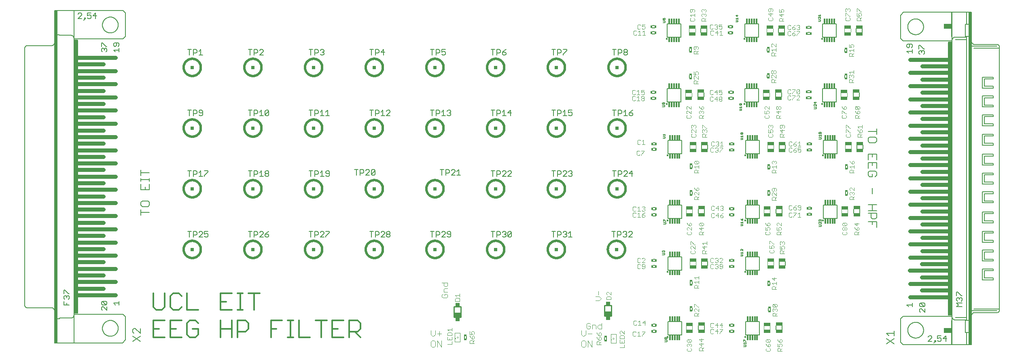
<source format=gto>
G75*
%MOIN*%
%OFA0B0*%
%FSLAX25Y25*%
%IPPOS*%
%LPD*%
%AMOC8*
5,1,8,0,0,1.08239X$1,22.5*
%
%ADD10C,0.01200*%
%ADD11C,0.00600*%
%ADD12C,0.00400*%
%ADD13R,0.05709X0.02953*%
%ADD14C,0.00300*%
%ADD15R,0.05512X0.02559*%
%ADD16C,0.01969*%
%ADD17C,0.00500*%
%ADD18R,0.02600X0.02600*%
%ADD19C,0.00800*%
%ADD20C,0.01575*%
%ADD21R,0.01181X0.03839*%
%ADD22C,0.03200*%
%ADD23C,0.00700*%
%ADD24R,0.03000X2.25000*%
%ADD25R,0.02000X2.74000*%
%ADD26R,0.28500X0.03200*%
%ADD27R,0.18500X0.03200*%
%ADD28R,0.09500X0.01000*%
%ADD29R,0.06500X0.04000*%
%ADD30R,0.01181X0.02362*%
%ADD31C,0.01000*%
%ADD32R,0.03346X0.02953*%
%ADD33R,0.05315X0.03543*%
%ADD34R,0.02362X0.01181*%
%ADD35C,0.00250*%
%ADD36C,0.00984*%
D10*
X0166695Y0015150D02*
X0175903Y0015150D01*
X0180507Y0015150D02*
X0189715Y0015150D01*
X0194319Y0017452D02*
X0196621Y0015150D01*
X0201225Y0015150D01*
X0203527Y0017452D01*
X0203527Y0022056D01*
X0198923Y0022056D01*
X0203527Y0026660D02*
X0201225Y0028962D01*
X0196621Y0028962D01*
X0194319Y0026660D01*
X0194319Y0017452D01*
X0185111Y0022056D02*
X0180507Y0022056D01*
X0171299Y0022056D02*
X0166695Y0022056D01*
X0166695Y0028962D02*
X0166695Y0015150D01*
X0180507Y0015150D02*
X0180507Y0028962D01*
X0189715Y0028962D01*
X0175903Y0028962D02*
X0166695Y0028962D01*
X0168997Y0037650D02*
X0173601Y0037650D01*
X0175903Y0039952D01*
X0175903Y0051462D01*
X0180507Y0049160D02*
X0180507Y0039952D01*
X0182809Y0037650D01*
X0187413Y0037650D01*
X0189715Y0039952D01*
X0194319Y0037650D02*
X0203527Y0037650D01*
X0194319Y0037650D02*
X0194319Y0051462D01*
X0189715Y0049160D02*
X0187413Y0051462D01*
X0182809Y0051462D01*
X0180507Y0049160D01*
X0166695Y0051462D02*
X0166695Y0039952D01*
X0168997Y0037650D01*
X0221942Y0037650D02*
X0231150Y0037650D01*
X0235754Y0037650D02*
X0240358Y0037650D01*
X0238056Y0037650D02*
X0238056Y0051462D01*
X0235754Y0051462D02*
X0240358Y0051462D01*
X0244962Y0051462D02*
X0254170Y0051462D01*
X0249566Y0051462D02*
X0249566Y0037650D01*
X0242660Y0028962D02*
X0235754Y0028962D01*
X0235754Y0015150D01*
X0231150Y0015150D02*
X0231150Y0028962D01*
X0221942Y0028962D02*
X0221942Y0015150D01*
X0235754Y0019754D02*
X0242660Y0019754D01*
X0244962Y0022056D01*
X0244962Y0026660D01*
X0242660Y0028962D01*
X0231150Y0022056D02*
X0221942Y0022056D01*
X0221942Y0037650D02*
X0221942Y0051462D01*
X0231150Y0051462D01*
X0226546Y0044556D02*
X0221942Y0044556D01*
X0263378Y0028962D02*
X0272586Y0028962D01*
X0277190Y0028962D02*
X0281793Y0028962D01*
X0279491Y0028962D02*
X0279491Y0015150D01*
X0277190Y0015150D02*
X0281793Y0015150D01*
X0286397Y0015150D02*
X0295605Y0015150D01*
X0286397Y0015150D02*
X0286397Y0028962D01*
X0300209Y0028962D02*
X0309417Y0028962D01*
X0304813Y0028962D02*
X0304813Y0015150D01*
X0314021Y0015150D02*
X0323229Y0015150D01*
X0327833Y0015150D02*
X0327833Y0028962D01*
X0334739Y0028962D01*
X0337041Y0026660D01*
X0337041Y0022056D01*
X0334739Y0019754D01*
X0327833Y0019754D01*
X0332437Y0019754D02*
X0337041Y0015150D01*
X0318625Y0022056D02*
X0314021Y0022056D01*
X0314021Y0028962D02*
X0314021Y0015150D01*
X0314021Y0028962D02*
X0323229Y0028962D01*
X0267982Y0022056D02*
X0263378Y0022056D01*
X0263378Y0015150D02*
X0263378Y0028962D01*
D11*
X0085095Y0041050D02*
X0085095Y0010550D01*
X0087095Y0010550D01*
X0087095Y0020550D01*
X0087095Y0030550D01*
X0087095Y0264550D01*
X0089095Y0264550D01*
X0089095Y0264050D01*
X0098595Y0264050D01*
X0098693Y0264048D01*
X0098791Y0264042D01*
X0098889Y0264033D01*
X0098986Y0264019D01*
X0099083Y0264002D01*
X0099179Y0263981D01*
X0099274Y0263956D01*
X0099368Y0263928D01*
X0099460Y0263895D01*
X0099552Y0263860D01*
X0099642Y0263820D01*
X0099730Y0263778D01*
X0099817Y0263731D01*
X0099901Y0263682D01*
X0099984Y0263629D01*
X0100064Y0263573D01*
X0100143Y0263513D01*
X0100219Y0263451D01*
X0100292Y0263386D01*
X0100363Y0263318D01*
X0100431Y0263247D01*
X0100496Y0263174D01*
X0100558Y0263098D01*
X0100618Y0263019D01*
X0100674Y0262939D01*
X0100727Y0262856D01*
X0100776Y0262772D01*
X0100823Y0262685D01*
X0100865Y0262597D01*
X0100905Y0262507D01*
X0100940Y0262415D01*
X0100973Y0262323D01*
X0101001Y0262229D01*
X0101026Y0262134D01*
X0101047Y0262038D01*
X0101064Y0261941D01*
X0101078Y0261844D01*
X0101087Y0261746D01*
X0101093Y0261648D01*
X0101095Y0261550D01*
X0101095Y0261050D02*
X0141595Y0261050D01*
X0143595Y0263050D01*
X0143595Y0282550D01*
X0141595Y0284550D01*
X0101595Y0284550D01*
X0101095Y0284550D01*
X0101095Y0264550D01*
X0101095Y0261050D01*
X0101095Y0260050D01*
X0104095Y0260050D01*
X0104095Y0035050D01*
X0101095Y0035050D01*
X0101095Y0260050D01*
X0087095Y0264550D02*
X0087095Y0274550D01*
X0087095Y0284550D01*
X0089095Y0284550D01*
X0101095Y0284550D01*
X0087095Y0284550D02*
X0085095Y0284550D01*
X0085095Y0254050D01*
X0085095Y0041050D01*
X0082595Y0039550D02*
X0062595Y0039550D01*
X0062508Y0039552D01*
X0062421Y0039558D01*
X0062334Y0039567D01*
X0062248Y0039580D01*
X0062162Y0039597D01*
X0062077Y0039618D01*
X0061994Y0039643D01*
X0061911Y0039671D01*
X0061830Y0039702D01*
X0061750Y0039737D01*
X0061672Y0039776D01*
X0061595Y0039818D01*
X0061520Y0039863D01*
X0061448Y0039912D01*
X0061377Y0039963D01*
X0061309Y0040018D01*
X0061244Y0040075D01*
X0061181Y0040136D01*
X0061120Y0040199D01*
X0061063Y0040264D01*
X0061008Y0040332D01*
X0060957Y0040403D01*
X0060908Y0040475D01*
X0060863Y0040550D01*
X0060821Y0040627D01*
X0060782Y0040705D01*
X0060747Y0040785D01*
X0060716Y0040866D01*
X0060688Y0040949D01*
X0060663Y0041032D01*
X0060642Y0041117D01*
X0060625Y0041203D01*
X0060612Y0041289D01*
X0060603Y0041376D01*
X0060597Y0041463D01*
X0060595Y0041550D01*
X0060595Y0042550D01*
X0060595Y0252550D01*
X0060595Y0253550D01*
X0060597Y0253637D01*
X0060603Y0253724D01*
X0060612Y0253811D01*
X0060625Y0253897D01*
X0060642Y0253983D01*
X0060663Y0254068D01*
X0060688Y0254151D01*
X0060716Y0254234D01*
X0060747Y0254315D01*
X0060782Y0254395D01*
X0060821Y0254473D01*
X0060863Y0254550D01*
X0060908Y0254625D01*
X0060957Y0254697D01*
X0061008Y0254768D01*
X0061063Y0254836D01*
X0061120Y0254901D01*
X0061181Y0254964D01*
X0061244Y0255025D01*
X0061309Y0255082D01*
X0061377Y0255137D01*
X0061448Y0255188D01*
X0061520Y0255237D01*
X0061595Y0255282D01*
X0061672Y0255324D01*
X0061750Y0255363D01*
X0061830Y0255398D01*
X0061911Y0255429D01*
X0061994Y0255457D01*
X0062077Y0255482D01*
X0062162Y0255503D01*
X0062248Y0255520D01*
X0062334Y0255533D01*
X0062421Y0255542D01*
X0062508Y0255548D01*
X0062595Y0255550D01*
X0082595Y0255550D01*
X0082693Y0255552D01*
X0082791Y0255558D01*
X0082889Y0255567D01*
X0082986Y0255581D01*
X0083083Y0255598D01*
X0083179Y0255619D01*
X0083274Y0255644D01*
X0083368Y0255672D01*
X0083460Y0255705D01*
X0083552Y0255740D01*
X0083642Y0255780D01*
X0083730Y0255822D01*
X0083817Y0255869D01*
X0083901Y0255918D01*
X0083984Y0255971D01*
X0084064Y0256027D01*
X0084143Y0256087D01*
X0084219Y0256149D01*
X0084292Y0256214D01*
X0084363Y0256282D01*
X0084431Y0256353D01*
X0084496Y0256426D01*
X0084558Y0256502D01*
X0084618Y0256581D01*
X0084674Y0256661D01*
X0084727Y0256744D01*
X0084776Y0256828D01*
X0084823Y0256915D01*
X0084865Y0257003D01*
X0084905Y0257093D01*
X0084940Y0257185D01*
X0084973Y0257277D01*
X0085001Y0257371D01*
X0085026Y0257466D01*
X0085047Y0257562D01*
X0085064Y0257659D01*
X0085078Y0257756D01*
X0085087Y0257854D01*
X0085093Y0257952D01*
X0085095Y0258050D01*
X0124595Y0272550D02*
X0124597Y0272711D01*
X0124603Y0272871D01*
X0124613Y0273032D01*
X0124627Y0273192D01*
X0124645Y0273352D01*
X0124666Y0273511D01*
X0124692Y0273670D01*
X0124722Y0273828D01*
X0124755Y0273985D01*
X0124793Y0274142D01*
X0124834Y0274297D01*
X0124879Y0274451D01*
X0124928Y0274604D01*
X0124981Y0274756D01*
X0125037Y0274907D01*
X0125098Y0275056D01*
X0125161Y0275204D01*
X0125229Y0275350D01*
X0125300Y0275494D01*
X0125374Y0275636D01*
X0125452Y0275777D01*
X0125534Y0275915D01*
X0125619Y0276052D01*
X0125707Y0276186D01*
X0125799Y0276318D01*
X0125894Y0276448D01*
X0125992Y0276576D01*
X0126093Y0276701D01*
X0126197Y0276823D01*
X0126304Y0276943D01*
X0126414Y0277060D01*
X0126527Y0277175D01*
X0126643Y0277286D01*
X0126762Y0277395D01*
X0126883Y0277500D01*
X0127007Y0277603D01*
X0127133Y0277703D01*
X0127261Y0277799D01*
X0127392Y0277892D01*
X0127526Y0277982D01*
X0127661Y0278069D01*
X0127799Y0278152D01*
X0127938Y0278232D01*
X0128080Y0278308D01*
X0128223Y0278381D01*
X0128368Y0278450D01*
X0128515Y0278516D01*
X0128663Y0278578D01*
X0128813Y0278636D01*
X0128964Y0278691D01*
X0129117Y0278742D01*
X0129271Y0278789D01*
X0129426Y0278832D01*
X0129582Y0278871D01*
X0129738Y0278907D01*
X0129896Y0278938D01*
X0130054Y0278966D01*
X0130213Y0278990D01*
X0130373Y0279010D01*
X0130533Y0279026D01*
X0130693Y0279038D01*
X0130854Y0279046D01*
X0131015Y0279050D01*
X0131175Y0279050D01*
X0131336Y0279046D01*
X0131497Y0279038D01*
X0131657Y0279026D01*
X0131817Y0279010D01*
X0131977Y0278990D01*
X0132136Y0278966D01*
X0132294Y0278938D01*
X0132452Y0278907D01*
X0132608Y0278871D01*
X0132764Y0278832D01*
X0132919Y0278789D01*
X0133073Y0278742D01*
X0133226Y0278691D01*
X0133377Y0278636D01*
X0133527Y0278578D01*
X0133675Y0278516D01*
X0133822Y0278450D01*
X0133967Y0278381D01*
X0134110Y0278308D01*
X0134252Y0278232D01*
X0134391Y0278152D01*
X0134529Y0278069D01*
X0134664Y0277982D01*
X0134798Y0277892D01*
X0134929Y0277799D01*
X0135057Y0277703D01*
X0135183Y0277603D01*
X0135307Y0277500D01*
X0135428Y0277395D01*
X0135547Y0277286D01*
X0135663Y0277175D01*
X0135776Y0277060D01*
X0135886Y0276943D01*
X0135993Y0276823D01*
X0136097Y0276701D01*
X0136198Y0276576D01*
X0136296Y0276448D01*
X0136391Y0276318D01*
X0136483Y0276186D01*
X0136571Y0276052D01*
X0136656Y0275915D01*
X0136738Y0275777D01*
X0136816Y0275636D01*
X0136890Y0275494D01*
X0136961Y0275350D01*
X0137029Y0275204D01*
X0137092Y0275056D01*
X0137153Y0274907D01*
X0137209Y0274756D01*
X0137262Y0274604D01*
X0137311Y0274451D01*
X0137356Y0274297D01*
X0137397Y0274142D01*
X0137435Y0273985D01*
X0137468Y0273828D01*
X0137498Y0273670D01*
X0137524Y0273511D01*
X0137545Y0273352D01*
X0137563Y0273192D01*
X0137577Y0273032D01*
X0137587Y0272871D01*
X0137593Y0272711D01*
X0137595Y0272550D01*
X0137593Y0272389D01*
X0137587Y0272229D01*
X0137577Y0272068D01*
X0137563Y0271908D01*
X0137545Y0271748D01*
X0137524Y0271589D01*
X0137498Y0271430D01*
X0137468Y0271272D01*
X0137435Y0271115D01*
X0137397Y0270958D01*
X0137356Y0270803D01*
X0137311Y0270649D01*
X0137262Y0270496D01*
X0137209Y0270344D01*
X0137153Y0270193D01*
X0137092Y0270044D01*
X0137029Y0269896D01*
X0136961Y0269750D01*
X0136890Y0269606D01*
X0136816Y0269464D01*
X0136738Y0269323D01*
X0136656Y0269185D01*
X0136571Y0269048D01*
X0136483Y0268914D01*
X0136391Y0268782D01*
X0136296Y0268652D01*
X0136198Y0268524D01*
X0136097Y0268399D01*
X0135993Y0268277D01*
X0135886Y0268157D01*
X0135776Y0268040D01*
X0135663Y0267925D01*
X0135547Y0267814D01*
X0135428Y0267705D01*
X0135307Y0267600D01*
X0135183Y0267497D01*
X0135057Y0267397D01*
X0134929Y0267301D01*
X0134798Y0267208D01*
X0134664Y0267118D01*
X0134529Y0267031D01*
X0134391Y0266948D01*
X0134252Y0266868D01*
X0134110Y0266792D01*
X0133967Y0266719D01*
X0133822Y0266650D01*
X0133675Y0266584D01*
X0133527Y0266522D01*
X0133377Y0266464D01*
X0133226Y0266409D01*
X0133073Y0266358D01*
X0132919Y0266311D01*
X0132764Y0266268D01*
X0132608Y0266229D01*
X0132452Y0266193D01*
X0132294Y0266162D01*
X0132136Y0266134D01*
X0131977Y0266110D01*
X0131817Y0266090D01*
X0131657Y0266074D01*
X0131497Y0266062D01*
X0131336Y0266054D01*
X0131175Y0266050D01*
X0131015Y0266050D01*
X0130854Y0266054D01*
X0130693Y0266062D01*
X0130533Y0266074D01*
X0130373Y0266090D01*
X0130213Y0266110D01*
X0130054Y0266134D01*
X0129896Y0266162D01*
X0129738Y0266193D01*
X0129582Y0266229D01*
X0129426Y0266268D01*
X0129271Y0266311D01*
X0129117Y0266358D01*
X0128964Y0266409D01*
X0128813Y0266464D01*
X0128663Y0266522D01*
X0128515Y0266584D01*
X0128368Y0266650D01*
X0128223Y0266719D01*
X0128080Y0266792D01*
X0127938Y0266868D01*
X0127799Y0266948D01*
X0127661Y0267031D01*
X0127526Y0267118D01*
X0127392Y0267208D01*
X0127261Y0267301D01*
X0127133Y0267397D01*
X0127007Y0267497D01*
X0126883Y0267600D01*
X0126762Y0267705D01*
X0126643Y0267814D01*
X0126527Y0267925D01*
X0126414Y0268040D01*
X0126304Y0268157D01*
X0126197Y0268277D01*
X0126093Y0268399D01*
X0125992Y0268524D01*
X0125894Y0268652D01*
X0125799Y0268782D01*
X0125707Y0268914D01*
X0125619Y0269048D01*
X0125534Y0269185D01*
X0125452Y0269323D01*
X0125374Y0269464D01*
X0125300Y0269606D01*
X0125229Y0269750D01*
X0125161Y0269896D01*
X0125098Y0270044D01*
X0125037Y0270193D01*
X0124981Y0270344D01*
X0124928Y0270496D01*
X0124879Y0270649D01*
X0124834Y0270803D01*
X0124793Y0270958D01*
X0124755Y0271115D01*
X0124722Y0271272D01*
X0124692Y0271430D01*
X0124666Y0271589D01*
X0124645Y0271748D01*
X0124627Y0271908D01*
X0124613Y0272068D01*
X0124603Y0272229D01*
X0124597Y0272389D01*
X0124595Y0272550D01*
X0156289Y0153178D02*
X0156289Y0148507D01*
X0156289Y0146177D02*
X0156289Y0143842D01*
X0156289Y0145010D02*
X0163295Y0145010D01*
X0163295Y0146177D02*
X0163295Y0143842D01*
X0163295Y0141515D02*
X0163295Y0136844D01*
X0156289Y0136844D01*
X0156289Y0141515D01*
X0159792Y0139179D02*
X0159792Y0136844D01*
X0157457Y0127519D02*
X0156289Y0126351D01*
X0156289Y0124016D01*
X0157457Y0122848D01*
X0162127Y0122848D01*
X0163295Y0124016D01*
X0163295Y0126351D01*
X0162127Y0127519D01*
X0157457Y0127519D01*
X0156289Y0120521D02*
X0156289Y0115850D01*
X0156289Y0118185D02*
X0163295Y0118185D01*
X0163295Y0150843D02*
X0156289Y0150843D01*
X0101095Y0035050D02*
X0101095Y0034050D01*
X0141595Y0034050D01*
X0143595Y0032050D01*
X0143595Y0013050D01*
X0141095Y0010550D01*
X0101595Y0010550D01*
X0101095Y0010550D01*
X0089095Y0010550D01*
X0087095Y0010550D01*
X0101095Y0010550D02*
X0101095Y0030550D01*
X0101095Y0034050D01*
X0101095Y0033550D02*
X0101093Y0033452D01*
X0101087Y0033354D01*
X0101078Y0033256D01*
X0101064Y0033159D01*
X0101047Y0033062D01*
X0101026Y0032966D01*
X0101001Y0032871D01*
X0100973Y0032777D01*
X0100940Y0032685D01*
X0100905Y0032593D01*
X0100865Y0032503D01*
X0100823Y0032415D01*
X0100776Y0032328D01*
X0100727Y0032244D01*
X0100674Y0032161D01*
X0100618Y0032081D01*
X0100558Y0032002D01*
X0100496Y0031926D01*
X0100431Y0031853D01*
X0100363Y0031782D01*
X0100292Y0031714D01*
X0100219Y0031649D01*
X0100143Y0031587D01*
X0100064Y0031527D01*
X0099984Y0031471D01*
X0099901Y0031418D01*
X0099817Y0031369D01*
X0099730Y0031322D01*
X0099642Y0031280D01*
X0099552Y0031240D01*
X0099460Y0031205D01*
X0099368Y0031172D01*
X0099274Y0031144D01*
X0099179Y0031119D01*
X0099083Y0031098D01*
X0098986Y0031081D01*
X0098889Y0031067D01*
X0098791Y0031058D01*
X0098693Y0031052D01*
X0098595Y0031050D01*
X0089095Y0031050D01*
X0089095Y0030550D01*
X0087095Y0030550D01*
X0085095Y0037050D02*
X0085093Y0037148D01*
X0085087Y0037246D01*
X0085078Y0037344D01*
X0085064Y0037441D01*
X0085047Y0037538D01*
X0085026Y0037634D01*
X0085001Y0037729D01*
X0084973Y0037823D01*
X0084940Y0037915D01*
X0084905Y0038007D01*
X0084865Y0038097D01*
X0084823Y0038185D01*
X0084776Y0038272D01*
X0084727Y0038356D01*
X0084674Y0038439D01*
X0084618Y0038519D01*
X0084558Y0038598D01*
X0084496Y0038674D01*
X0084431Y0038747D01*
X0084363Y0038818D01*
X0084292Y0038886D01*
X0084219Y0038951D01*
X0084143Y0039013D01*
X0084064Y0039073D01*
X0083984Y0039129D01*
X0083901Y0039182D01*
X0083817Y0039231D01*
X0083730Y0039278D01*
X0083642Y0039320D01*
X0083552Y0039360D01*
X0083460Y0039395D01*
X0083368Y0039428D01*
X0083274Y0039456D01*
X0083179Y0039481D01*
X0083083Y0039502D01*
X0082986Y0039519D01*
X0082889Y0039533D01*
X0082791Y0039542D01*
X0082693Y0039548D01*
X0082595Y0039550D01*
X0124595Y0022550D02*
X0124597Y0022711D01*
X0124603Y0022871D01*
X0124613Y0023032D01*
X0124627Y0023192D01*
X0124645Y0023352D01*
X0124666Y0023511D01*
X0124692Y0023670D01*
X0124722Y0023828D01*
X0124755Y0023985D01*
X0124793Y0024142D01*
X0124834Y0024297D01*
X0124879Y0024451D01*
X0124928Y0024604D01*
X0124981Y0024756D01*
X0125037Y0024907D01*
X0125098Y0025056D01*
X0125161Y0025204D01*
X0125229Y0025350D01*
X0125300Y0025494D01*
X0125374Y0025636D01*
X0125452Y0025777D01*
X0125534Y0025915D01*
X0125619Y0026052D01*
X0125707Y0026186D01*
X0125799Y0026318D01*
X0125894Y0026448D01*
X0125992Y0026576D01*
X0126093Y0026701D01*
X0126197Y0026823D01*
X0126304Y0026943D01*
X0126414Y0027060D01*
X0126527Y0027175D01*
X0126643Y0027286D01*
X0126762Y0027395D01*
X0126883Y0027500D01*
X0127007Y0027603D01*
X0127133Y0027703D01*
X0127261Y0027799D01*
X0127392Y0027892D01*
X0127526Y0027982D01*
X0127661Y0028069D01*
X0127799Y0028152D01*
X0127938Y0028232D01*
X0128080Y0028308D01*
X0128223Y0028381D01*
X0128368Y0028450D01*
X0128515Y0028516D01*
X0128663Y0028578D01*
X0128813Y0028636D01*
X0128964Y0028691D01*
X0129117Y0028742D01*
X0129271Y0028789D01*
X0129426Y0028832D01*
X0129582Y0028871D01*
X0129738Y0028907D01*
X0129896Y0028938D01*
X0130054Y0028966D01*
X0130213Y0028990D01*
X0130373Y0029010D01*
X0130533Y0029026D01*
X0130693Y0029038D01*
X0130854Y0029046D01*
X0131015Y0029050D01*
X0131175Y0029050D01*
X0131336Y0029046D01*
X0131497Y0029038D01*
X0131657Y0029026D01*
X0131817Y0029010D01*
X0131977Y0028990D01*
X0132136Y0028966D01*
X0132294Y0028938D01*
X0132452Y0028907D01*
X0132608Y0028871D01*
X0132764Y0028832D01*
X0132919Y0028789D01*
X0133073Y0028742D01*
X0133226Y0028691D01*
X0133377Y0028636D01*
X0133527Y0028578D01*
X0133675Y0028516D01*
X0133822Y0028450D01*
X0133967Y0028381D01*
X0134110Y0028308D01*
X0134252Y0028232D01*
X0134391Y0028152D01*
X0134529Y0028069D01*
X0134664Y0027982D01*
X0134798Y0027892D01*
X0134929Y0027799D01*
X0135057Y0027703D01*
X0135183Y0027603D01*
X0135307Y0027500D01*
X0135428Y0027395D01*
X0135547Y0027286D01*
X0135663Y0027175D01*
X0135776Y0027060D01*
X0135886Y0026943D01*
X0135993Y0026823D01*
X0136097Y0026701D01*
X0136198Y0026576D01*
X0136296Y0026448D01*
X0136391Y0026318D01*
X0136483Y0026186D01*
X0136571Y0026052D01*
X0136656Y0025915D01*
X0136738Y0025777D01*
X0136816Y0025636D01*
X0136890Y0025494D01*
X0136961Y0025350D01*
X0137029Y0025204D01*
X0137092Y0025056D01*
X0137153Y0024907D01*
X0137209Y0024756D01*
X0137262Y0024604D01*
X0137311Y0024451D01*
X0137356Y0024297D01*
X0137397Y0024142D01*
X0137435Y0023985D01*
X0137468Y0023828D01*
X0137498Y0023670D01*
X0137524Y0023511D01*
X0137545Y0023352D01*
X0137563Y0023192D01*
X0137577Y0023032D01*
X0137587Y0022871D01*
X0137593Y0022711D01*
X0137595Y0022550D01*
X0137593Y0022389D01*
X0137587Y0022229D01*
X0137577Y0022068D01*
X0137563Y0021908D01*
X0137545Y0021748D01*
X0137524Y0021589D01*
X0137498Y0021430D01*
X0137468Y0021272D01*
X0137435Y0021115D01*
X0137397Y0020958D01*
X0137356Y0020803D01*
X0137311Y0020649D01*
X0137262Y0020496D01*
X0137209Y0020344D01*
X0137153Y0020193D01*
X0137092Y0020044D01*
X0137029Y0019896D01*
X0136961Y0019750D01*
X0136890Y0019606D01*
X0136816Y0019464D01*
X0136738Y0019323D01*
X0136656Y0019185D01*
X0136571Y0019048D01*
X0136483Y0018914D01*
X0136391Y0018782D01*
X0136296Y0018652D01*
X0136198Y0018524D01*
X0136097Y0018399D01*
X0135993Y0018277D01*
X0135886Y0018157D01*
X0135776Y0018040D01*
X0135663Y0017925D01*
X0135547Y0017814D01*
X0135428Y0017705D01*
X0135307Y0017600D01*
X0135183Y0017497D01*
X0135057Y0017397D01*
X0134929Y0017301D01*
X0134798Y0017208D01*
X0134664Y0017118D01*
X0134529Y0017031D01*
X0134391Y0016948D01*
X0134252Y0016868D01*
X0134110Y0016792D01*
X0133967Y0016719D01*
X0133822Y0016650D01*
X0133675Y0016584D01*
X0133527Y0016522D01*
X0133377Y0016464D01*
X0133226Y0016409D01*
X0133073Y0016358D01*
X0132919Y0016311D01*
X0132764Y0016268D01*
X0132608Y0016229D01*
X0132452Y0016193D01*
X0132294Y0016162D01*
X0132136Y0016134D01*
X0131977Y0016110D01*
X0131817Y0016090D01*
X0131657Y0016074D01*
X0131497Y0016062D01*
X0131336Y0016054D01*
X0131175Y0016050D01*
X0131015Y0016050D01*
X0130854Y0016054D01*
X0130693Y0016062D01*
X0130533Y0016074D01*
X0130373Y0016090D01*
X0130213Y0016110D01*
X0130054Y0016134D01*
X0129896Y0016162D01*
X0129738Y0016193D01*
X0129582Y0016229D01*
X0129426Y0016268D01*
X0129271Y0016311D01*
X0129117Y0016358D01*
X0128964Y0016409D01*
X0128813Y0016464D01*
X0128663Y0016522D01*
X0128515Y0016584D01*
X0128368Y0016650D01*
X0128223Y0016719D01*
X0128080Y0016792D01*
X0127938Y0016868D01*
X0127799Y0016948D01*
X0127661Y0017031D01*
X0127526Y0017118D01*
X0127392Y0017208D01*
X0127261Y0017301D01*
X0127133Y0017397D01*
X0127007Y0017497D01*
X0126883Y0017600D01*
X0126762Y0017705D01*
X0126643Y0017814D01*
X0126527Y0017925D01*
X0126414Y0018040D01*
X0126304Y0018157D01*
X0126197Y0018277D01*
X0126093Y0018399D01*
X0125992Y0018524D01*
X0125894Y0018652D01*
X0125799Y0018782D01*
X0125707Y0018914D01*
X0125619Y0019048D01*
X0125534Y0019185D01*
X0125452Y0019323D01*
X0125374Y0019464D01*
X0125300Y0019606D01*
X0125229Y0019750D01*
X0125161Y0019896D01*
X0125098Y0020044D01*
X0125037Y0020193D01*
X0124981Y0020344D01*
X0124928Y0020496D01*
X0124879Y0020649D01*
X0124834Y0020803D01*
X0124793Y0020958D01*
X0124755Y0021115D01*
X0124722Y0021272D01*
X0124692Y0021430D01*
X0124666Y0021589D01*
X0124645Y0021748D01*
X0124627Y0021908D01*
X0124613Y0022068D01*
X0124603Y0022229D01*
X0124597Y0022389D01*
X0124595Y0022550D01*
X0422713Y0016015D02*
X0422713Y0014085D01*
X0424477Y0014085D02*
X0424477Y0016015D01*
X0538213Y0015015D02*
X0538213Y0013085D01*
X0539977Y0013085D02*
X0539977Y0015015D01*
X0578131Y0019168D02*
X0580060Y0019168D01*
X0580060Y0020932D02*
X0578131Y0020932D01*
X0578131Y0024168D02*
X0580060Y0024168D01*
X0580060Y0025932D02*
X0578131Y0025932D01*
X0608713Y0037585D02*
X0608713Y0039515D01*
X0610477Y0039515D02*
X0610477Y0037585D01*
X0615595Y0024664D02*
X0615595Y0021436D01*
X0620595Y0021436D02*
X0620595Y0024664D01*
X0642131Y0024168D02*
X0644060Y0024168D01*
X0644060Y0025932D02*
X0642131Y0025932D01*
X0642131Y0020932D02*
X0644060Y0020932D01*
X0644060Y0019168D02*
X0642131Y0019168D01*
X0679595Y0021436D02*
X0679595Y0024664D01*
X0684595Y0024664D02*
X0684595Y0021436D01*
X0674977Y0037085D02*
X0674977Y0039015D01*
X0673213Y0039015D02*
X0673213Y0037085D01*
X0672713Y0058585D02*
X0672713Y0060515D01*
X0674477Y0060515D02*
X0674477Y0058585D01*
X0644060Y0072668D02*
X0642131Y0072668D01*
X0642131Y0074432D02*
X0644060Y0074432D01*
X0644060Y0077668D02*
X0642131Y0077668D01*
X0642131Y0079432D02*
X0644060Y0079432D01*
X0623095Y0077664D02*
X0623095Y0074436D01*
X0618095Y0074436D02*
X0618095Y0077664D01*
X0580060Y0077668D02*
X0578131Y0077668D01*
X0578131Y0079432D02*
X0580060Y0079432D01*
X0580060Y0074432D02*
X0578131Y0074432D01*
X0578131Y0072668D02*
X0580060Y0072668D01*
X0608713Y0061015D02*
X0608713Y0059085D01*
X0610477Y0059085D02*
X0610477Y0061015D01*
X0682095Y0074436D02*
X0682095Y0077664D01*
X0687095Y0077664D02*
X0687095Y0074436D01*
X0762401Y0105602D02*
X0762401Y0110272D01*
X0755395Y0110272D01*
X0758898Y0110272D02*
X0758898Y0107937D01*
X0758898Y0112600D02*
X0757730Y0113767D01*
X0757730Y0117270D01*
X0755395Y0117270D02*
X0762401Y0117270D01*
X0762401Y0113767D01*
X0761233Y0112600D01*
X0758898Y0112600D01*
X0748595Y0117436D02*
X0748595Y0120664D01*
X0743595Y0120664D02*
X0743595Y0117436D01*
X0755395Y0119598D02*
X0762401Y0119598D01*
X0758898Y0119598D02*
X0758898Y0124268D01*
X0755395Y0124268D02*
X0762401Y0124268D01*
X0758898Y0133594D02*
X0758898Y0138264D01*
X0738477Y0135015D02*
X0738477Y0133085D01*
X0736713Y0133085D02*
X0736713Y0135015D01*
X0708060Y0122432D02*
X0706131Y0122432D01*
X0706131Y0120668D02*
X0708060Y0120668D01*
X0708060Y0117432D02*
X0706131Y0117432D01*
X0706131Y0115668D02*
X0708060Y0115668D01*
X0684595Y0117436D02*
X0684595Y0120664D01*
X0679595Y0120664D02*
X0679595Y0117436D01*
X0644060Y0116932D02*
X0642131Y0116932D01*
X0642131Y0115168D02*
X0644060Y0115168D01*
X0644060Y0120168D02*
X0642131Y0120168D01*
X0642131Y0121932D02*
X0644060Y0121932D01*
X0620595Y0120664D02*
X0620595Y0117436D01*
X0615595Y0117436D02*
X0615595Y0120664D01*
X0610477Y0133085D02*
X0610477Y0135015D01*
X0608713Y0135015D02*
X0608713Y0133085D01*
X0580060Y0121932D02*
X0578131Y0121932D01*
X0578131Y0120168D02*
X0580060Y0120168D01*
X0580060Y0116932D02*
X0578131Y0116932D01*
X0578131Y0115168D02*
X0580060Y0115168D01*
X0672713Y0133085D02*
X0672713Y0135015D01*
X0674477Y0135015D02*
X0674477Y0133085D01*
X0674477Y0154585D02*
X0674477Y0156515D01*
X0672713Y0156515D02*
X0672713Y0154585D01*
X0644060Y0168668D02*
X0642131Y0168668D01*
X0642131Y0170432D02*
X0644060Y0170432D01*
X0644060Y0173668D02*
X0642131Y0173668D01*
X0642131Y0175432D02*
X0644060Y0175432D01*
X0623095Y0173664D02*
X0623095Y0170436D01*
X0618095Y0170436D02*
X0618095Y0173664D01*
X0580060Y0173668D02*
X0578131Y0173668D01*
X0578131Y0175432D02*
X0580060Y0175432D01*
X0580060Y0170932D02*
X0578131Y0170932D01*
X0578131Y0169168D02*
X0580060Y0169168D01*
X0608713Y0157015D02*
X0608713Y0155085D01*
X0610477Y0155085D02*
X0610477Y0157015D01*
X0682095Y0170436D02*
X0682095Y0173664D01*
X0687095Y0173664D02*
X0687095Y0170436D01*
X0706131Y0170432D02*
X0708060Y0170432D01*
X0708060Y0168668D02*
X0706131Y0168668D01*
X0706131Y0173668D02*
X0708060Y0173668D01*
X0708060Y0175432D02*
X0706131Y0175432D01*
X0746095Y0173664D02*
X0746095Y0170436D01*
X0751095Y0170436D02*
X0751095Y0173664D01*
X0755395Y0176749D02*
X0756563Y0175581D01*
X0761233Y0175581D01*
X0762401Y0176749D01*
X0762401Y0179084D01*
X0761233Y0180252D01*
X0756563Y0180252D01*
X0755395Y0179084D01*
X0755395Y0176749D01*
X0762401Y0182579D02*
X0762401Y0187250D01*
X0762401Y0184915D02*
X0755395Y0184915D01*
X0755395Y0166256D02*
X0755395Y0161585D01*
X0755395Y0159258D02*
X0755395Y0154587D01*
X0756563Y0152260D02*
X0755395Y0151092D01*
X0755395Y0148757D01*
X0756563Y0147589D01*
X0758898Y0147589D01*
X0758898Y0149925D01*
X0761233Y0152260D02*
X0756563Y0152260D01*
X0761233Y0152260D02*
X0762401Y0151092D01*
X0762401Y0148757D01*
X0761233Y0147589D01*
X0762401Y0154587D02*
X0762401Y0159258D01*
X0755395Y0159258D01*
X0758898Y0159258D02*
X0758898Y0156923D01*
X0762401Y0161585D02*
X0762401Y0166256D01*
X0755395Y0166256D01*
X0758898Y0166256D02*
X0758898Y0163921D01*
X0738477Y0156515D02*
X0738477Y0154585D01*
X0736713Y0154585D02*
X0736713Y0156515D01*
X0849595Y0157050D02*
X0858595Y0157050D01*
X0858595Y0158550D01*
X0851095Y0158550D01*
X0851095Y0164550D01*
X0858595Y0164550D01*
X0858595Y0166050D01*
X0849595Y0166050D01*
X0849595Y0157050D01*
X0849595Y0150550D02*
X0858595Y0150550D01*
X0858595Y0149050D01*
X0851095Y0149050D01*
X0851095Y0143050D01*
X0858595Y0143050D01*
X0858595Y0141550D01*
X0849595Y0141550D01*
X0849595Y0150550D01*
X0849595Y0135050D02*
X0858595Y0135050D01*
X0858595Y0133550D01*
X0851095Y0133550D01*
X0851095Y0127550D01*
X0858595Y0127550D01*
X0858595Y0126050D01*
X0849595Y0126050D01*
X0849595Y0135050D01*
X0849595Y0118550D02*
X0858595Y0118550D01*
X0858595Y0117050D01*
X0851095Y0117050D01*
X0851095Y0111050D01*
X0858595Y0111050D01*
X0858595Y0109550D01*
X0849595Y0109550D01*
X0849595Y0118550D01*
X0849595Y0102550D02*
X0858595Y0102550D01*
X0858595Y0101050D01*
X0851095Y0101050D01*
X0851095Y0095050D01*
X0858595Y0095050D01*
X0858595Y0093550D01*
X0849595Y0093550D01*
X0849595Y0102550D01*
X0849595Y0087050D02*
X0858595Y0087050D01*
X0858595Y0085550D01*
X0851095Y0085550D01*
X0851095Y0079550D01*
X0858595Y0079550D01*
X0858595Y0078050D01*
X0849595Y0078050D01*
X0849595Y0087050D01*
X0849595Y0071550D02*
X0858595Y0071550D01*
X0858595Y0070050D01*
X0851095Y0070050D01*
X0851095Y0064050D01*
X0858595Y0064050D01*
X0858595Y0062550D01*
X0849595Y0062550D01*
X0849595Y0071550D01*
X0842595Y0038550D02*
X0863595Y0038550D01*
X0863595Y0253550D01*
X0842595Y0253550D01*
X0840595Y0255050D02*
X0840595Y0283050D01*
X0838595Y0283050D01*
X0838595Y0273050D01*
X0836595Y0273050D01*
X0835595Y0273050D01*
X0835595Y0263050D01*
X0836595Y0263050D01*
X0836595Y0262550D01*
X0827095Y0262550D01*
X0826997Y0262548D01*
X0826899Y0262542D01*
X0826801Y0262533D01*
X0826704Y0262519D01*
X0826607Y0262502D01*
X0826511Y0262481D01*
X0826416Y0262456D01*
X0826322Y0262428D01*
X0826230Y0262395D01*
X0826138Y0262360D01*
X0826048Y0262320D01*
X0825960Y0262278D01*
X0825873Y0262231D01*
X0825789Y0262182D01*
X0825706Y0262129D01*
X0825626Y0262073D01*
X0825547Y0262013D01*
X0825471Y0261951D01*
X0825398Y0261886D01*
X0825327Y0261818D01*
X0825259Y0261747D01*
X0825194Y0261674D01*
X0825132Y0261598D01*
X0825072Y0261519D01*
X0825016Y0261439D01*
X0824963Y0261356D01*
X0824914Y0261272D01*
X0824867Y0261185D01*
X0824825Y0261097D01*
X0824785Y0261007D01*
X0824750Y0260915D01*
X0824717Y0260823D01*
X0824689Y0260729D01*
X0824664Y0260634D01*
X0824643Y0260538D01*
X0824626Y0260441D01*
X0824612Y0260344D01*
X0824603Y0260246D01*
X0824597Y0260148D01*
X0824595Y0260050D01*
X0824595Y0259550D02*
X0784095Y0259550D01*
X0782095Y0261550D01*
X0782095Y0280550D01*
X0784595Y0283050D01*
X0824095Y0283050D01*
X0824095Y0263050D01*
X0824595Y0263050D01*
X0824595Y0259550D01*
X0824595Y0258550D01*
X0824595Y0033550D01*
X0824595Y0032550D01*
X0784095Y0032550D01*
X0782095Y0030550D01*
X0782095Y0011050D01*
X0784095Y0009050D01*
X0824095Y0009050D01*
X0824095Y0029050D01*
X0824595Y0029050D01*
X0824595Y0009050D01*
X0824095Y0009050D01*
X0824595Y0009050D02*
X0836595Y0009050D01*
X0836595Y0019050D01*
X0835595Y0019050D01*
X0835595Y0029050D01*
X0836595Y0029050D01*
X0836595Y0029550D01*
X0827095Y0029550D01*
X0826997Y0029552D01*
X0826899Y0029558D01*
X0826801Y0029567D01*
X0826704Y0029581D01*
X0826607Y0029598D01*
X0826511Y0029619D01*
X0826416Y0029644D01*
X0826322Y0029672D01*
X0826230Y0029705D01*
X0826138Y0029740D01*
X0826048Y0029780D01*
X0825960Y0029822D01*
X0825873Y0029869D01*
X0825789Y0029918D01*
X0825706Y0029971D01*
X0825626Y0030027D01*
X0825547Y0030087D01*
X0825471Y0030149D01*
X0825398Y0030214D01*
X0825327Y0030282D01*
X0825259Y0030353D01*
X0825194Y0030426D01*
X0825132Y0030502D01*
X0825072Y0030581D01*
X0825016Y0030661D01*
X0824963Y0030744D01*
X0824914Y0030828D01*
X0824867Y0030915D01*
X0824825Y0031003D01*
X0824785Y0031093D01*
X0824750Y0031185D01*
X0824717Y0031277D01*
X0824689Y0031371D01*
X0824664Y0031466D01*
X0824643Y0031562D01*
X0824626Y0031659D01*
X0824612Y0031756D01*
X0824603Y0031854D01*
X0824597Y0031952D01*
X0824595Y0032050D01*
X0824595Y0032550D02*
X0824595Y0029050D01*
X0824595Y0033550D02*
X0821595Y0033550D01*
X0821595Y0258550D01*
X0824595Y0258550D01*
X0824595Y0263050D02*
X0824595Y0283050D01*
X0824095Y0283050D01*
X0824595Y0283050D02*
X0836595Y0283050D01*
X0838595Y0283050D01*
X0836595Y0283050D02*
X0836595Y0273050D01*
X0838595Y0273050D02*
X0838595Y0263050D01*
X0838595Y0029050D01*
X0836595Y0029050D01*
X0836595Y0029550D02*
X0836595Y0262550D01*
X0836595Y0263050D02*
X0838595Y0263050D01*
X0840595Y0259050D02*
X0840597Y0258952D01*
X0840603Y0258854D01*
X0840612Y0258756D01*
X0840626Y0258659D01*
X0840643Y0258562D01*
X0840664Y0258466D01*
X0840689Y0258371D01*
X0840717Y0258277D01*
X0840750Y0258185D01*
X0840785Y0258093D01*
X0840825Y0258003D01*
X0840867Y0257915D01*
X0840914Y0257828D01*
X0840963Y0257744D01*
X0841016Y0257661D01*
X0841072Y0257581D01*
X0841132Y0257502D01*
X0841194Y0257426D01*
X0841259Y0257353D01*
X0841327Y0257282D01*
X0841398Y0257214D01*
X0841471Y0257149D01*
X0841547Y0257087D01*
X0841626Y0257027D01*
X0841706Y0256971D01*
X0841789Y0256918D01*
X0841873Y0256869D01*
X0841960Y0256822D01*
X0842048Y0256780D01*
X0842138Y0256740D01*
X0842230Y0256705D01*
X0842322Y0256672D01*
X0842416Y0256644D01*
X0842511Y0256619D01*
X0842607Y0256598D01*
X0842704Y0256581D01*
X0842801Y0256567D01*
X0842899Y0256558D01*
X0842997Y0256552D01*
X0843095Y0256550D01*
X0861595Y0256550D01*
X0861595Y0255050D02*
X0840595Y0255050D01*
X0840595Y0037050D01*
X0840595Y0009050D01*
X0838595Y0009050D01*
X0838595Y0019050D01*
X0838595Y0029050D01*
X0840595Y0033050D02*
X0840597Y0033148D01*
X0840603Y0033246D01*
X0840612Y0033344D01*
X0840626Y0033441D01*
X0840643Y0033538D01*
X0840664Y0033634D01*
X0840689Y0033729D01*
X0840717Y0033823D01*
X0840750Y0033915D01*
X0840785Y0034007D01*
X0840825Y0034097D01*
X0840867Y0034185D01*
X0840914Y0034272D01*
X0840963Y0034356D01*
X0841016Y0034439D01*
X0841072Y0034519D01*
X0841132Y0034598D01*
X0841194Y0034674D01*
X0841259Y0034747D01*
X0841327Y0034818D01*
X0841398Y0034886D01*
X0841471Y0034951D01*
X0841547Y0035013D01*
X0841626Y0035073D01*
X0841706Y0035129D01*
X0841789Y0035182D01*
X0841873Y0035231D01*
X0841960Y0035278D01*
X0842048Y0035320D01*
X0842138Y0035360D01*
X0842230Y0035395D01*
X0842322Y0035428D01*
X0842416Y0035456D01*
X0842511Y0035481D01*
X0842607Y0035502D01*
X0842704Y0035519D01*
X0842801Y0035533D01*
X0842899Y0035542D01*
X0842997Y0035548D01*
X0843095Y0035550D01*
X0861595Y0035550D01*
X0861595Y0037050D02*
X0840595Y0037050D01*
X0861595Y0035550D02*
X0861682Y0035552D01*
X0861769Y0035558D01*
X0861856Y0035567D01*
X0861942Y0035580D01*
X0862028Y0035597D01*
X0862113Y0035618D01*
X0862196Y0035643D01*
X0862279Y0035671D01*
X0862360Y0035702D01*
X0862440Y0035737D01*
X0862518Y0035776D01*
X0862595Y0035818D01*
X0862670Y0035863D01*
X0862742Y0035912D01*
X0862813Y0035963D01*
X0862881Y0036018D01*
X0862946Y0036075D01*
X0863009Y0036136D01*
X0863070Y0036199D01*
X0863127Y0036264D01*
X0863182Y0036332D01*
X0863233Y0036403D01*
X0863282Y0036475D01*
X0863327Y0036550D01*
X0863369Y0036627D01*
X0863408Y0036705D01*
X0863443Y0036785D01*
X0863474Y0036866D01*
X0863502Y0036949D01*
X0863527Y0037032D01*
X0863548Y0037117D01*
X0863565Y0037203D01*
X0863578Y0037289D01*
X0863587Y0037376D01*
X0863593Y0037463D01*
X0863595Y0037550D01*
X0863595Y0038550D01*
X0838595Y0019050D02*
X0836595Y0019050D01*
X0836595Y0009050D02*
X0838595Y0009050D01*
X0788095Y0021050D02*
X0788097Y0021211D01*
X0788103Y0021371D01*
X0788113Y0021532D01*
X0788127Y0021692D01*
X0788145Y0021852D01*
X0788166Y0022011D01*
X0788192Y0022170D01*
X0788222Y0022328D01*
X0788255Y0022485D01*
X0788293Y0022642D01*
X0788334Y0022797D01*
X0788379Y0022951D01*
X0788428Y0023104D01*
X0788481Y0023256D01*
X0788537Y0023407D01*
X0788598Y0023556D01*
X0788661Y0023704D01*
X0788729Y0023850D01*
X0788800Y0023994D01*
X0788874Y0024136D01*
X0788952Y0024277D01*
X0789034Y0024415D01*
X0789119Y0024552D01*
X0789207Y0024686D01*
X0789299Y0024818D01*
X0789394Y0024948D01*
X0789492Y0025076D01*
X0789593Y0025201D01*
X0789697Y0025323D01*
X0789804Y0025443D01*
X0789914Y0025560D01*
X0790027Y0025675D01*
X0790143Y0025786D01*
X0790262Y0025895D01*
X0790383Y0026000D01*
X0790507Y0026103D01*
X0790633Y0026203D01*
X0790761Y0026299D01*
X0790892Y0026392D01*
X0791026Y0026482D01*
X0791161Y0026569D01*
X0791299Y0026652D01*
X0791438Y0026732D01*
X0791580Y0026808D01*
X0791723Y0026881D01*
X0791868Y0026950D01*
X0792015Y0027016D01*
X0792163Y0027078D01*
X0792313Y0027136D01*
X0792464Y0027191D01*
X0792617Y0027242D01*
X0792771Y0027289D01*
X0792926Y0027332D01*
X0793082Y0027371D01*
X0793238Y0027407D01*
X0793396Y0027438D01*
X0793554Y0027466D01*
X0793713Y0027490D01*
X0793873Y0027510D01*
X0794033Y0027526D01*
X0794193Y0027538D01*
X0794354Y0027546D01*
X0794515Y0027550D01*
X0794675Y0027550D01*
X0794836Y0027546D01*
X0794997Y0027538D01*
X0795157Y0027526D01*
X0795317Y0027510D01*
X0795477Y0027490D01*
X0795636Y0027466D01*
X0795794Y0027438D01*
X0795952Y0027407D01*
X0796108Y0027371D01*
X0796264Y0027332D01*
X0796419Y0027289D01*
X0796573Y0027242D01*
X0796726Y0027191D01*
X0796877Y0027136D01*
X0797027Y0027078D01*
X0797175Y0027016D01*
X0797322Y0026950D01*
X0797467Y0026881D01*
X0797610Y0026808D01*
X0797752Y0026732D01*
X0797891Y0026652D01*
X0798029Y0026569D01*
X0798164Y0026482D01*
X0798298Y0026392D01*
X0798429Y0026299D01*
X0798557Y0026203D01*
X0798683Y0026103D01*
X0798807Y0026000D01*
X0798928Y0025895D01*
X0799047Y0025786D01*
X0799163Y0025675D01*
X0799276Y0025560D01*
X0799386Y0025443D01*
X0799493Y0025323D01*
X0799597Y0025201D01*
X0799698Y0025076D01*
X0799796Y0024948D01*
X0799891Y0024818D01*
X0799983Y0024686D01*
X0800071Y0024552D01*
X0800156Y0024415D01*
X0800238Y0024277D01*
X0800316Y0024136D01*
X0800390Y0023994D01*
X0800461Y0023850D01*
X0800529Y0023704D01*
X0800592Y0023556D01*
X0800653Y0023407D01*
X0800709Y0023256D01*
X0800762Y0023104D01*
X0800811Y0022951D01*
X0800856Y0022797D01*
X0800897Y0022642D01*
X0800935Y0022485D01*
X0800968Y0022328D01*
X0800998Y0022170D01*
X0801024Y0022011D01*
X0801045Y0021852D01*
X0801063Y0021692D01*
X0801077Y0021532D01*
X0801087Y0021371D01*
X0801093Y0021211D01*
X0801095Y0021050D01*
X0801093Y0020889D01*
X0801087Y0020729D01*
X0801077Y0020568D01*
X0801063Y0020408D01*
X0801045Y0020248D01*
X0801024Y0020089D01*
X0800998Y0019930D01*
X0800968Y0019772D01*
X0800935Y0019615D01*
X0800897Y0019458D01*
X0800856Y0019303D01*
X0800811Y0019149D01*
X0800762Y0018996D01*
X0800709Y0018844D01*
X0800653Y0018693D01*
X0800592Y0018544D01*
X0800529Y0018396D01*
X0800461Y0018250D01*
X0800390Y0018106D01*
X0800316Y0017964D01*
X0800238Y0017823D01*
X0800156Y0017685D01*
X0800071Y0017548D01*
X0799983Y0017414D01*
X0799891Y0017282D01*
X0799796Y0017152D01*
X0799698Y0017024D01*
X0799597Y0016899D01*
X0799493Y0016777D01*
X0799386Y0016657D01*
X0799276Y0016540D01*
X0799163Y0016425D01*
X0799047Y0016314D01*
X0798928Y0016205D01*
X0798807Y0016100D01*
X0798683Y0015997D01*
X0798557Y0015897D01*
X0798429Y0015801D01*
X0798298Y0015708D01*
X0798164Y0015618D01*
X0798029Y0015531D01*
X0797891Y0015448D01*
X0797752Y0015368D01*
X0797610Y0015292D01*
X0797467Y0015219D01*
X0797322Y0015150D01*
X0797175Y0015084D01*
X0797027Y0015022D01*
X0796877Y0014964D01*
X0796726Y0014909D01*
X0796573Y0014858D01*
X0796419Y0014811D01*
X0796264Y0014768D01*
X0796108Y0014729D01*
X0795952Y0014693D01*
X0795794Y0014662D01*
X0795636Y0014634D01*
X0795477Y0014610D01*
X0795317Y0014590D01*
X0795157Y0014574D01*
X0794997Y0014562D01*
X0794836Y0014554D01*
X0794675Y0014550D01*
X0794515Y0014550D01*
X0794354Y0014554D01*
X0794193Y0014562D01*
X0794033Y0014574D01*
X0793873Y0014590D01*
X0793713Y0014610D01*
X0793554Y0014634D01*
X0793396Y0014662D01*
X0793238Y0014693D01*
X0793082Y0014729D01*
X0792926Y0014768D01*
X0792771Y0014811D01*
X0792617Y0014858D01*
X0792464Y0014909D01*
X0792313Y0014964D01*
X0792163Y0015022D01*
X0792015Y0015084D01*
X0791868Y0015150D01*
X0791723Y0015219D01*
X0791580Y0015292D01*
X0791438Y0015368D01*
X0791299Y0015448D01*
X0791161Y0015531D01*
X0791026Y0015618D01*
X0790892Y0015708D01*
X0790761Y0015801D01*
X0790633Y0015897D01*
X0790507Y0015997D01*
X0790383Y0016100D01*
X0790262Y0016205D01*
X0790143Y0016314D01*
X0790027Y0016425D01*
X0789914Y0016540D01*
X0789804Y0016657D01*
X0789697Y0016777D01*
X0789593Y0016899D01*
X0789492Y0017024D01*
X0789394Y0017152D01*
X0789299Y0017282D01*
X0789207Y0017414D01*
X0789119Y0017548D01*
X0789034Y0017685D01*
X0788952Y0017823D01*
X0788874Y0017964D01*
X0788800Y0018106D01*
X0788729Y0018250D01*
X0788661Y0018396D01*
X0788598Y0018544D01*
X0788537Y0018693D01*
X0788481Y0018844D01*
X0788428Y0018996D01*
X0788379Y0019149D01*
X0788334Y0019303D01*
X0788293Y0019458D01*
X0788255Y0019615D01*
X0788222Y0019772D01*
X0788192Y0019930D01*
X0788166Y0020089D01*
X0788145Y0020248D01*
X0788127Y0020408D01*
X0788113Y0020568D01*
X0788103Y0020729D01*
X0788097Y0020889D01*
X0788095Y0021050D01*
X0849595Y0173550D02*
X0858595Y0173550D01*
X0858595Y0175050D01*
X0851095Y0175050D01*
X0851095Y0181050D01*
X0858595Y0181050D01*
X0858595Y0182550D01*
X0849595Y0182550D01*
X0849595Y0173550D01*
X0849595Y0189550D02*
X0858595Y0189550D01*
X0858595Y0191050D01*
X0851095Y0191050D01*
X0851095Y0197050D01*
X0858595Y0197050D01*
X0858595Y0198550D01*
X0849595Y0198550D01*
X0849595Y0189550D01*
X0849595Y0205050D02*
X0858595Y0205050D01*
X0858595Y0206550D01*
X0851095Y0206550D01*
X0851095Y0212550D01*
X0858595Y0212550D01*
X0858595Y0214050D01*
X0849595Y0214050D01*
X0849595Y0205050D01*
X0849595Y0220550D02*
X0858595Y0220550D01*
X0858595Y0222050D01*
X0851095Y0222050D01*
X0851095Y0228050D01*
X0858595Y0228050D01*
X0858595Y0229550D01*
X0849595Y0229550D01*
X0849595Y0220550D01*
X0863595Y0253550D02*
X0863595Y0254550D01*
X0863593Y0254637D01*
X0863587Y0254724D01*
X0863578Y0254811D01*
X0863565Y0254897D01*
X0863548Y0254983D01*
X0863527Y0255068D01*
X0863502Y0255151D01*
X0863474Y0255234D01*
X0863443Y0255315D01*
X0863408Y0255395D01*
X0863369Y0255473D01*
X0863327Y0255550D01*
X0863282Y0255625D01*
X0863233Y0255697D01*
X0863182Y0255768D01*
X0863127Y0255836D01*
X0863070Y0255901D01*
X0863009Y0255964D01*
X0862946Y0256025D01*
X0862881Y0256082D01*
X0862813Y0256137D01*
X0862742Y0256188D01*
X0862670Y0256237D01*
X0862595Y0256282D01*
X0862518Y0256324D01*
X0862440Y0256363D01*
X0862360Y0256398D01*
X0862279Y0256429D01*
X0862196Y0256457D01*
X0862113Y0256482D01*
X0862028Y0256503D01*
X0861942Y0256520D01*
X0861856Y0256533D01*
X0861769Y0256542D01*
X0861682Y0256548D01*
X0861595Y0256550D01*
X0788095Y0271050D02*
X0788097Y0271211D01*
X0788103Y0271371D01*
X0788113Y0271532D01*
X0788127Y0271692D01*
X0788145Y0271852D01*
X0788166Y0272011D01*
X0788192Y0272170D01*
X0788222Y0272328D01*
X0788255Y0272485D01*
X0788293Y0272642D01*
X0788334Y0272797D01*
X0788379Y0272951D01*
X0788428Y0273104D01*
X0788481Y0273256D01*
X0788537Y0273407D01*
X0788598Y0273556D01*
X0788661Y0273704D01*
X0788729Y0273850D01*
X0788800Y0273994D01*
X0788874Y0274136D01*
X0788952Y0274277D01*
X0789034Y0274415D01*
X0789119Y0274552D01*
X0789207Y0274686D01*
X0789299Y0274818D01*
X0789394Y0274948D01*
X0789492Y0275076D01*
X0789593Y0275201D01*
X0789697Y0275323D01*
X0789804Y0275443D01*
X0789914Y0275560D01*
X0790027Y0275675D01*
X0790143Y0275786D01*
X0790262Y0275895D01*
X0790383Y0276000D01*
X0790507Y0276103D01*
X0790633Y0276203D01*
X0790761Y0276299D01*
X0790892Y0276392D01*
X0791026Y0276482D01*
X0791161Y0276569D01*
X0791299Y0276652D01*
X0791438Y0276732D01*
X0791580Y0276808D01*
X0791723Y0276881D01*
X0791868Y0276950D01*
X0792015Y0277016D01*
X0792163Y0277078D01*
X0792313Y0277136D01*
X0792464Y0277191D01*
X0792617Y0277242D01*
X0792771Y0277289D01*
X0792926Y0277332D01*
X0793082Y0277371D01*
X0793238Y0277407D01*
X0793396Y0277438D01*
X0793554Y0277466D01*
X0793713Y0277490D01*
X0793873Y0277510D01*
X0794033Y0277526D01*
X0794193Y0277538D01*
X0794354Y0277546D01*
X0794515Y0277550D01*
X0794675Y0277550D01*
X0794836Y0277546D01*
X0794997Y0277538D01*
X0795157Y0277526D01*
X0795317Y0277510D01*
X0795477Y0277490D01*
X0795636Y0277466D01*
X0795794Y0277438D01*
X0795952Y0277407D01*
X0796108Y0277371D01*
X0796264Y0277332D01*
X0796419Y0277289D01*
X0796573Y0277242D01*
X0796726Y0277191D01*
X0796877Y0277136D01*
X0797027Y0277078D01*
X0797175Y0277016D01*
X0797322Y0276950D01*
X0797467Y0276881D01*
X0797610Y0276808D01*
X0797752Y0276732D01*
X0797891Y0276652D01*
X0798029Y0276569D01*
X0798164Y0276482D01*
X0798298Y0276392D01*
X0798429Y0276299D01*
X0798557Y0276203D01*
X0798683Y0276103D01*
X0798807Y0276000D01*
X0798928Y0275895D01*
X0799047Y0275786D01*
X0799163Y0275675D01*
X0799276Y0275560D01*
X0799386Y0275443D01*
X0799493Y0275323D01*
X0799597Y0275201D01*
X0799698Y0275076D01*
X0799796Y0274948D01*
X0799891Y0274818D01*
X0799983Y0274686D01*
X0800071Y0274552D01*
X0800156Y0274415D01*
X0800238Y0274277D01*
X0800316Y0274136D01*
X0800390Y0273994D01*
X0800461Y0273850D01*
X0800529Y0273704D01*
X0800592Y0273556D01*
X0800653Y0273407D01*
X0800709Y0273256D01*
X0800762Y0273104D01*
X0800811Y0272951D01*
X0800856Y0272797D01*
X0800897Y0272642D01*
X0800935Y0272485D01*
X0800968Y0272328D01*
X0800998Y0272170D01*
X0801024Y0272011D01*
X0801045Y0271852D01*
X0801063Y0271692D01*
X0801077Y0271532D01*
X0801087Y0271371D01*
X0801093Y0271211D01*
X0801095Y0271050D01*
X0801093Y0270889D01*
X0801087Y0270729D01*
X0801077Y0270568D01*
X0801063Y0270408D01*
X0801045Y0270248D01*
X0801024Y0270089D01*
X0800998Y0269930D01*
X0800968Y0269772D01*
X0800935Y0269615D01*
X0800897Y0269458D01*
X0800856Y0269303D01*
X0800811Y0269149D01*
X0800762Y0268996D01*
X0800709Y0268844D01*
X0800653Y0268693D01*
X0800592Y0268544D01*
X0800529Y0268396D01*
X0800461Y0268250D01*
X0800390Y0268106D01*
X0800316Y0267964D01*
X0800238Y0267823D01*
X0800156Y0267685D01*
X0800071Y0267548D01*
X0799983Y0267414D01*
X0799891Y0267282D01*
X0799796Y0267152D01*
X0799698Y0267024D01*
X0799597Y0266899D01*
X0799493Y0266777D01*
X0799386Y0266657D01*
X0799276Y0266540D01*
X0799163Y0266425D01*
X0799047Y0266314D01*
X0798928Y0266205D01*
X0798807Y0266100D01*
X0798683Y0265997D01*
X0798557Y0265897D01*
X0798429Y0265801D01*
X0798298Y0265708D01*
X0798164Y0265618D01*
X0798029Y0265531D01*
X0797891Y0265448D01*
X0797752Y0265368D01*
X0797610Y0265292D01*
X0797467Y0265219D01*
X0797322Y0265150D01*
X0797175Y0265084D01*
X0797027Y0265022D01*
X0796877Y0264964D01*
X0796726Y0264909D01*
X0796573Y0264858D01*
X0796419Y0264811D01*
X0796264Y0264768D01*
X0796108Y0264729D01*
X0795952Y0264693D01*
X0795794Y0264662D01*
X0795636Y0264634D01*
X0795477Y0264610D01*
X0795317Y0264590D01*
X0795157Y0264574D01*
X0794997Y0264562D01*
X0794836Y0264554D01*
X0794675Y0264550D01*
X0794515Y0264550D01*
X0794354Y0264554D01*
X0794193Y0264562D01*
X0794033Y0264574D01*
X0793873Y0264590D01*
X0793713Y0264610D01*
X0793554Y0264634D01*
X0793396Y0264662D01*
X0793238Y0264693D01*
X0793082Y0264729D01*
X0792926Y0264768D01*
X0792771Y0264811D01*
X0792617Y0264858D01*
X0792464Y0264909D01*
X0792313Y0264964D01*
X0792163Y0265022D01*
X0792015Y0265084D01*
X0791868Y0265150D01*
X0791723Y0265219D01*
X0791580Y0265292D01*
X0791438Y0265368D01*
X0791299Y0265448D01*
X0791161Y0265531D01*
X0791026Y0265618D01*
X0790892Y0265708D01*
X0790761Y0265801D01*
X0790633Y0265897D01*
X0790507Y0265997D01*
X0790383Y0266100D01*
X0790262Y0266205D01*
X0790143Y0266314D01*
X0790027Y0266425D01*
X0789914Y0266540D01*
X0789804Y0266657D01*
X0789697Y0266777D01*
X0789593Y0266899D01*
X0789492Y0267024D01*
X0789394Y0267152D01*
X0789299Y0267282D01*
X0789207Y0267414D01*
X0789119Y0267548D01*
X0789034Y0267685D01*
X0788952Y0267823D01*
X0788874Y0267964D01*
X0788800Y0268106D01*
X0788729Y0268250D01*
X0788661Y0268396D01*
X0788598Y0268544D01*
X0788537Y0268693D01*
X0788481Y0268844D01*
X0788428Y0268996D01*
X0788379Y0269149D01*
X0788334Y0269303D01*
X0788293Y0269458D01*
X0788255Y0269615D01*
X0788222Y0269772D01*
X0788192Y0269930D01*
X0788166Y0270089D01*
X0788145Y0270248D01*
X0788127Y0270408D01*
X0788113Y0270568D01*
X0788103Y0270729D01*
X0788097Y0270889D01*
X0788095Y0271050D01*
X0750595Y0269664D02*
X0750595Y0266436D01*
X0745595Y0266436D02*
X0745595Y0269664D01*
X0707560Y0269668D02*
X0705631Y0269668D01*
X0705631Y0271432D02*
X0707560Y0271432D01*
X0707560Y0266432D02*
X0705631Y0266432D01*
X0705631Y0264668D02*
X0707560Y0264668D01*
X0686595Y0266436D02*
X0686595Y0269664D01*
X0681595Y0269664D02*
X0681595Y0266436D01*
X0673977Y0253015D02*
X0673977Y0251085D01*
X0672213Y0251085D02*
X0672213Y0253015D01*
X0643060Y0265168D02*
X0641131Y0265168D01*
X0641131Y0266932D02*
X0643060Y0266932D01*
X0643060Y0270168D02*
X0641131Y0270168D01*
X0641131Y0271932D02*
X0643060Y0271932D01*
X0622595Y0269664D02*
X0622595Y0266436D01*
X0617595Y0266436D02*
X0617595Y0269664D01*
X0609977Y0253015D02*
X0609977Y0251085D01*
X0608213Y0251085D02*
X0608213Y0253015D01*
X0579560Y0265168D02*
X0577631Y0265168D01*
X0577631Y0266932D02*
X0579560Y0266932D01*
X0579560Y0270168D02*
X0577631Y0270168D01*
X0577631Y0271932D02*
X0579560Y0271932D01*
X0608213Y0231015D02*
X0608213Y0229085D01*
X0609977Y0229085D02*
X0609977Y0231015D01*
X0615095Y0216664D02*
X0615095Y0213436D01*
X0620095Y0213436D02*
X0620095Y0216664D01*
X0641631Y0216168D02*
X0643560Y0216168D01*
X0643560Y0217932D02*
X0641631Y0217932D01*
X0641631Y0212932D02*
X0643560Y0212932D01*
X0643560Y0211168D02*
X0641631Y0211168D01*
X0679095Y0213436D02*
X0679095Y0216664D01*
X0684095Y0216664D02*
X0684095Y0213436D01*
X0705631Y0213432D02*
X0707560Y0213432D01*
X0707560Y0211668D02*
X0705631Y0211668D01*
X0705631Y0216668D02*
X0707560Y0216668D01*
X0707560Y0218432D02*
X0705631Y0218432D01*
X0736213Y0229085D02*
X0736213Y0231015D01*
X0737977Y0231015D02*
X0737977Y0229085D01*
X0743095Y0216664D02*
X0743095Y0213436D01*
X0748095Y0213436D02*
X0748095Y0216664D01*
X0673977Y0229585D02*
X0673977Y0231515D01*
X0672213Y0231515D02*
X0672213Y0229585D01*
X0736213Y0250585D02*
X0736213Y0252515D01*
X0737977Y0252515D02*
X0737977Y0250585D01*
X0579560Y0217932D02*
X0577631Y0217932D01*
X0577631Y0216168D02*
X0579560Y0216168D01*
X0579560Y0212932D02*
X0577631Y0212932D01*
X0577631Y0211168D02*
X0579560Y0211168D01*
D12*
X0604997Y0213550D02*
X0604997Y0216452D01*
X0610194Y0216550D02*
X0610194Y0213550D01*
X0668997Y0213550D02*
X0668997Y0216452D01*
X0674194Y0216550D02*
X0674194Y0213550D01*
X0732997Y0213550D02*
X0732997Y0216452D01*
X0738194Y0216550D02*
X0738194Y0213550D01*
X0736497Y0173550D02*
X0736497Y0170550D01*
X0741694Y0170648D02*
X0741694Y0173550D01*
X0677694Y0173550D02*
X0677694Y0170648D01*
X0672497Y0170550D02*
X0672497Y0173550D01*
X0613694Y0173550D02*
X0613694Y0170648D01*
X0608497Y0170550D02*
X0608497Y0173550D01*
X0610694Y0120550D02*
X0610694Y0117550D01*
X0605497Y0117550D02*
X0605497Y0120452D01*
X0669497Y0120452D02*
X0669497Y0117550D01*
X0674694Y0117550D02*
X0674694Y0120550D01*
X0733497Y0120452D02*
X0733497Y0117550D01*
X0738694Y0117550D02*
X0738694Y0120550D01*
X0677694Y0077550D02*
X0677694Y0074648D01*
X0672497Y0074550D02*
X0672497Y0077550D01*
X0613694Y0077550D02*
X0613694Y0074648D01*
X0608497Y0074550D02*
X0608497Y0077550D01*
X0535395Y0047077D02*
X0533861Y0048611D01*
X0530791Y0048611D01*
X0533093Y0050146D02*
X0533093Y0053215D01*
X0535395Y0047077D02*
X0533861Y0045542D01*
X0530791Y0045542D01*
X0535760Y0026854D02*
X0535760Y0022250D01*
X0533459Y0022250D01*
X0532691Y0023017D01*
X0532691Y0024552D01*
X0533459Y0025319D01*
X0535760Y0025319D01*
X0531157Y0024552D02*
X0531157Y0022250D01*
X0531157Y0024552D02*
X0530389Y0025319D01*
X0528087Y0025319D01*
X0528087Y0022250D01*
X0526553Y0023017D02*
X0526553Y0024552D01*
X0525018Y0024552D01*
X0526553Y0026087D02*
X0525785Y0026854D01*
X0524251Y0026854D01*
X0523483Y0026087D01*
X0523483Y0023017D01*
X0524251Y0022250D01*
X0525785Y0022250D01*
X0526553Y0023017D01*
X0522765Y0020854D02*
X0522765Y0017385D01*
X0521030Y0015650D01*
X0519295Y0017385D01*
X0519295Y0020854D01*
X0524452Y0018252D02*
X0527921Y0018252D01*
X0543430Y0017790D02*
X0543430Y0010310D01*
X0547760Y0010310D01*
X0547760Y0017790D01*
X0543430Y0017790D01*
X0527921Y0012454D02*
X0527921Y0007250D01*
X0524452Y0012454D01*
X0524452Y0007250D01*
X0522765Y0008117D02*
X0522765Y0011587D01*
X0521897Y0012454D01*
X0520163Y0012454D01*
X0519295Y0011587D01*
X0519295Y0008117D01*
X0520163Y0007250D01*
X0521897Y0007250D01*
X0522765Y0008117D01*
X0605497Y0021550D02*
X0605497Y0024452D01*
X0610694Y0024550D02*
X0610694Y0021550D01*
X0669497Y0021550D02*
X0669497Y0024452D01*
X0674694Y0024550D02*
X0674694Y0021550D01*
X0419260Y0018790D02*
X0419260Y0011310D01*
X0414930Y0011310D01*
X0414930Y0018790D01*
X0419260Y0018790D01*
X0403921Y0018252D02*
X0400452Y0018252D01*
X0398765Y0017385D02*
X0398765Y0020854D01*
X0398765Y0017385D02*
X0397030Y0015650D01*
X0395295Y0017385D01*
X0395295Y0020854D01*
X0402186Y0019987D02*
X0402186Y0016517D01*
X0400452Y0012454D02*
X0403921Y0007250D01*
X0403921Y0012454D01*
X0400452Y0012454D02*
X0400452Y0007250D01*
X0398765Y0008117D02*
X0398765Y0011587D01*
X0397897Y0012454D01*
X0396163Y0012454D01*
X0395295Y0011587D01*
X0395295Y0008117D01*
X0396163Y0007250D01*
X0397897Y0007250D01*
X0398765Y0008117D01*
X0405059Y0047750D02*
X0408128Y0047750D01*
X0408895Y0048517D01*
X0408895Y0050052D01*
X0408128Y0050819D01*
X0406593Y0050819D01*
X0406593Y0049285D01*
X0405059Y0050819D02*
X0404291Y0050052D01*
X0404291Y0048517D01*
X0405059Y0047750D01*
X0405826Y0052354D02*
X0405826Y0054656D01*
X0406593Y0055423D01*
X0408895Y0055423D01*
X0408128Y0056958D02*
X0406593Y0056958D01*
X0405826Y0057725D01*
X0405826Y0060027D01*
X0404291Y0060027D02*
X0408895Y0060027D01*
X0408895Y0057725D01*
X0408128Y0056958D01*
X0408895Y0052354D02*
X0405826Y0052354D01*
X0607997Y0266550D02*
X0607997Y0269550D01*
X0613194Y0269550D02*
X0613194Y0266648D01*
X0671997Y0266550D02*
X0671997Y0269550D01*
X0677194Y0269550D02*
X0677194Y0266648D01*
X0735997Y0266550D02*
X0735997Y0269550D01*
X0741194Y0269550D02*
X0741194Y0266648D01*
D13*
X0738591Y0265227D03*
X0738591Y0270927D03*
X0674591Y0270927D03*
X0674591Y0265227D03*
X0610591Y0265227D03*
X0610591Y0270927D03*
X0607600Y0217873D03*
X0607600Y0212173D03*
X0671600Y0212173D03*
X0671600Y0217873D03*
X0735600Y0217873D03*
X0735600Y0212173D03*
X0739091Y0174927D03*
X0739091Y0169227D03*
X0675091Y0169227D03*
X0675091Y0174927D03*
X0611091Y0174927D03*
X0611091Y0169227D03*
X0608100Y0121873D03*
X0608100Y0116173D03*
X0672100Y0116173D03*
X0672100Y0121873D03*
X0736100Y0121873D03*
X0736100Y0116173D03*
X0675091Y0078927D03*
X0675091Y0073227D03*
X0611091Y0073227D03*
X0611091Y0078927D03*
X0608100Y0025873D03*
X0608100Y0020173D03*
X0672100Y0020173D03*
X0672100Y0025873D03*
D14*
X0676742Y0032651D02*
X0676742Y0034502D01*
X0677359Y0035119D01*
X0678594Y0035119D01*
X0679211Y0034502D01*
X0679211Y0032651D01*
X0679211Y0033885D02*
X0680445Y0035119D01*
X0679828Y0036334D02*
X0680445Y0036951D01*
X0680445Y0038185D01*
X0679828Y0038802D01*
X0679211Y0038802D01*
X0678594Y0038185D01*
X0678594Y0037568D01*
X0678594Y0038185D02*
X0677976Y0038802D01*
X0677359Y0038802D01*
X0676742Y0038185D01*
X0676742Y0036951D01*
X0677359Y0036334D01*
X0677359Y0040017D02*
X0676742Y0040634D01*
X0676742Y0041868D01*
X0677359Y0042486D01*
X0679828Y0040017D01*
X0680445Y0040634D01*
X0680445Y0041868D01*
X0679828Y0042486D01*
X0677359Y0042486D01*
X0677359Y0040017D02*
X0679828Y0040017D01*
X0680445Y0032651D02*
X0676742Y0032651D01*
X0635531Y0025052D02*
X0633062Y0025052D01*
X0634914Y0026903D01*
X0634914Y0023200D01*
X0635531Y0021903D02*
X0635531Y0021286D01*
X0633062Y0018817D01*
X0633062Y0018200D01*
X0631230Y0018200D02*
X0631230Y0021903D01*
X0629379Y0020052D01*
X0631848Y0020052D01*
X0633062Y0021903D02*
X0635531Y0021903D01*
X0631230Y0023200D02*
X0631230Y0026903D01*
X0629379Y0025052D01*
X0631848Y0025052D01*
X0628164Y0026286D02*
X0627547Y0026903D01*
X0626313Y0026903D01*
X0625696Y0026286D01*
X0625696Y0023817D01*
X0626313Y0023200D01*
X0627547Y0023200D01*
X0628164Y0023817D01*
X0627547Y0021903D02*
X0626313Y0021903D01*
X0625696Y0021286D01*
X0625696Y0018817D01*
X0626313Y0018200D01*
X0627547Y0018200D01*
X0628164Y0018817D01*
X0628164Y0021286D02*
X0627547Y0021903D01*
X0618094Y0013986D02*
X0618094Y0011517D01*
X0616242Y0013368D01*
X0619945Y0013368D01*
X0618094Y0010302D02*
X0618094Y0007834D01*
X0616242Y0009685D01*
X0619945Y0009685D01*
X0619945Y0006619D02*
X0618711Y0005385D01*
X0618711Y0006002D02*
X0618711Y0004151D01*
X0619945Y0004151D02*
X0616242Y0004151D01*
X0616242Y0006002D01*
X0616859Y0006619D01*
X0618094Y0006619D01*
X0618711Y0006002D01*
X0609945Y0005502D02*
X0609328Y0006119D01*
X0609945Y0005502D02*
X0609945Y0004268D01*
X0609328Y0003651D01*
X0606859Y0003651D01*
X0606242Y0004268D01*
X0606242Y0005502D01*
X0606859Y0006119D01*
X0606859Y0007334D02*
X0606242Y0007951D01*
X0606242Y0009185D01*
X0606859Y0009802D01*
X0607476Y0009802D01*
X0608094Y0009185D01*
X0608711Y0009802D01*
X0609328Y0009802D01*
X0609945Y0009185D01*
X0609945Y0007951D01*
X0609328Y0007334D01*
X0608094Y0008568D02*
X0608094Y0009185D01*
X0609328Y0011017D02*
X0606859Y0013486D01*
X0609328Y0013486D01*
X0609945Y0012868D01*
X0609945Y0011634D01*
X0609328Y0011017D01*
X0606859Y0011017D01*
X0606242Y0011634D01*
X0606242Y0012868D01*
X0606859Y0013486D01*
X0571531Y0019286D02*
X0569062Y0016817D01*
X0569062Y0016200D01*
X0567848Y0016200D02*
X0565379Y0016200D01*
X0566613Y0016200D02*
X0566613Y0019903D01*
X0565379Y0018669D01*
X0564164Y0019286D02*
X0563547Y0019903D01*
X0562313Y0019903D01*
X0561696Y0019286D01*
X0561696Y0016817D01*
X0562313Y0016200D01*
X0563547Y0016200D01*
X0564164Y0016817D01*
X0569062Y0019903D02*
X0571531Y0019903D01*
X0571531Y0019286D01*
X0571414Y0025200D02*
X0571414Y0028903D01*
X0569562Y0027052D01*
X0572031Y0027052D01*
X0568348Y0025200D02*
X0565879Y0025200D01*
X0567113Y0025200D02*
X0567113Y0028903D01*
X0565879Y0027669D01*
X0564664Y0028286D02*
X0564047Y0028903D01*
X0562813Y0028903D01*
X0562196Y0028286D01*
X0562196Y0025817D01*
X0562813Y0025200D01*
X0564047Y0025200D01*
X0564664Y0025817D01*
X0554508Y0020313D02*
X0554508Y0017844D01*
X0552039Y0020313D01*
X0551422Y0020313D01*
X0550805Y0019695D01*
X0550805Y0018461D01*
X0551422Y0017844D01*
X0551422Y0016630D02*
X0550805Y0016012D01*
X0550805Y0014161D01*
X0554508Y0014161D01*
X0554508Y0016012D01*
X0553891Y0016630D01*
X0551422Y0016630D01*
X0550805Y0012946D02*
X0550805Y0010478D01*
X0554508Y0010478D01*
X0554508Y0012946D01*
X0552657Y0011712D02*
X0552657Y0010478D01*
X0554508Y0009263D02*
X0554508Y0006794D01*
X0550805Y0006794D01*
X0535445Y0009200D02*
X0531742Y0009200D01*
X0531742Y0011052D01*
X0532359Y0011669D01*
X0533594Y0011669D01*
X0534211Y0011052D01*
X0534211Y0009200D01*
X0534211Y0010434D02*
X0535445Y0011669D01*
X0534828Y0012883D02*
X0535445Y0013500D01*
X0535445Y0014735D01*
X0534828Y0015352D01*
X0534211Y0015352D01*
X0533594Y0014735D01*
X0533594Y0012883D01*
X0534828Y0012883D01*
X0533594Y0012883D02*
X0532359Y0014118D01*
X0531742Y0015352D01*
X0533594Y0016566D02*
X0533594Y0018418D01*
X0534211Y0019035D01*
X0534828Y0019035D01*
X0535445Y0018418D01*
X0535445Y0017183D01*
X0534828Y0016566D01*
X0533594Y0016566D01*
X0532359Y0017801D01*
X0531742Y0019035D01*
X0539805Y0046369D02*
X0539805Y0048221D01*
X0540422Y0048838D01*
X0542891Y0048838D01*
X0543508Y0048221D01*
X0543508Y0046369D01*
X0539805Y0046369D01*
X0540422Y0050052D02*
X0539805Y0050670D01*
X0539805Y0051904D01*
X0540422Y0052521D01*
X0541039Y0052521D01*
X0543508Y0050052D01*
X0543508Y0052521D01*
X0565379Y0072317D02*
X0565996Y0071700D01*
X0567230Y0071700D01*
X0567848Y0072317D01*
X0569062Y0072317D02*
X0569679Y0071700D01*
X0570914Y0071700D01*
X0571531Y0072317D01*
X0571531Y0074786D01*
X0570914Y0075403D01*
X0569679Y0075403D01*
X0569062Y0074786D01*
X0569062Y0074169D01*
X0569679Y0073552D01*
X0571531Y0073552D01*
X0571531Y0076700D02*
X0569062Y0076700D01*
X0571531Y0079169D01*
X0571531Y0079786D01*
X0570914Y0080403D01*
X0569679Y0080403D01*
X0569062Y0079786D01*
X0567848Y0079786D02*
X0567230Y0080403D01*
X0565996Y0080403D01*
X0565379Y0079786D01*
X0565379Y0077317D01*
X0565996Y0076700D01*
X0567230Y0076700D01*
X0567848Y0077317D01*
X0567230Y0075403D02*
X0565996Y0075403D01*
X0565379Y0074786D01*
X0565379Y0072317D01*
X0567848Y0074786D02*
X0567230Y0075403D01*
X0609242Y0084817D02*
X0609859Y0084200D01*
X0612328Y0084200D01*
X0612945Y0084817D01*
X0612945Y0086052D01*
X0612328Y0086669D01*
X0612945Y0087883D02*
X0610476Y0090352D01*
X0609859Y0090352D01*
X0609242Y0089735D01*
X0609242Y0088500D01*
X0609859Y0087883D01*
X0609859Y0086669D02*
X0609242Y0086052D01*
X0609242Y0084817D01*
X0612945Y0087883D02*
X0612945Y0090352D01*
X0612945Y0091566D02*
X0612328Y0091566D01*
X0609859Y0094035D01*
X0609242Y0094035D01*
X0609242Y0091566D01*
X0618742Y0092801D02*
X0622445Y0092801D01*
X0622445Y0094035D02*
X0622445Y0091566D01*
X0622445Y0089735D02*
X0618742Y0089735D01*
X0620594Y0087883D01*
X0620594Y0090352D01*
X0619976Y0091566D02*
X0618742Y0092801D01*
X0619359Y0086669D02*
X0620594Y0086669D01*
X0621211Y0086052D01*
X0621211Y0084200D01*
X0622445Y0084200D02*
X0618742Y0084200D01*
X0618742Y0086052D01*
X0619359Y0086669D01*
X0621211Y0085434D02*
X0622445Y0086669D01*
X0626313Y0080403D02*
X0625696Y0079786D01*
X0625696Y0077317D01*
X0626313Y0076700D01*
X0627547Y0076700D01*
X0628164Y0077317D01*
X0629379Y0077317D02*
X0629996Y0076700D01*
X0631230Y0076700D01*
X0631848Y0077317D01*
X0631848Y0077934D01*
X0631230Y0078552D01*
X0630613Y0078552D01*
X0631230Y0078552D02*
X0631848Y0079169D01*
X0631848Y0079786D01*
X0631230Y0080403D01*
X0629996Y0080403D01*
X0629379Y0079786D01*
X0628164Y0079786D02*
X0627547Y0080403D01*
X0626313Y0080403D01*
X0633062Y0079786D02*
X0633679Y0080403D01*
X0634914Y0080403D01*
X0635531Y0079786D01*
X0635531Y0079169D01*
X0633062Y0076700D01*
X0635531Y0076700D01*
X0634914Y0075403D02*
X0633679Y0075403D01*
X0633062Y0074786D01*
X0633062Y0074169D01*
X0633679Y0073552D01*
X0635531Y0073552D01*
X0635531Y0074786D02*
X0634914Y0075403D01*
X0635531Y0074786D02*
X0635531Y0072317D01*
X0634914Y0071700D01*
X0633679Y0071700D01*
X0633062Y0072317D01*
X0631848Y0072317D02*
X0631848Y0072934D01*
X0631230Y0073552D01*
X0630613Y0073552D01*
X0631230Y0073552D02*
X0631848Y0074169D01*
X0631848Y0074786D01*
X0631230Y0075403D01*
X0629996Y0075403D01*
X0629379Y0074786D01*
X0628164Y0074786D02*
X0627547Y0075403D01*
X0626313Y0075403D01*
X0625696Y0074786D01*
X0625696Y0072317D01*
X0626313Y0071700D01*
X0627547Y0071700D01*
X0628164Y0072317D01*
X0629379Y0072317D02*
X0629996Y0071700D01*
X0631230Y0071700D01*
X0631848Y0072317D01*
X0615945Y0065535D02*
X0615945Y0063066D01*
X0615945Y0061852D02*
X0615945Y0059383D01*
X0615945Y0058169D02*
X0614711Y0056934D01*
X0614711Y0057552D02*
X0614711Y0055700D01*
X0615945Y0055700D02*
X0612242Y0055700D01*
X0612242Y0057552D01*
X0612859Y0058169D01*
X0614094Y0058169D01*
X0614711Y0057552D01*
X0613476Y0059383D02*
X0612242Y0060618D01*
X0615945Y0060618D01*
X0613476Y0063066D02*
X0612242Y0064301D01*
X0615945Y0064301D01*
X0612859Y0042486D02*
X0615328Y0040017D01*
X0615945Y0040017D01*
X0615945Y0038802D02*
X0615945Y0036334D01*
X0613476Y0038802D01*
X0612859Y0038802D01*
X0612242Y0038185D01*
X0612242Y0036951D01*
X0612859Y0036334D01*
X0612859Y0035119D02*
X0614094Y0035119D01*
X0614711Y0034502D01*
X0614711Y0032651D01*
X0614711Y0033885D02*
X0615945Y0035119D01*
X0615945Y0032651D02*
X0612242Y0032651D01*
X0612242Y0034502D01*
X0612859Y0035119D01*
X0612242Y0040017D02*
X0612242Y0042486D01*
X0612859Y0042486D01*
X0676242Y0054700D02*
X0676242Y0056552D01*
X0676859Y0057169D01*
X0678094Y0057169D01*
X0678711Y0056552D01*
X0678711Y0054700D01*
X0679945Y0054700D02*
X0676242Y0054700D01*
X0678711Y0055934D02*
X0679945Y0057169D01*
X0679945Y0058383D02*
X0679945Y0060852D01*
X0679945Y0059618D02*
X0676242Y0059618D01*
X0677476Y0058383D01*
X0678094Y0062066D02*
X0678094Y0064535D01*
X0679945Y0063918D02*
X0676242Y0063918D01*
X0678094Y0062066D01*
X0682742Y0084200D02*
X0682742Y0086052D01*
X0683359Y0086669D01*
X0684594Y0086669D01*
X0685211Y0086052D01*
X0685211Y0084200D01*
X0686445Y0084200D02*
X0682742Y0084200D01*
X0685211Y0085434D02*
X0686445Y0086669D01*
X0685828Y0087883D02*
X0686445Y0088500D01*
X0686445Y0089735D01*
X0685828Y0090352D01*
X0684594Y0090352D01*
X0683976Y0089735D01*
X0683976Y0089118D01*
X0684594Y0087883D01*
X0682742Y0087883D01*
X0682742Y0090352D01*
X0683359Y0091566D02*
X0682742Y0092183D01*
X0682742Y0093418D01*
X0683359Y0094035D01*
X0683976Y0094035D01*
X0684594Y0093418D01*
X0685211Y0094035D01*
X0685828Y0094035D01*
X0686445Y0093418D01*
X0686445Y0092183D01*
X0685828Y0091566D01*
X0684594Y0092801D02*
X0684594Y0093418D01*
X0677945Y0092066D02*
X0677328Y0092066D01*
X0674859Y0094535D01*
X0674242Y0094535D01*
X0674242Y0092066D01*
X0674242Y0090852D02*
X0674242Y0088383D01*
X0676094Y0088383D01*
X0675476Y0089618D01*
X0675476Y0090235D01*
X0676094Y0090852D01*
X0677328Y0090852D01*
X0677945Y0090235D01*
X0677945Y0089000D01*
X0677328Y0088383D01*
X0677328Y0087169D02*
X0677945Y0086552D01*
X0677945Y0085317D01*
X0677328Y0084700D01*
X0674859Y0084700D01*
X0674242Y0085317D01*
X0674242Y0086552D01*
X0674859Y0087169D01*
X0673828Y0099651D02*
X0674445Y0100268D01*
X0674445Y0101502D01*
X0673828Y0102119D01*
X0673828Y0103334D02*
X0674445Y0103951D01*
X0674445Y0105185D01*
X0673828Y0105802D01*
X0672594Y0105802D01*
X0671976Y0105185D01*
X0671976Y0104568D01*
X0672594Y0103334D01*
X0670742Y0103334D01*
X0670742Y0105802D01*
X0672594Y0107017D02*
X0672594Y0108868D01*
X0673211Y0109486D01*
X0673828Y0109486D01*
X0674445Y0108868D01*
X0674445Y0107634D01*
X0673828Y0107017D01*
X0672594Y0107017D01*
X0671359Y0108251D01*
X0670742Y0109486D01*
X0680242Y0108868D02*
X0680242Y0107634D01*
X0680859Y0107017D01*
X0680242Y0105802D02*
X0680242Y0103334D01*
X0682094Y0103334D01*
X0681476Y0104568D01*
X0681476Y0105185D01*
X0682094Y0105802D01*
X0683328Y0105802D01*
X0683945Y0105185D01*
X0683945Y0103951D01*
X0683328Y0103334D01*
X0683945Y0102119D02*
X0682711Y0100885D01*
X0682711Y0101502D02*
X0682711Y0099651D01*
X0683945Y0099651D02*
X0680242Y0099651D01*
X0680242Y0101502D01*
X0680859Y0102119D01*
X0682094Y0102119D01*
X0682711Y0101502D01*
X0683945Y0107017D02*
X0681476Y0109486D01*
X0680859Y0109486D01*
X0680242Y0108868D01*
X0683945Y0109486D02*
X0683945Y0107017D01*
X0671359Y0102119D02*
X0670742Y0101502D01*
X0670742Y0100268D01*
X0671359Y0099651D01*
X0673828Y0099651D01*
X0690196Y0114817D02*
X0690813Y0114200D01*
X0692047Y0114200D01*
X0692664Y0114817D01*
X0693879Y0114817D02*
X0693879Y0114200D01*
X0693879Y0114817D02*
X0696348Y0117286D01*
X0696348Y0117903D01*
X0693879Y0117903D01*
X0692664Y0117286D02*
X0692047Y0117903D01*
X0690813Y0117903D01*
X0690196Y0117286D01*
X0690196Y0114817D01*
X0690813Y0120200D02*
X0692047Y0120200D01*
X0692664Y0120817D01*
X0693879Y0120817D02*
X0694496Y0120200D01*
X0695730Y0120200D01*
X0696348Y0120817D01*
X0696348Y0121434D01*
X0695730Y0122052D01*
X0693879Y0122052D01*
X0693879Y0120817D01*
X0693879Y0122052D02*
X0695113Y0123286D01*
X0696348Y0123903D01*
X0697562Y0123286D02*
X0697562Y0122669D01*
X0698179Y0122052D01*
X0700031Y0122052D01*
X0700031Y0123286D02*
X0699414Y0123903D01*
X0698179Y0123903D01*
X0697562Y0123286D01*
X0700031Y0123286D02*
X0700031Y0120817D01*
X0699414Y0120200D01*
X0698179Y0120200D01*
X0697562Y0120817D01*
X0698796Y0117903D02*
X0698796Y0114200D01*
X0697562Y0114200D02*
X0700031Y0114200D01*
X0697562Y0116669D02*
X0698796Y0117903D01*
X0690813Y0120200D02*
X0690196Y0120817D01*
X0690196Y0123286D01*
X0690813Y0123903D01*
X0692047Y0123903D01*
X0692664Y0123286D01*
X0679945Y0128151D02*
X0676242Y0128151D01*
X0676242Y0130002D01*
X0676859Y0130619D01*
X0678094Y0130619D01*
X0678711Y0130002D01*
X0678711Y0128151D01*
X0678711Y0129385D02*
X0679945Y0130619D01*
X0679945Y0131834D02*
X0677476Y0134302D01*
X0676859Y0134302D01*
X0676242Y0133685D01*
X0676242Y0132451D01*
X0676859Y0131834D01*
X0679945Y0131834D02*
X0679945Y0134302D01*
X0679328Y0135517D02*
X0679945Y0136134D01*
X0679945Y0137368D01*
X0679328Y0137986D01*
X0676859Y0137986D01*
X0676242Y0137368D01*
X0676242Y0136134D01*
X0676859Y0135517D01*
X0677476Y0135517D01*
X0678094Y0136134D01*
X0678094Y0137986D01*
X0678711Y0150700D02*
X0678711Y0152552D01*
X0678094Y0153169D01*
X0676859Y0153169D01*
X0676242Y0152552D01*
X0676242Y0150700D01*
X0679945Y0150700D01*
X0678711Y0151934D02*
X0679945Y0153169D01*
X0679945Y0154383D02*
X0679945Y0156852D01*
X0679945Y0155618D02*
X0676242Y0155618D01*
X0677476Y0154383D01*
X0676859Y0158066D02*
X0676242Y0158683D01*
X0676242Y0159918D01*
X0676859Y0160535D01*
X0677476Y0160535D01*
X0678094Y0159918D01*
X0678711Y0160535D01*
X0679328Y0160535D01*
X0679945Y0159918D01*
X0679945Y0158683D01*
X0679328Y0158066D01*
X0678094Y0159301D02*
X0678094Y0159918D01*
X0690196Y0168317D02*
X0690813Y0167700D01*
X0692047Y0167700D01*
X0692664Y0168317D01*
X0693879Y0168317D02*
X0694496Y0167700D01*
X0695730Y0167700D01*
X0696348Y0168317D01*
X0696348Y0168934D01*
X0695730Y0169552D01*
X0693879Y0169552D01*
X0693879Y0168317D01*
X0693879Y0169552D02*
X0695113Y0170786D01*
X0696348Y0171403D01*
X0697562Y0171403D02*
X0697562Y0169552D01*
X0698796Y0170169D01*
X0699414Y0170169D01*
X0700031Y0169552D01*
X0700031Y0168317D01*
X0699414Y0167700D01*
X0698179Y0167700D01*
X0697562Y0168317D01*
X0697562Y0171403D02*
X0700031Y0171403D01*
X0700031Y0172700D02*
X0697562Y0172700D01*
X0698796Y0172700D02*
X0698796Y0176403D01*
X0697562Y0175169D01*
X0696348Y0176403D02*
X0695113Y0175786D01*
X0693879Y0174552D01*
X0695730Y0174552D01*
X0696348Y0173934D01*
X0696348Y0173317D01*
X0695730Y0172700D01*
X0694496Y0172700D01*
X0693879Y0173317D01*
X0693879Y0174552D01*
X0692664Y0175786D02*
X0692047Y0176403D01*
X0690813Y0176403D01*
X0690196Y0175786D01*
X0690196Y0173317D01*
X0690813Y0172700D01*
X0692047Y0172700D01*
X0692664Y0173317D01*
X0692047Y0171403D02*
X0690813Y0171403D01*
X0690196Y0170786D01*
X0690196Y0168317D01*
X0692664Y0170786D02*
X0692047Y0171403D01*
X0686445Y0180200D02*
X0682742Y0180200D01*
X0682742Y0182052D01*
X0683359Y0182669D01*
X0684594Y0182669D01*
X0685211Y0182052D01*
X0685211Y0180200D01*
X0685211Y0181434D02*
X0686445Y0182669D01*
X0684594Y0183883D02*
X0684594Y0186352D01*
X0683976Y0187566D02*
X0684594Y0188183D01*
X0684594Y0190035D01*
X0685828Y0190035D02*
X0683359Y0190035D01*
X0682742Y0189418D01*
X0682742Y0188183D01*
X0683359Y0187566D01*
X0683976Y0187566D01*
X0685828Y0187566D02*
X0686445Y0188183D01*
X0686445Y0189418D01*
X0685828Y0190035D01*
X0686445Y0185735D02*
X0682742Y0185735D01*
X0684594Y0183883D01*
X0676945Y0184500D02*
X0676328Y0183883D01*
X0676945Y0184500D02*
X0676945Y0185735D01*
X0676328Y0186352D01*
X0675094Y0186352D01*
X0674476Y0185735D01*
X0674476Y0185118D01*
X0675094Y0183883D01*
X0673242Y0183883D01*
X0673242Y0186352D01*
X0673859Y0187566D02*
X0673242Y0188183D01*
X0673242Y0189418D01*
X0673859Y0190035D01*
X0674476Y0190035D01*
X0675094Y0189418D01*
X0675711Y0190035D01*
X0676328Y0190035D01*
X0676945Y0189418D01*
X0676945Y0188183D01*
X0676328Y0187566D01*
X0675094Y0188801D02*
X0675094Y0189418D01*
X0673328Y0195651D02*
X0673945Y0196268D01*
X0673945Y0197502D01*
X0673328Y0198119D01*
X0673328Y0199334D02*
X0673945Y0199951D01*
X0673945Y0201185D01*
X0673328Y0201802D01*
X0672094Y0201802D01*
X0671476Y0201185D01*
X0671476Y0200568D01*
X0672094Y0199334D01*
X0670242Y0199334D01*
X0670242Y0201802D01*
X0670859Y0203017D02*
X0670242Y0203634D01*
X0670242Y0204868D01*
X0670859Y0205486D01*
X0671476Y0205486D01*
X0673945Y0203017D01*
X0673945Y0205486D01*
X0679742Y0204868D02*
X0679742Y0203634D01*
X0680359Y0203017D01*
X0680976Y0203017D01*
X0681594Y0203634D01*
X0681594Y0204868D01*
X0682211Y0205486D01*
X0682828Y0205486D01*
X0683445Y0204868D01*
X0683445Y0203634D01*
X0682828Y0203017D01*
X0682211Y0203017D01*
X0681594Y0203634D01*
X0681594Y0204868D02*
X0680976Y0205486D01*
X0680359Y0205486D01*
X0679742Y0204868D01*
X0681594Y0201802D02*
X0681594Y0199334D01*
X0679742Y0201185D01*
X0683445Y0201185D01*
X0683445Y0198119D02*
X0682211Y0196885D01*
X0682211Y0197502D02*
X0682211Y0195651D01*
X0683445Y0195651D02*
X0679742Y0195651D01*
X0679742Y0197502D01*
X0680359Y0198119D01*
X0681594Y0198119D01*
X0682211Y0197502D01*
X0673328Y0195651D02*
X0670859Y0195651D01*
X0670242Y0196268D01*
X0670242Y0197502D01*
X0670859Y0198119D01*
X0689196Y0211317D02*
X0689813Y0210700D01*
X0691047Y0210700D01*
X0691664Y0211317D01*
X0692879Y0211317D02*
X0692879Y0210700D01*
X0692879Y0211317D02*
X0695348Y0213786D01*
X0695348Y0214403D01*
X0692879Y0214403D01*
X0692879Y0215700D02*
X0692879Y0216317D01*
X0695348Y0218786D01*
X0695348Y0219403D01*
X0692879Y0219403D01*
X0691664Y0218786D02*
X0691047Y0219403D01*
X0689813Y0219403D01*
X0689196Y0218786D01*
X0689196Y0216317D01*
X0689813Y0215700D01*
X0691047Y0215700D01*
X0691664Y0216317D01*
X0691047Y0214403D02*
X0689813Y0214403D01*
X0689196Y0213786D01*
X0689196Y0211317D01*
X0691664Y0213786D02*
X0691047Y0214403D01*
X0696562Y0213786D02*
X0697179Y0214403D01*
X0698414Y0214403D01*
X0699031Y0213786D01*
X0699031Y0213169D01*
X0696562Y0210700D01*
X0699031Y0210700D01*
X0698414Y0215700D02*
X0697179Y0215700D01*
X0696562Y0216317D01*
X0699031Y0218786D01*
X0699031Y0216317D01*
X0698414Y0215700D01*
X0696562Y0216317D02*
X0696562Y0218786D01*
X0697179Y0219403D01*
X0698414Y0219403D01*
X0699031Y0218786D01*
X0679445Y0225151D02*
X0675742Y0225151D01*
X0675742Y0227002D01*
X0676359Y0227619D01*
X0677594Y0227619D01*
X0678211Y0227002D01*
X0678211Y0225151D01*
X0678211Y0226385D02*
X0679445Y0227619D01*
X0679445Y0228834D02*
X0676976Y0231302D01*
X0676359Y0231302D01*
X0675742Y0230685D01*
X0675742Y0229451D01*
X0676359Y0228834D01*
X0679445Y0228834D02*
X0679445Y0231302D01*
X0678828Y0232517D02*
X0678211Y0232517D01*
X0677594Y0233134D01*
X0677594Y0234368D01*
X0678211Y0234986D01*
X0678828Y0234986D01*
X0679445Y0234368D01*
X0679445Y0233134D01*
X0678828Y0232517D01*
X0677594Y0233134D02*
X0676976Y0232517D01*
X0676359Y0232517D01*
X0675742Y0233134D01*
X0675742Y0234368D01*
X0676359Y0234986D01*
X0676976Y0234986D01*
X0677594Y0234368D01*
X0678211Y0247200D02*
X0678211Y0249052D01*
X0677594Y0249669D01*
X0676359Y0249669D01*
X0675742Y0249052D01*
X0675742Y0247200D01*
X0679445Y0247200D01*
X0678211Y0248434D02*
X0679445Y0249669D01*
X0679445Y0250883D02*
X0679445Y0253352D01*
X0679445Y0254566D02*
X0676976Y0257035D01*
X0676359Y0257035D01*
X0675742Y0256418D01*
X0675742Y0255183D01*
X0676359Y0254566D01*
X0675742Y0252118D02*
X0679445Y0252118D01*
X0679445Y0254566D02*
X0679445Y0257035D01*
X0689196Y0264317D02*
X0689813Y0263700D01*
X0691047Y0263700D01*
X0691664Y0264317D01*
X0692879Y0264317D02*
X0693496Y0263700D01*
X0694730Y0263700D01*
X0695348Y0264317D01*
X0695348Y0264934D01*
X0694730Y0265552D01*
X0692879Y0265552D01*
X0692879Y0264317D01*
X0692879Y0265552D02*
X0694113Y0266786D01*
X0695348Y0267403D01*
X0696562Y0267403D02*
X0699031Y0267403D01*
X0699031Y0266786D01*
X0696562Y0264317D01*
X0696562Y0263700D01*
X0691664Y0266786D02*
X0691047Y0267403D01*
X0689813Y0267403D01*
X0689196Y0266786D01*
X0689196Y0264317D01*
X0689813Y0268700D02*
X0691047Y0268700D01*
X0691664Y0269317D01*
X0692879Y0269317D02*
X0693496Y0268700D01*
X0694730Y0268700D01*
X0695348Y0269317D01*
X0695348Y0269934D01*
X0694730Y0270552D01*
X0692879Y0270552D01*
X0692879Y0269317D01*
X0692879Y0270552D02*
X0694113Y0271786D01*
X0695348Y0272403D01*
X0696562Y0271786D02*
X0697179Y0272403D01*
X0698414Y0272403D01*
X0699031Y0271786D01*
X0699031Y0271169D01*
X0698414Y0270552D01*
X0699031Y0269934D01*
X0699031Y0269317D01*
X0698414Y0268700D01*
X0697179Y0268700D01*
X0696562Y0269317D01*
X0697796Y0270552D02*
X0698414Y0270552D01*
X0691664Y0271786D02*
X0691047Y0272403D01*
X0689813Y0272403D01*
X0689196Y0271786D01*
X0689196Y0269317D01*
X0689813Y0268700D01*
X0685945Y0275700D02*
X0682242Y0275700D01*
X0682242Y0277552D01*
X0682859Y0278169D01*
X0684094Y0278169D01*
X0684711Y0277552D01*
X0684711Y0275700D01*
X0684711Y0276934D02*
X0685945Y0278169D01*
X0684094Y0279383D02*
X0684094Y0281852D01*
X0684094Y0283066D02*
X0683476Y0284301D01*
X0683476Y0284918D01*
X0684094Y0285535D01*
X0685328Y0285535D01*
X0685945Y0284918D01*
X0685945Y0283683D01*
X0685328Y0283066D01*
X0684094Y0283066D02*
X0682242Y0283066D01*
X0682242Y0285535D01*
X0682242Y0281235D02*
X0684094Y0279383D01*
X0685945Y0281235D02*
X0682242Y0281235D01*
X0676945Y0281735D02*
X0673242Y0281735D01*
X0675094Y0279883D01*
X0675094Y0282352D01*
X0674476Y0283566D02*
X0675094Y0284183D01*
X0675094Y0286035D01*
X0676328Y0286035D02*
X0673859Y0286035D01*
X0673242Y0285418D01*
X0673242Y0284183D01*
X0673859Y0283566D01*
X0674476Y0283566D01*
X0676328Y0283566D02*
X0676945Y0284183D01*
X0676945Y0285418D01*
X0676328Y0286035D01*
X0676328Y0278669D02*
X0676945Y0278052D01*
X0676945Y0276817D01*
X0676328Y0276200D01*
X0673859Y0276200D01*
X0673242Y0276817D01*
X0673242Y0278052D01*
X0673859Y0278669D01*
X0635031Y0272903D02*
X0632562Y0272903D01*
X0632562Y0271052D01*
X0633796Y0271669D01*
X0634414Y0271669D01*
X0635031Y0271052D01*
X0635031Y0269817D01*
X0634414Y0269200D01*
X0633179Y0269200D01*
X0632562Y0269817D01*
X0631348Y0269817D02*
X0630730Y0269200D01*
X0629496Y0269200D01*
X0628879Y0269817D01*
X0627664Y0269817D02*
X0627047Y0269200D01*
X0625813Y0269200D01*
X0625196Y0269817D01*
X0625196Y0272286D01*
X0625813Y0272903D01*
X0627047Y0272903D01*
X0627664Y0272286D01*
X0628879Y0272286D02*
X0629496Y0272903D01*
X0630730Y0272903D01*
X0631348Y0272286D01*
X0631348Y0271669D01*
X0630730Y0271052D01*
X0631348Y0270434D01*
X0631348Y0269817D01*
X0630730Y0271052D02*
X0630113Y0271052D01*
X0631230Y0267903D02*
X0629379Y0266052D01*
X0631848Y0266052D01*
X0633062Y0266669D02*
X0634296Y0267903D01*
X0634296Y0264200D01*
X0633062Y0264200D02*
X0635531Y0264200D01*
X0631230Y0264200D02*
X0631230Y0267903D01*
X0628164Y0267286D02*
X0627547Y0267903D01*
X0626313Y0267903D01*
X0625696Y0267286D01*
X0625696Y0264817D01*
X0626313Y0264200D01*
X0627547Y0264200D01*
X0628164Y0264817D01*
X0621945Y0275700D02*
X0618242Y0275700D01*
X0618242Y0277552D01*
X0618859Y0278169D01*
X0620094Y0278169D01*
X0620711Y0277552D01*
X0620711Y0275700D01*
X0620711Y0276934D02*
X0621945Y0278169D01*
X0621328Y0279383D02*
X0621945Y0280000D01*
X0621945Y0281235D01*
X0621328Y0281852D01*
X0620711Y0281852D01*
X0620094Y0281235D01*
X0620094Y0280618D01*
X0620094Y0281235D02*
X0619476Y0281852D01*
X0618859Y0281852D01*
X0618242Y0281235D01*
X0618242Y0280000D01*
X0618859Y0279383D01*
X0618859Y0283066D02*
X0618242Y0283683D01*
X0618242Y0284918D01*
X0618859Y0285535D01*
X0619476Y0285535D01*
X0620094Y0284918D01*
X0620711Y0285535D01*
X0621328Y0285535D01*
X0621945Y0284918D01*
X0621945Y0283683D01*
X0621328Y0283066D01*
X0620094Y0284301D02*
X0620094Y0284918D01*
X0612445Y0284918D02*
X0612445Y0283683D01*
X0611828Y0283066D01*
X0612445Y0281852D02*
X0612445Y0279383D01*
X0612445Y0280618D02*
X0608742Y0280618D01*
X0609976Y0279383D01*
X0609359Y0278169D02*
X0608742Y0277552D01*
X0608742Y0276317D01*
X0609359Y0275700D01*
X0611828Y0275700D01*
X0612445Y0276317D01*
X0612445Y0277552D01*
X0611828Y0278169D01*
X0609976Y0283066D02*
X0610594Y0283683D01*
X0610594Y0285535D01*
X0611828Y0285535D02*
X0609359Y0285535D01*
X0608742Y0284918D01*
X0608742Y0283683D01*
X0609359Y0283066D01*
X0609976Y0283066D01*
X0612445Y0284918D02*
X0611828Y0285535D01*
X0571531Y0272903D02*
X0569062Y0272903D01*
X0569062Y0271052D01*
X0570296Y0271669D01*
X0570914Y0271669D01*
X0571531Y0271052D01*
X0571531Y0269817D01*
X0570914Y0269200D01*
X0569679Y0269200D01*
X0569062Y0269817D01*
X0567848Y0269817D02*
X0567230Y0269200D01*
X0565996Y0269200D01*
X0565379Y0269817D01*
X0565379Y0272286D01*
X0565996Y0272903D01*
X0567230Y0272903D01*
X0567848Y0272286D01*
X0567113Y0267903D02*
X0567113Y0264200D01*
X0565879Y0264200D02*
X0568348Y0264200D01*
X0569562Y0264200D02*
X0572031Y0264200D01*
X0570796Y0264200D02*
X0570796Y0267903D01*
X0569562Y0266669D01*
X0567113Y0267903D02*
X0565879Y0266669D01*
X0564664Y0267286D02*
X0564047Y0267903D01*
X0562813Y0267903D01*
X0562196Y0267286D01*
X0562196Y0264817D01*
X0562813Y0264200D01*
X0564047Y0264200D01*
X0564664Y0264817D01*
X0611742Y0254235D02*
X0611742Y0253000D01*
X0612359Y0252383D01*
X0612976Y0252383D01*
X0613594Y0253000D01*
X0613594Y0254852D01*
X0614828Y0254852D02*
X0612359Y0254852D01*
X0611742Y0254235D01*
X0612359Y0251169D02*
X0613594Y0251169D01*
X0614211Y0250552D01*
X0614211Y0248700D01*
X0615445Y0248700D02*
X0611742Y0248700D01*
X0611742Y0250552D01*
X0612359Y0251169D01*
X0614211Y0249934D02*
X0615445Y0251169D01*
X0614828Y0252383D02*
X0615445Y0253000D01*
X0615445Y0254235D01*
X0614828Y0254852D01*
X0614828Y0233986D02*
X0615445Y0233368D01*
X0615445Y0232134D01*
X0614828Y0231517D01*
X0613594Y0231517D02*
X0612976Y0232751D01*
X0612976Y0233368D01*
X0613594Y0233986D01*
X0614828Y0233986D01*
X0613594Y0231517D02*
X0611742Y0231517D01*
X0611742Y0233986D01*
X0612359Y0230302D02*
X0611742Y0229685D01*
X0611742Y0228451D01*
X0612359Y0227834D01*
X0612359Y0226619D02*
X0613594Y0226619D01*
X0614211Y0226002D01*
X0614211Y0224151D01*
X0614211Y0225385D02*
X0615445Y0226619D01*
X0615445Y0227834D02*
X0612976Y0230302D01*
X0612359Y0230302D01*
X0615445Y0230302D02*
X0615445Y0227834D01*
X0612359Y0226619D02*
X0611742Y0226002D01*
X0611742Y0224151D01*
X0615445Y0224151D01*
X0625196Y0218286D02*
X0625813Y0218903D01*
X0627047Y0218903D01*
X0627664Y0218286D01*
X0628879Y0217052D02*
X0631348Y0217052D01*
X0632562Y0217052D02*
X0632562Y0218903D01*
X0635031Y0218903D01*
X0634414Y0217669D02*
X0635031Y0217052D01*
X0635031Y0215817D01*
X0634414Y0215200D01*
X0633179Y0215200D01*
X0632562Y0215817D01*
X0632562Y0217052D02*
X0633796Y0217669D01*
X0634414Y0217669D01*
X0630730Y0218903D02*
X0630730Y0215200D01*
X0630730Y0213403D02*
X0628879Y0211552D01*
X0631348Y0211552D01*
X0632562Y0212169D02*
X0632562Y0212786D01*
X0633179Y0213403D01*
X0634414Y0213403D01*
X0635031Y0212786D01*
X0635031Y0212169D01*
X0634414Y0211552D01*
X0633179Y0211552D01*
X0632562Y0212169D01*
X0633179Y0211552D02*
X0632562Y0210934D01*
X0632562Y0210317D01*
X0633179Y0209700D01*
X0634414Y0209700D01*
X0635031Y0210317D01*
X0635031Y0210934D01*
X0634414Y0211552D01*
X0630730Y0213403D02*
X0630730Y0209700D01*
X0627664Y0210317D02*
X0627047Y0209700D01*
X0625813Y0209700D01*
X0625196Y0210317D01*
X0625196Y0212786D01*
X0625813Y0213403D01*
X0627047Y0213403D01*
X0627664Y0212786D01*
X0627047Y0215200D02*
X0627664Y0215817D01*
X0627047Y0215200D02*
X0625813Y0215200D01*
X0625196Y0215817D01*
X0625196Y0218286D01*
X0628879Y0217052D02*
X0630730Y0218903D01*
X0619328Y0205486D02*
X0618711Y0205486D01*
X0618094Y0204868D01*
X0618094Y0203017D01*
X0619328Y0203017D01*
X0619945Y0203634D01*
X0619945Y0204868D01*
X0619328Y0205486D01*
X0616859Y0204251D02*
X0616242Y0205486D01*
X0616859Y0204251D02*
X0618094Y0203017D01*
X0618711Y0201802D02*
X0619328Y0201802D01*
X0619945Y0201185D01*
X0619945Y0199951D01*
X0619328Y0199334D01*
X0619945Y0198119D02*
X0618711Y0196885D01*
X0618711Y0197502D02*
X0618711Y0195651D01*
X0619945Y0195651D02*
X0616242Y0195651D01*
X0616242Y0197502D01*
X0616859Y0198119D01*
X0618094Y0198119D01*
X0618711Y0197502D01*
X0616859Y0199334D02*
X0616242Y0199951D01*
X0616242Y0201185D01*
X0616859Y0201802D01*
X0617476Y0201802D01*
X0618094Y0201185D01*
X0618711Y0201802D01*
X0618094Y0201185D02*
X0618094Y0200568D01*
X0609445Y0199334D02*
X0606976Y0201802D01*
X0606359Y0201802D01*
X0605742Y0201185D01*
X0605742Y0199951D01*
X0606359Y0199334D01*
X0606359Y0198119D02*
X0605742Y0197502D01*
X0605742Y0196268D01*
X0606359Y0195651D01*
X0608828Y0195651D01*
X0609445Y0196268D01*
X0609445Y0197502D01*
X0608828Y0198119D01*
X0609445Y0199334D02*
X0609445Y0201802D01*
X0609445Y0203017D02*
X0606976Y0205486D01*
X0606359Y0205486D01*
X0605742Y0204868D01*
X0605742Y0203634D01*
X0606359Y0203017D01*
X0609445Y0203017D02*
X0609445Y0205486D01*
X0571031Y0210817D02*
X0570414Y0210200D01*
X0569179Y0210200D01*
X0568562Y0210817D01*
X0568562Y0211434D01*
X0569179Y0212052D01*
X0570414Y0212052D01*
X0571031Y0211434D01*
X0571031Y0210817D01*
X0570414Y0212052D02*
X0571031Y0212669D01*
X0571031Y0213286D01*
X0570414Y0213903D01*
X0569179Y0213903D01*
X0568562Y0213286D01*
X0568562Y0212669D01*
X0569179Y0212052D01*
X0567348Y0210200D02*
X0564879Y0210200D01*
X0566113Y0210200D02*
X0566113Y0213903D01*
X0564879Y0212669D01*
X0563664Y0213286D02*
X0563047Y0213903D01*
X0561813Y0213903D01*
X0561196Y0213286D01*
X0561196Y0210817D01*
X0561813Y0210200D01*
X0563047Y0210200D01*
X0563664Y0210817D01*
X0563047Y0215200D02*
X0561813Y0215200D01*
X0561196Y0215817D01*
X0561196Y0218286D01*
X0561813Y0218903D01*
X0563047Y0218903D01*
X0563664Y0218286D01*
X0564879Y0217669D02*
X0566113Y0218903D01*
X0566113Y0215200D01*
X0564879Y0215200D02*
X0567348Y0215200D01*
X0568562Y0215817D02*
X0569179Y0215200D01*
X0570414Y0215200D01*
X0571031Y0215817D01*
X0571031Y0217052D01*
X0570414Y0217669D01*
X0569796Y0217669D01*
X0568562Y0217052D01*
X0568562Y0218903D01*
X0571031Y0218903D01*
X0563664Y0215817D02*
X0563047Y0215200D01*
X0609742Y0189418D02*
X0610359Y0190035D01*
X0610976Y0190035D01*
X0611594Y0189418D01*
X0612211Y0190035D01*
X0612828Y0190035D01*
X0613445Y0189418D01*
X0613445Y0188183D01*
X0612828Y0187566D01*
X0613445Y0186352D02*
X0613445Y0183883D01*
X0610976Y0186352D01*
X0610359Y0186352D01*
X0609742Y0185735D01*
X0609742Y0184500D01*
X0610359Y0183883D01*
X0610359Y0182669D02*
X0609742Y0182052D01*
X0609742Y0180817D01*
X0610359Y0180200D01*
X0612828Y0180200D01*
X0613445Y0180817D01*
X0613445Y0182052D01*
X0612828Y0182669D01*
X0618742Y0182052D02*
X0618742Y0180200D01*
X0622445Y0180200D01*
X0621211Y0180200D02*
X0621211Y0182052D01*
X0620594Y0182669D01*
X0619359Y0182669D01*
X0618742Y0182052D01*
X0619359Y0183883D02*
X0618742Y0184500D01*
X0618742Y0185735D01*
X0619359Y0186352D01*
X0619976Y0186352D01*
X0620594Y0185735D01*
X0621211Y0186352D01*
X0621828Y0186352D01*
X0622445Y0185735D01*
X0622445Y0184500D01*
X0621828Y0183883D01*
X0622445Y0182669D02*
X0621211Y0181434D01*
X0620594Y0185118D02*
X0620594Y0185735D01*
X0621828Y0187566D02*
X0622445Y0187566D01*
X0621828Y0187566D02*
X0619359Y0190035D01*
X0618742Y0190035D01*
X0618742Y0187566D01*
X0611594Y0188801D02*
X0611594Y0189418D01*
X0609742Y0189418D02*
X0609742Y0188183D01*
X0610359Y0187566D01*
X0626196Y0175786D02*
X0626196Y0173317D01*
X0626813Y0172700D01*
X0628047Y0172700D01*
X0628664Y0173317D01*
X0629879Y0173317D02*
X0630496Y0172700D01*
X0631730Y0172700D01*
X0632348Y0173317D01*
X0632348Y0173934D01*
X0631730Y0174552D01*
X0631113Y0174552D01*
X0631730Y0174552D02*
X0632348Y0175169D01*
X0632348Y0175786D01*
X0631730Y0176403D01*
X0630496Y0176403D01*
X0629879Y0175786D01*
X0628664Y0175786D02*
X0628047Y0176403D01*
X0626813Y0176403D01*
X0626196Y0175786D01*
X0626313Y0171403D02*
X0625696Y0170786D01*
X0625696Y0168317D01*
X0626313Y0167700D01*
X0627547Y0167700D01*
X0628164Y0168317D01*
X0629379Y0168317D02*
X0629996Y0167700D01*
X0631230Y0167700D01*
X0631848Y0168317D01*
X0631848Y0168934D01*
X0631230Y0169552D01*
X0630613Y0169552D01*
X0631230Y0169552D02*
X0631848Y0170169D01*
X0631848Y0170786D01*
X0631230Y0171403D01*
X0629996Y0171403D01*
X0629379Y0170786D01*
X0628164Y0170786D02*
X0627547Y0171403D01*
X0626313Y0171403D01*
X0633062Y0171403D02*
X0635531Y0171403D01*
X0635531Y0170786D01*
X0633062Y0168317D01*
X0633062Y0167700D01*
X0633562Y0172700D02*
X0636031Y0172700D01*
X0634796Y0172700D02*
X0634796Y0176403D01*
X0633562Y0175169D01*
X0615945Y0159918D02*
X0615945Y0158683D01*
X0615328Y0158066D01*
X0612859Y0160535D01*
X0615328Y0160535D01*
X0615945Y0159918D01*
X0615328Y0158066D02*
X0612859Y0158066D01*
X0612242Y0158683D01*
X0612242Y0159918D01*
X0612859Y0160535D01*
X0615945Y0156852D02*
X0615945Y0154383D01*
X0615945Y0153169D02*
X0614711Y0151934D01*
X0614711Y0152552D02*
X0614711Y0150700D01*
X0615945Y0150700D02*
X0612242Y0150700D01*
X0612242Y0152552D01*
X0612859Y0153169D01*
X0614094Y0153169D01*
X0614711Y0152552D01*
X0613476Y0154383D02*
X0612242Y0155618D01*
X0615945Y0155618D01*
X0615328Y0138486D02*
X0614711Y0138486D01*
X0614094Y0137868D01*
X0614094Y0136017D01*
X0615328Y0136017D01*
X0615945Y0136634D01*
X0615945Y0137868D01*
X0615328Y0138486D01*
X0612859Y0137251D02*
X0614094Y0136017D01*
X0613476Y0134802D02*
X0612859Y0134802D01*
X0612242Y0134185D01*
X0612242Y0132951D01*
X0612859Y0132334D01*
X0612859Y0131119D02*
X0614094Y0131119D01*
X0614711Y0130502D01*
X0614711Y0128651D01*
X0614711Y0129885D02*
X0615945Y0131119D01*
X0615945Y0132334D02*
X0613476Y0134802D01*
X0615945Y0134802D02*
X0615945Y0132334D01*
X0612859Y0131119D02*
X0612242Y0130502D01*
X0612242Y0128651D01*
X0615945Y0128651D01*
X0612859Y0137251D02*
X0612242Y0138486D01*
X0626813Y0123403D02*
X0626196Y0122786D01*
X0626196Y0120317D01*
X0626813Y0119700D01*
X0628047Y0119700D01*
X0628664Y0120317D01*
X0629879Y0121552D02*
X0632348Y0121552D01*
X0633562Y0122786D02*
X0634179Y0123403D01*
X0635414Y0123403D01*
X0636031Y0122786D01*
X0636031Y0122169D01*
X0635414Y0121552D01*
X0636031Y0120934D01*
X0636031Y0120317D01*
X0635414Y0119700D01*
X0634179Y0119700D01*
X0633562Y0120317D01*
X0634796Y0121552D02*
X0635414Y0121552D01*
X0631730Y0123403D02*
X0631730Y0119700D01*
X0631730Y0117403D02*
X0629879Y0115552D01*
X0632348Y0115552D01*
X0633562Y0115552D02*
X0633562Y0114317D01*
X0634179Y0113700D01*
X0635414Y0113700D01*
X0636031Y0114317D01*
X0636031Y0114934D01*
X0635414Y0115552D01*
X0633562Y0115552D01*
X0634796Y0116786D01*
X0636031Y0117403D01*
X0631730Y0117403D02*
X0631730Y0113700D01*
X0628664Y0114317D02*
X0628047Y0113700D01*
X0626813Y0113700D01*
X0626196Y0114317D01*
X0626196Y0116786D01*
X0626813Y0117403D01*
X0628047Y0117403D01*
X0628664Y0116786D01*
X0629879Y0121552D02*
X0631730Y0123403D01*
X0628664Y0122786D02*
X0628047Y0123403D01*
X0626813Y0123403D01*
X0619328Y0109486D02*
X0619945Y0108868D01*
X0619945Y0107634D01*
X0619328Y0107017D01*
X0616859Y0109486D01*
X0619328Y0109486D01*
X0616859Y0109486D02*
X0616242Y0108868D01*
X0616242Y0107634D01*
X0616859Y0107017D01*
X0619328Y0107017D01*
X0618094Y0105802D02*
X0618094Y0103334D01*
X0616242Y0105185D01*
X0619945Y0105185D01*
X0619945Y0102119D02*
X0618711Y0100885D01*
X0618711Y0101502D02*
X0618711Y0099651D01*
X0619945Y0099651D02*
X0616242Y0099651D01*
X0616242Y0101502D01*
X0616859Y0102119D01*
X0618094Y0102119D01*
X0618711Y0101502D01*
X0609945Y0101502D02*
X0609945Y0100268D01*
X0609328Y0099651D01*
X0606859Y0099651D01*
X0606242Y0100268D01*
X0606242Y0101502D01*
X0606859Y0102119D01*
X0606859Y0103334D02*
X0606242Y0103951D01*
X0606242Y0105185D01*
X0606859Y0105802D01*
X0607476Y0105802D01*
X0609945Y0103334D01*
X0609945Y0105802D01*
X0609328Y0107017D02*
X0609945Y0107634D01*
X0609945Y0108868D01*
X0609328Y0109486D01*
X0608711Y0109486D01*
X0608094Y0108868D01*
X0608094Y0107017D01*
X0609328Y0107017D01*
X0608094Y0107017D02*
X0606859Y0108251D01*
X0606242Y0109486D01*
X0609328Y0102119D02*
X0609945Y0101502D01*
X0571531Y0114817D02*
X0571531Y0115434D01*
X0570914Y0116052D01*
X0569062Y0116052D01*
X0569062Y0114817D01*
X0569679Y0114200D01*
X0570914Y0114200D01*
X0571531Y0114817D01*
X0570296Y0117286D02*
X0571531Y0117903D01*
X0570296Y0117286D02*
X0569062Y0116052D01*
X0567848Y0114200D02*
X0565379Y0114200D01*
X0566613Y0114200D02*
X0566613Y0117903D01*
X0565379Y0116669D01*
X0564164Y0117286D02*
X0563547Y0117903D01*
X0562313Y0117903D01*
X0561696Y0117286D01*
X0561696Y0114817D01*
X0562313Y0114200D01*
X0563547Y0114200D01*
X0564164Y0114817D01*
X0563547Y0119200D02*
X0564164Y0119817D01*
X0563547Y0119200D02*
X0562313Y0119200D01*
X0561696Y0119817D01*
X0561696Y0122286D01*
X0562313Y0122903D01*
X0563547Y0122903D01*
X0564164Y0122286D01*
X0565379Y0121669D02*
X0566613Y0122903D01*
X0566613Y0119200D01*
X0565379Y0119200D02*
X0567848Y0119200D01*
X0569062Y0119817D02*
X0569679Y0119200D01*
X0570914Y0119200D01*
X0571531Y0119817D01*
X0571531Y0120434D01*
X0570914Y0121052D01*
X0570296Y0121052D01*
X0570914Y0121052D02*
X0571531Y0121669D01*
X0571531Y0122286D01*
X0570914Y0122903D01*
X0569679Y0122903D01*
X0569062Y0122286D01*
X0568562Y0165200D02*
X0568562Y0165817D01*
X0571031Y0168286D01*
X0571031Y0168903D01*
X0568562Y0168903D01*
X0567348Y0168286D02*
X0566730Y0168903D01*
X0565496Y0168903D01*
X0564879Y0168286D01*
X0564879Y0165817D01*
X0565496Y0165200D01*
X0566730Y0165200D01*
X0567348Y0165817D01*
X0567230Y0174200D02*
X0567848Y0174817D01*
X0567230Y0174200D02*
X0565996Y0174200D01*
X0565379Y0174817D01*
X0565379Y0177286D01*
X0565996Y0177903D01*
X0567230Y0177903D01*
X0567848Y0177286D01*
X0569062Y0176669D02*
X0570296Y0177903D01*
X0570296Y0174200D01*
X0569062Y0174200D02*
X0571531Y0174200D01*
X0673242Y0180817D02*
X0673859Y0180200D01*
X0676328Y0180200D01*
X0676945Y0180817D01*
X0676945Y0182052D01*
X0676328Y0182669D01*
X0673859Y0182669D02*
X0673242Y0182052D01*
X0673242Y0180817D01*
X0733742Y0196268D02*
X0734359Y0195651D01*
X0736828Y0195651D01*
X0737445Y0196268D01*
X0737445Y0197502D01*
X0736828Y0198119D01*
X0736828Y0199334D02*
X0737445Y0199334D01*
X0736828Y0199334D02*
X0734359Y0201802D01*
X0733742Y0201802D01*
X0733742Y0199334D01*
X0734359Y0198119D02*
X0733742Y0197502D01*
X0733742Y0196268D01*
X0744742Y0195651D02*
X0744742Y0197502D01*
X0745359Y0198119D01*
X0746594Y0198119D01*
X0747211Y0197502D01*
X0747211Y0195651D01*
X0747211Y0196885D02*
X0748445Y0198119D01*
X0747828Y0199334D02*
X0748445Y0199951D01*
X0748445Y0201185D01*
X0747828Y0201802D01*
X0747211Y0201802D01*
X0746594Y0201185D01*
X0746594Y0199334D01*
X0747828Y0199334D01*
X0746594Y0199334D02*
X0745359Y0200568D01*
X0744742Y0201802D01*
X0745359Y0203017D02*
X0744742Y0203634D01*
X0744742Y0204868D01*
X0745359Y0205486D01*
X0747828Y0203017D01*
X0748445Y0203634D01*
X0748445Y0204868D01*
X0747828Y0205486D01*
X0745359Y0205486D01*
X0745359Y0203017D02*
X0747828Y0203017D01*
X0748445Y0195651D02*
X0744742Y0195651D01*
X0746742Y0188801D02*
X0750445Y0188801D01*
X0750445Y0190035D02*
X0750445Y0187566D01*
X0749828Y0186352D02*
X0749211Y0186352D01*
X0748594Y0185735D01*
X0748594Y0183883D01*
X0749828Y0183883D01*
X0750445Y0184500D01*
X0750445Y0185735D01*
X0749828Y0186352D01*
X0747976Y0187566D02*
X0746742Y0188801D01*
X0746742Y0186352D02*
X0747359Y0185118D01*
X0748594Y0183883D01*
X0748594Y0182669D02*
X0749211Y0182052D01*
X0749211Y0180200D01*
X0750445Y0180200D02*
X0746742Y0180200D01*
X0746742Y0182052D01*
X0747359Y0182669D01*
X0748594Y0182669D01*
X0749211Y0181434D02*
X0750445Y0182669D01*
X0740945Y0182052D02*
X0740328Y0182669D01*
X0740945Y0182052D02*
X0740945Y0180817D01*
X0740328Y0180200D01*
X0737859Y0180200D01*
X0737242Y0180817D01*
X0737242Y0182052D01*
X0737859Y0182669D01*
X0737242Y0183883D02*
X0737242Y0186352D01*
X0737859Y0186352D01*
X0740328Y0183883D01*
X0740945Y0183883D01*
X0740945Y0187566D02*
X0740328Y0187566D01*
X0737859Y0190035D01*
X0737242Y0190035D01*
X0737242Y0187566D01*
X0736828Y0203017D02*
X0737445Y0203634D01*
X0737445Y0204868D01*
X0736828Y0205486D01*
X0736211Y0205486D01*
X0735594Y0204868D01*
X0735594Y0203017D01*
X0736828Y0203017D01*
X0735594Y0203017D02*
X0734359Y0204251D01*
X0733742Y0205486D01*
X0739742Y0225151D02*
X0739742Y0227002D01*
X0740359Y0227619D01*
X0741594Y0227619D01*
X0742211Y0227002D01*
X0742211Y0225151D01*
X0742211Y0226385D02*
X0743445Y0227619D01*
X0742828Y0228834D02*
X0743445Y0229451D01*
X0743445Y0230685D01*
X0742828Y0231302D01*
X0742211Y0231302D01*
X0741594Y0230685D01*
X0741594Y0230068D01*
X0741594Y0230685D02*
X0740976Y0231302D01*
X0740359Y0231302D01*
X0739742Y0230685D01*
X0739742Y0229451D01*
X0740359Y0228834D01*
X0740976Y0232517D02*
X0739742Y0233751D01*
X0743445Y0233751D01*
X0743445Y0232517D02*
X0743445Y0234986D01*
X0743445Y0225151D02*
X0739742Y0225151D01*
X0739742Y0246700D02*
X0739742Y0248552D01*
X0740359Y0249169D01*
X0741594Y0249169D01*
X0742211Y0248552D01*
X0742211Y0246700D01*
X0743445Y0246700D02*
X0739742Y0246700D01*
X0742211Y0247934D02*
X0743445Y0249169D01*
X0743445Y0250383D02*
X0743445Y0252852D01*
X0743445Y0251618D02*
X0739742Y0251618D01*
X0740976Y0250383D01*
X0741594Y0254066D02*
X0740976Y0255301D01*
X0740976Y0255918D01*
X0741594Y0256535D01*
X0742828Y0256535D01*
X0743445Y0255918D01*
X0743445Y0254683D01*
X0742828Y0254066D01*
X0741594Y0254066D02*
X0739742Y0254066D01*
X0739742Y0256535D01*
X0739828Y0276200D02*
X0737359Y0276200D01*
X0736742Y0276817D01*
X0736742Y0278052D01*
X0737359Y0278669D01*
X0736742Y0279883D02*
X0736742Y0282352D01*
X0737359Y0282352D01*
X0739828Y0279883D01*
X0740445Y0279883D01*
X0739828Y0278669D02*
X0740445Y0278052D01*
X0740445Y0276817D01*
X0739828Y0276200D01*
X0746242Y0276200D02*
X0746242Y0278052D01*
X0746859Y0278669D01*
X0748094Y0278669D01*
X0748711Y0278052D01*
X0748711Y0276200D01*
X0749945Y0276200D02*
X0746242Y0276200D01*
X0748711Y0277434D02*
X0749945Y0278669D01*
X0749328Y0279883D02*
X0749945Y0280500D01*
X0749945Y0281735D01*
X0749328Y0282352D01*
X0748094Y0282352D01*
X0747476Y0281735D01*
X0747476Y0281118D01*
X0748094Y0279883D01*
X0746242Y0279883D01*
X0746242Y0282352D01*
X0746242Y0283566D02*
X0746242Y0286035D01*
X0746859Y0286035D01*
X0749328Y0283566D01*
X0749945Y0283566D01*
X0740445Y0284183D02*
X0740445Y0285418D01*
X0739828Y0286035D01*
X0739211Y0286035D01*
X0738594Y0285418D01*
X0738594Y0284801D01*
X0738594Y0285418D02*
X0737976Y0286035D01*
X0737359Y0286035D01*
X0736742Y0285418D01*
X0736742Y0284183D01*
X0737359Y0283566D01*
X0739828Y0283566D02*
X0740445Y0284183D01*
X0676976Y0250883D02*
X0675742Y0252118D01*
X0740242Y0160535D02*
X0740859Y0159301D01*
X0742094Y0158066D01*
X0742094Y0159918D01*
X0742711Y0160535D01*
X0743328Y0160535D01*
X0743945Y0159918D01*
X0743945Y0158683D01*
X0743328Y0158066D01*
X0742094Y0158066D01*
X0743945Y0156852D02*
X0743945Y0154383D01*
X0743945Y0153169D02*
X0742711Y0151934D01*
X0742711Y0152552D02*
X0742711Y0150700D01*
X0743945Y0150700D02*
X0740242Y0150700D01*
X0740242Y0152552D01*
X0740859Y0153169D01*
X0742094Y0153169D01*
X0742711Y0152552D01*
X0741476Y0154383D02*
X0740242Y0155618D01*
X0743945Y0155618D01*
X0743945Y0138486D02*
X0743945Y0136017D01*
X0741476Y0138486D01*
X0740859Y0138486D01*
X0740242Y0137868D01*
X0740242Y0136634D01*
X0740859Y0136017D01*
X0740859Y0134802D02*
X0741476Y0134802D01*
X0742094Y0134185D01*
X0742711Y0134802D01*
X0743328Y0134802D01*
X0743945Y0134185D01*
X0743945Y0132951D01*
X0743328Y0132334D01*
X0743945Y0131119D02*
X0742711Y0129885D01*
X0742711Y0130502D02*
X0742711Y0128651D01*
X0743945Y0128651D02*
X0740242Y0128651D01*
X0740242Y0130502D01*
X0740859Y0131119D01*
X0742094Y0131119D01*
X0742711Y0130502D01*
X0740859Y0132334D02*
X0740242Y0132951D01*
X0740242Y0134185D01*
X0740859Y0134802D01*
X0742094Y0134185D02*
X0742094Y0133568D01*
X0746094Y0109486D02*
X0746094Y0107017D01*
X0744242Y0108868D01*
X0747945Y0108868D01*
X0747328Y0105802D02*
X0746711Y0105802D01*
X0746094Y0105185D01*
X0746094Y0103334D01*
X0747328Y0103334D01*
X0747945Y0103951D01*
X0747945Y0105185D01*
X0747328Y0105802D01*
X0746094Y0103334D02*
X0744859Y0104568D01*
X0744242Y0105802D01*
X0744859Y0102119D02*
X0746094Y0102119D01*
X0746711Y0101502D01*
X0746711Y0099651D01*
X0746711Y0100885D02*
X0747945Y0102119D01*
X0747945Y0099651D02*
X0744242Y0099651D01*
X0744242Y0101502D01*
X0744859Y0102119D01*
X0737945Y0101502D02*
X0737328Y0102119D01*
X0737945Y0101502D02*
X0737945Y0100268D01*
X0737328Y0099651D01*
X0734859Y0099651D01*
X0734242Y0100268D01*
X0734242Y0101502D01*
X0734859Y0102119D01*
X0734859Y0103334D02*
X0735476Y0103334D01*
X0736094Y0103951D01*
X0736094Y0105185D01*
X0736711Y0105802D01*
X0737328Y0105802D01*
X0737945Y0105185D01*
X0737945Y0103951D01*
X0737328Y0103334D01*
X0736711Y0103334D01*
X0736094Y0103951D01*
X0736094Y0105185D02*
X0735476Y0105802D01*
X0734859Y0105802D01*
X0734242Y0105185D01*
X0734242Y0103951D01*
X0734859Y0103334D01*
X0734859Y0107017D02*
X0734242Y0107634D01*
X0734242Y0108868D01*
X0734859Y0109486D01*
X0737328Y0107017D01*
X0737945Y0107634D01*
X0737945Y0108868D01*
X0737328Y0109486D01*
X0734859Y0109486D01*
X0734859Y0107017D02*
X0737328Y0107017D01*
X0683828Y0013486D02*
X0683211Y0013486D01*
X0682594Y0012868D01*
X0682594Y0011017D01*
X0683828Y0011017D01*
X0684445Y0011634D01*
X0684445Y0012868D01*
X0683828Y0013486D01*
X0681359Y0012251D02*
X0682594Y0011017D01*
X0682594Y0009802D02*
X0683828Y0009802D01*
X0684445Y0009185D01*
X0684445Y0007951D01*
X0683828Y0007334D01*
X0682594Y0007334D02*
X0681976Y0008568D01*
X0681976Y0009185D01*
X0682594Y0009802D01*
X0680742Y0009802D02*
X0680742Y0007334D01*
X0682594Y0007334D01*
X0682594Y0006119D02*
X0683211Y0005502D01*
X0683211Y0003651D01*
X0683211Y0004885D02*
X0684445Y0006119D01*
X0682594Y0006119D02*
X0681359Y0006119D01*
X0680742Y0005502D01*
X0680742Y0003651D01*
X0684445Y0003651D01*
X0674945Y0004268D02*
X0674945Y0005502D01*
X0674328Y0006119D01*
X0674328Y0007334D02*
X0674945Y0007951D01*
X0674945Y0009185D01*
X0674328Y0009802D01*
X0673711Y0009802D01*
X0673094Y0009185D01*
X0673094Y0007334D01*
X0674328Y0007334D01*
X0673094Y0007334D02*
X0671859Y0008568D01*
X0671242Y0009802D01*
X0671859Y0011017D02*
X0671242Y0011634D01*
X0671242Y0012868D01*
X0671859Y0013486D01*
X0674328Y0011017D01*
X0674945Y0011634D01*
X0674945Y0012868D01*
X0674328Y0013486D01*
X0671859Y0013486D01*
X0671859Y0011017D02*
X0674328Y0011017D01*
X0680742Y0013486D02*
X0681359Y0012251D01*
X0674945Y0004268D02*
X0674328Y0003651D01*
X0671859Y0003651D01*
X0671242Y0004268D01*
X0671242Y0005502D01*
X0671859Y0006119D01*
X0430945Y0010151D02*
X0427242Y0010151D01*
X0427242Y0012002D01*
X0427859Y0012619D01*
X0429094Y0012619D01*
X0429711Y0012002D01*
X0429711Y0010151D01*
X0429711Y0011385D02*
X0430945Y0012619D01*
X0430328Y0013834D02*
X0430945Y0014451D01*
X0430945Y0015685D01*
X0430328Y0016302D01*
X0429711Y0016302D01*
X0429094Y0015685D01*
X0429094Y0013834D01*
X0430328Y0013834D01*
X0429094Y0013834D02*
X0427859Y0015068D01*
X0427242Y0016302D01*
X0427242Y0017517D02*
X0429094Y0017517D01*
X0428476Y0018751D01*
X0428476Y0019368D01*
X0429094Y0019986D01*
X0430328Y0019986D01*
X0430945Y0019368D01*
X0430945Y0018134D01*
X0430328Y0017517D01*
X0427242Y0017517D02*
X0427242Y0019986D01*
X0412508Y0020344D02*
X0412508Y0022813D01*
X0412508Y0021578D02*
X0408805Y0021578D01*
X0410039Y0020344D01*
X0409422Y0019130D02*
X0408805Y0018512D01*
X0408805Y0016661D01*
X0412508Y0016661D01*
X0412508Y0018512D01*
X0411891Y0019130D01*
X0409422Y0019130D01*
X0408805Y0015446D02*
X0408805Y0012978D01*
X0412508Y0012978D01*
X0412508Y0015446D01*
X0410657Y0014212D02*
X0410657Y0012978D01*
X0412508Y0011763D02*
X0412508Y0009294D01*
X0408805Y0009294D01*
X0415305Y0044869D02*
X0415305Y0046721D01*
X0415922Y0047338D01*
X0418391Y0047338D01*
X0419008Y0046721D01*
X0419008Y0044869D01*
X0415305Y0044869D01*
X0416539Y0048552D02*
X0415305Y0049787D01*
X0419008Y0049787D01*
X0419008Y0051021D02*
X0419008Y0048552D01*
D15*
X0618101Y0025970D03*
X0618101Y0020170D03*
X0682101Y0020170D03*
X0682101Y0025970D03*
X0684589Y0073130D03*
X0684589Y0078930D03*
X0620589Y0078930D03*
X0620589Y0073130D03*
X0618101Y0116170D03*
X0618101Y0121970D03*
X0682101Y0121970D03*
X0682101Y0116170D03*
X0746101Y0116170D03*
X0746101Y0121970D03*
X0748589Y0169130D03*
X0748589Y0174930D03*
X0684589Y0174930D03*
X0684589Y0169130D03*
X0620589Y0169130D03*
X0620589Y0174930D03*
X0617601Y0212170D03*
X0617601Y0217970D03*
X0681601Y0217970D03*
X0681601Y0212170D03*
X0745601Y0212170D03*
X0745601Y0217970D03*
X0748089Y0265130D03*
X0748089Y0270930D03*
X0684089Y0270930D03*
X0684089Y0265130D03*
X0620089Y0265130D03*
X0620089Y0270930D03*
D16*
X0541508Y0237550D02*
X0541510Y0237724D01*
X0541517Y0237898D01*
X0541527Y0238071D01*
X0541542Y0238245D01*
X0541561Y0238418D01*
X0541585Y0238590D01*
X0541612Y0238762D01*
X0541644Y0238933D01*
X0541680Y0239103D01*
X0541720Y0239272D01*
X0541765Y0239440D01*
X0541813Y0239607D01*
X0541866Y0239773D01*
X0541922Y0239938D01*
X0541983Y0240101D01*
X0542047Y0240262D01*
X0542116Y0240422D01*
X0542188Y0240580D01*
X0542265Y0240736D01*
X0542345Y0240891D01*
X0542429Y0241043D01*
X0542516Y0241193D01*
X0542608Y0241342D01*
X0542702Y0241487D01*
X0542801Y0241631D01*
X0542903Y0241772D01*
X0543008Y0241910D01*
X0543117Y0242046D01*
X0543229Y0242179D01*
X0543344Y0242309D01*
X0543462Y0242437D01*
X0543584Y0242561D01*
X0543708Y0242683D01*
X0543836Y0242801D01*
X0543966Y0242916D01*
X0544099Y0243028D01*
X0544235Y0243137D01*
X0544373Y0243242D01*
X0544514Y0243344D01*
X0544658Y0243443D01*
X0544803Y0243537D01*
X0544952Y0243629D01*
X0545102Y0243716D01*
X0545254Y0243800D01*
X0545409Y0243880D01*
X0545565Y0243957D01*
X0545723Y0244029D01*
X0545883Y0244098D01*
X0546044Y0244162D01*
X0546207Y0244223D01*
X0546372Y0244279D01*
X0546538Y0244332D01*
X0546705Y0244380D01*
X0546873Y0244425D01*
X0547042Y0244465D01*
X0547212Y0244501D01*
X0547383Y0244533D01*
X0547555Y0244560D01*
X0547727Y0244584D01*
X0547900Y0244603D01*
X0548074Y0244618D01*
X0548247Y0244628D01*
X0548421Y0244635D01*
X0548595Y0244637D01*
X0548769Y0244635D01*
X0548943Y0244628D01*
X0549116Y0244618D01*
X0549290Y0244603D01*
X0549463Y0244584D01*
X0549635Y0244560D01*
X0549807Y0244533D01*
X0549978Y0244501D01*
X0550148Y0244465D01*
X0550317Y0244425D01*
X0550485Y0244380D01*
X0550652Y0244332D01*
X0550818Y0244279D01*
X0550983Y0244223D01*
X0551146Y0244162D01*
X0551307Y0244098D01*
X0551467Y0244029D01*
X0551625Y0243957D01*
X0551781Y0243880D01*
X0551936Y0243800D01*
X0552088Y0243716D01*
X0552238Y0243629D01*
X0552387Y0243537D01*
X0552532Y0243443D01*
X0552676Y0243344D01*
X0552817Y0243242D01*
X0552955Y0243137D01*
X0553091Y0243028D01*
X0553224Y0242916D01*
X0553354Y0242801D01*
X0553482Y0242683D01*
X0553606Y0242561D01*
X0553728Y0242437D01*
X0553846Y0242309D01*
X0553961Y0242179D01*
X0554073Y0242046D01*
X0554182Y0241910D01*
X0554287Y0241772D01*
X0554389Y0241631D01*
X0554488Y0241487D01*
X0554582Y0241342D01*
X0554674Y0241193D01*
X0554761Y0241043D01*
X0554845Y0240891D01*
X0554925Y0240736D01*
X0555002Y0240580D01*
X0555074Y0240422D01*
X0555143Y0240262D01*
X0555207Y0240101D01*
X0555268Y0239938D01*
X0555324Y0239773D01*
X0555377Y0239607D01*
X0555425Y0239440D01*
X0555470Y0239272D01*
X0555510Y0239103D01*
X0555546Y0238933D01*
X0555578Y0238762D01*
X0555605Y0238590D01*
X0555629Y0238418D01*
X0555648Y0238245D01*
X0555663Y0238071D01*
X0555673Y0237898D01*
X0555680Y0237724D01*
X0555682Y0237550D01*
X0555680Y0237376D01*
X0555673Y0237202D01*
X0555663Y0237029D01*
X0555648Y0236855D01*
X0555629Y0236682D01*
X0555605Y0236510D01*
X0555578Y0236338D01*
X0555546Y0236167D01*
X0555510Y0235997D01*
X0555470Y0235828D01*
X0555425Y0235660D01*
X0555377Y0235493D01*
X0555324Y0235327D01*
X0555268Y0235162D01*
X0555207Y0234999D01*
X0555143Y0234838D01*
X0555074Y0234678D01*
X0555002Y0234520D01*
X0554925Y0234364D01*
X0554845Y0234209D01*
X0554761Y0234057D01*
X0554674Y0233907D01*
X0554582Y0233758D01*
X0554488Y0233613D01*
X0554389Y0233469D01*
X0554287Y0233328D01*
X0554182Y0233190D01*
X0554073Y0233054D01*
X0553961Y0232921D01*
X0553846Y0232791D01*
X0553728Y0232663D01*
X0553606Y0232539D01*
X0553482Y0232417D01*
X0553354Y0232299D01*
X0553224Y0232184D01*
X0553091Y0232072D01*
X0552955Y0231963D01*
X0552817Y0231858D01*
X0552676Y0231756D01*
X0552532Y0231657D01*
X0552387Y0231563D01*
X0552238Y0231471D01*
X0552088Y0231384D01*
X0551936Y0231300D01*
X0551781Y0231220D01*
X0551625Y0231143D01*
X0551467Y0231071D01*
X0551307Y0231002D01*
X0551146Y0230938D01*
X0550983Y0230877D01*
X0550818Y0230821D01*
X0550652Y0230768D01*
X0550485Y0230720D01*
X0550317Y0230675D01*
X0550148Y0230635D01*
X0549978Y0230599D01*
X0549807Y0230567D01*
X0549635Y0230540D01*
X0549463Y0230516D01*
X0549290Y0230497D01*
X0549116Y0230482D01*
X0548943Y0230472D01*
X0548769Y0230465D01*
X0548595Y0230463D01*
X0548421Y0230465D01*
X0548247Y0230472D01*
X0548074Y0230482D01*
X0547900Y0230497D01*
X0547727Y0230516D01*
X0547555Y0230540D01*
X0547383Y0230567D01*
X0547212Y0230599D01*
X0547042Y0230635D01*
X0546873Y0230675D01*
X0546705Y0230720D01*
X0546538Y0230768D01*
X0546372Y0230821D01*
X0546207Y0230877D01*
X0546044Y0230938D01*
X0545883Y0231002D01*
X0545723Y0231071D01*
X0545565Y0231143D01*
X0545409Y0231220D01*
X0545254Y0231300D01*
X0545102Y0231384D01*
X0544952Y0231471D01*
X0544803Y0231563D01*
X0544658Y0231657D01*
X0544514Y0231756D01*
X0544373Y0231858D01*
X0544235Y0231963D01*
X0544099Y0232072D01*
X0543966Y0232184D01*
X0543836Y0232299D01*
X0543708Y0232417D01*
X0543584Y0232539D01*
X0543462Y0232663D01*
X0543344Y0232791D01*
X0543229Y0232921D01*
X0543117Y0233054D01*
X0543008Y0233190D01*
X0542903Y0233328D01*
X0542801Y0233469D01*
X0542702Y0233613D01*
X0542608Y0233758D01*
X0542516Y0233907D01*
X0542429Y0234057D01*
X0542345Y0234209D01*
X0542265Y0234364D01*
X0542188Y0234520D01*
X0542116Y0234678D01*
X0542047Y0234838D01*
X0541983Y0234999D01*
X0541922Y0235162D01*
X0541866Y0235327D01*
X0541813Y0235493D01*
X0541765Y0235660D01*
X0541720Y0235828D01*
X0541680Y0235997D01*
X0541644Y0236167D01*
X0541612Y0236338D01*
X0541585Y0236510D01*
X0541561Y0236682D01*
X0541542Y0236855D01*
X0541527Y0237029D01*
X0541517Y0237202D01*
X0541510Y0237376D01*
X0541508Y0237550D01*
X0491508Y0237550D02*
X0491510Y0237724D01*
X0491517Y0237898D01*
X0491527Y0238071D01*
X0491542Y0238245D01*
X0491561Y0238418D01*
X0491585Y0238590D01*
X0491612Y0238762D01*
X0491644Y0238933D01*
X0491680Y0239103D01*
X0491720Y0239272D01*
X0491765Y0239440D01*
X0491813Y0239607D01*
X0491866Y0239773D01*
X0491922Y0239938D01*
X0491983Y0240101D01*
X0492047Y0240262D01*
X0492116Y0240422D01*
X0492188Y0240580D01*
X0492265Y0240736D01*
X0492345Y0240891D01*
X0492429Y0241043D01*
X0492516Y0241193D01*
X0492608Y0241342D01*
X0492702Y0241487D01*
X0492801Y0241631D01*
X0492903Y0241772D01*
X0493008Y0241910D01*
X0493117Y0242046D01*
X0493229Y0242179D01*
X0493344Y0242309D01*
X0493462Y0242437D01*
X0493584Y0242561D01*
X0493708Y0242683D01*
X0493836Y0242801D01*
X0493966Y0242916D01*
X0494099Y0243028D01*
X0494235Y0243137D01*
X0494373Y0243242D01*
X0494514Y0243344D01*
X0494658Y0243443D01*
X0494803Y0243537D01*
X0494952Y0243629D01*
X0495102Y0243716D01*
X0495254Y0243800D01*
X0495409Y0243880D01*
X0495565Y0243957D01*
X0495723Y0244029D01*
X0495883Y0244098D01*
X0496044Y0244162D01*
X0496207Y0244223D01*
X0496372Y0244279D01*
X0496538Y0244332D01*
X0496705Y0244380D01*
X0496873Y0244425D01*
X0497042Y0244465D01*
X0497212Y0244501D01*
X0497383Y0244533D01*
X0497555Y0244560D01*
X0497727Y0244584D01*
X0497900Y0244603D01*
X0498074Y0244618D01*
X0498247Y0244628D01*
X0498421Y0244635D01*
X0498595Y0244637D01*
X0498769Y0244635D01*
X0498943Y0244628D01*
X0499116Y0244618D01*
X0499290Y0244603D01*
X0499463Y0244584D01*
X0499635Y0244560D01*
X0499807Y0244533D01*
X0499978Y0244501D01*
X0500148Y0244465D01*
X0500317Y0244425D01*
X0500485Y0244380D01*
X0500652Y0244332D01*
X0500818Y0244279D01*
X0500983Y0244223D01*
X0501146Y0244162D01*
X0501307Y0244098D01*
X0501467Y0244029D01*
X0501625Y0243957D01*
X0501781Y0243880D01*
X0501936Y0243800D01*
X0502088Y0243716D01*
X0502238Y0243629D01*
X0502387Y0243537D01*
X0502532Y0243443D01*
X0502676Y0243344D01*
X0502817Y0243242D01*
X0502955Y0243137D01*
X0503091Y0243028D01*
X0503224Y0242916D01*
X0503354Y0242801D01*
X0503482Y0242683D01*
X0503606Y0242561D01*
X0503728Y0242437D01*
X0503846Y0242309D01*
X0503961Y0242179D01*
X0504073Y0242046D01*
X0504182Y0241910D01*
X0504287Y0241772D01*
X0504389Y0241631D01*
X0504488Y0241487D01*
X0504582Y0241342D01*
X0504674Y0241193D01*
X0504761Y0241043D01*
X0504845Y0240891D01*
X0504925Y0240736D01*
X0505002Y0240580D01*
X0505074Y0240422D01*
X0505143Y0240262D01*
X0505207Y0240101D01*
X0505268Y0239938D01*
X0505324Y0239773D01*
X0505377Y0239607D01*
X0505425Y0239440D01*
X0505470Y0239272D01*
X0505510Y0239103D01*
X0505546Y0238933D01*
X0505578Y0238762D01*
X0505605Y0238590D01*
X0505629Y0238418D01*
X0505648Y0238245D01*
X0505663Y0238071D01*
X0505673Y0237898D01*
X0505680Y0237724D01*
X0505682Y0237550D01*
X0505680Y0237376D01*
X0505673Y0237202D01*
X0505663Y0237029D01*
X0505648Y0236855D01*
X0505629Y0236682D01*
X0505605Y0236510D01*
X0505578Y0236338D01*
X0505546Y0236167D01*
X0505510Y0235997D01*
X0505470Y0235828D01*
X0505425Y0235660D01*
X0505377Y0235493D01*
X0505324Y0235327D01*
X0505268Y0235162D01*
X0505207Y0234999D01*
X0505143Y0234838D01*
X0505074Y0234678D01*
X0505002Y0234520D01*
X0504925Y0234364D01*
X0504845Y0234209D01*
X0504761Y0234057D01*
X0504674Y0233907D01*
X0504582Y0233758D01*
X0504488Y0233613D01*
X0504389Y0233469D01*
X0504287Y0233328D01*
X0504182Y0233190D01*
X0504073Y0233054D01*
X0503961Y0232921D01*
X0503846Y0232791D01*
X0503728Y0232663D01*
X0503606Y0232539D01*
X0503482Y0232417D01*
X0503354Y0232299D01*
X0503224Y0232184D01*
X0503091Y0232072D01*
X0502955Y0231963D01*
X0502817Y0231858D01*
X0502676Y0231756D01*
X0502532Y0231657D01*
X0502387Y0231563D01*
X0502238Y0231471D01*
X0502088Y0231384D01*
X0501936Y0231300D01*
X0501781Y0231220D01*
X0501625Y0231143D01*
X0501467Y0231071D01*
X0501307Y0231002D01*
X0501146Y0230938D01*
X0500983Y0230877D01*
X0500818Y0230821D01*
X0500652Y0230768D01*
X0500485Y0230720D01*
X0500317Y0230675D01*
X0500148Y0230635D01*
X0499978Y0230599D01*
X0499807Y0230567D01*
X0499635Y0230540D01*
X0499463Y0230516D01*
X0499290Y0230497D01*
X0499116Y0230482D01*
X0498943Y0230472D01*
X0498769Y0230465D01*
X0498595Y0230463D01*
X0498421Y0230465D01*
X0498247Y0230472D01*
X0498074Y0230482D01*
X0497900Y0230497D01*
X0497727Y0230516D01*
X0497555Y0230540D01*
X0497383Y0230567D01*
X0497212Y0230599D01*
X0497042Y0230635D01*
X0496873Y0230675D01*
X0496705Y0230720D01*
X0496538Y0230768D01*
X0496372Y0230821D01*
X0496207Y0230877D01*
X0496044Y0230938D01*
X0495883Y0231002D01*
X0495723Y0231071D01*
X0495565Y0231143D01*
X0495409Y0231220D01*
X0495254Y0231300D01*
X0495102Y0231384D01*
X0494952Y0231471D01*
X0494803Y0231563D01*
X0494658Y0231657D01*
X0494514Y0231756D01*
X0494373Y0231858D01*
X0494235Y0231963D01*
X0494099Y0232072D01*
X0493966Y0232184D01*
X0493836Y0232299D01*
X0493708Y0232417D01*
X0493584Y0232539D01*
X0493462Y0232663D01*
X0493344Y0232791D01*
X0493229Y0232921D01*
X0493117Y0233054D01*
X0493008Y0233190D01*
X0492903Y0233328D01*
X0492801Y0233469D01*
X0492702Y0233613D01*
X0492608Y0233758D01*
X0492516Y0233907D01*
X0492429Y0234057D01*
X0492345Y0234209D01*
X0492265Y0234364D01*
X0492188Y0234520D01*
X0492116Y0234678D01*
X0492047Y0234838D01*
X0491983Y0234999D01*
X0491922Y0235162D01*
X0491866Y0235327D01*
X0491813Y0235493D01*
X0491765Y0235660D01*
X0491720Y0235828D01*
X0491680Y0235997D01*
X0491644Y0236167D01*
X0491612Y0236338D01*
X0491585Y0236510D01*
X0491561Y0236682D01*
X0491542Y0236855D01*
X0491527Y0237029D01*
X0491517Y0237202D01*
X0491510Y0237376D01*
X0491508Y0237550D01*
X0441508Y0237550D02*
X0441510Y0237724D01*
X0441517Y0237898D01*
X0441527Y0238071D01*
X0441542Y0238245D01*
X0441561Y0238418D01*
X0441585Y0238590D01*
X0441612Y0238762D01*
X0441644Y0238933D01*
X0441680Y0239103D01*
X0441720Y0239272D01*
X0441765Y0239440D01*
X0441813Y0239607D01*
X0441866Y0239773D01*
X0441922Y0239938D01*
X0441983Y0240101D01*
X0442047Y0240262D01*
X0442116Y0240422D01*
X0442188Y0240580D01*
X0442265Y0240736D01*
X0442345Y0240891D01*
X0442429Y0241043D01*
X0442516Y0241193D01*
X0442608Y0241342D01*
X0442702Y0241487D01*
X0442801Y0241631D01*
X0442903Y0241772D01*
X0443008Y0241910D01*
X0443117Y0242046D01*
X0443229Y0242179D01*
X0443344Y0242309D01*
X0443462Y0242437D01*
X0443584Y0242561D01*
X0443708Y0242683D01*
X0443836Y0242801D01*
X0443966Y0242916D01*
X0444099Y0243028D01*
X0444235Y0243137D01*
X0444373Y0243242D01*
X0444514Y0243344D01*
X0444658Y0243443D01*
X0444803Y0243537D01*
X0444952Y0243629D01*
X0445102Y0243716D01*
X0445254Y0243800D01*
X0445409Y0243880D01*
X0445565Y0243957D01*
X0445723Y0244029D01*
X0445883Y0244098D01*
X0446044Y0244162D01*
X0446207Y0244223D01*
X0446372Y0244279D01*
X0446538Y0244332D01*
X0446705Y0244380D01*
X0446873Y0244425D01*
X0447042Y0244465D01*
X0447212Y0244501D01*
X0447383Y0244533D01*
X0447555Y0244560D01*
X0447727Y0244584D01*
X0447900Y0244603D01*
X0448074Y0244618D01*
X0448247Y0244628D01*
X0448421Y0244635D01*
X0448595Y0244637D01*
X0448769Y0244635D01*
X0448943Y0244628D01*
X0449116Y0244618D01*
X0449290Y0244603D01*
X0449463Y0244584D01*
X0449635Y0244560D01*
X0449807Y0244533D01*
X0449978Y0244501D01*
X0450148Y0244465D01*
X0450317Y0244425D01*
X0450485Y0244380D01*
X0450652Y0244332D01*
X0450818Y0244279D01*
X0450983Y0244223D01*
X0451146Y0244162D01*
X0451307Y0244098D01*
X0451467Y0244029D01*
X0451625Y0243957D01*
X0451781Y0243880D01*
X0451936Y0243800D01*
X0452088Y0243716D01*
X0452238Y0243629D01*
X0452387Y0243537D01*
X0452532Y0243443D01*
X0452676Y0243344D01*
X0452817Y0243242D01*
X0452955Y0243137D01*
X0453091Y0243028D01*
X0453224Y0242916D01*
X0453354Y0242801D01*
X0453482Y0242683D01*
X0453606Y0242561D01*
X0453728Y0242437D01*
X0453846Y0242309D01*
X0453961Y0242179D01*
X0454073Y0242046D01*
X0454182Y0241910D01*
X0454287Y0241772D01*
X0454389Y0241631D01*
X0454488Y0241487D01*
X0454582Y0241342D01*
X0454674Y0241193D01*
X0454761Y0241043D01*
X0454845Y0240891D01*
X0454925Y0240736D01*
X0455002Y0240580D01*
X0455074Y0240422D01*
X0455143Y0240262D01*
X0455207Y0240101D01*
X0455268Y0239938D01*
X0455324Y0239773D01*
X0455377Y0239607D01*
X0455425Y0239440D01*
X0455470Y0239272D01*
X0455510Y0239103D01*
X0455546Y0238933D01*
X0455578Y0238762D01*
X0455605Y0238590D01*
X0455629Y0238418D01*
X0455648Y0238245D01*
X0455663Y0238071D01*
X0455673Y0237898D01*
X0455680Y0237724D01*
X0455682Y0237550D01*
X0455680Y0237376D01*
X0455673Y0237202D01*
X0455663Y0237029D01*
X0455648Y0236855D01*
X0455629Y0236682D01*
X0455605Y0236510D01*
X0455578Y0236338D01*
X0455546Y0236167D01*
X0455510Y0235997D01*
X0455470Y0235828D01*
X0455425Y0235660D01*
X0455377Y0235493D01*
X0455324Y0235327D01*
X0455268Y0235162D01*
X0455207Y0234999D01*
X0455143Y0234838D01*
X0455074Y0234678D01*
X0455002Y0234520D01*
X0454925Y0234364D01*
X0454845Y0234209D01*
X0454761Y0234057D01*
X0454674Y0233907D01*
X0454582Y0233758D01*
X0454488Y0233613D01*
X0454389Y0233469D01*
X0454287Y0233328D01*
X0454182Y0233190D01*
X0454073Y0233054D01*
X0453961Y0232921D01*
X0453846Y0232791D01*
X0453728Y0232663D01*
X0453606Y0232539D01*
X0453482Y0232417D01*
X0453354Y0232299D01*
X0453224Y0232184D01*
X0453091Y0232072D01*
X0452955Y0231963D01*
X0452817Y0231858D01*
X0452676Y0231756D01*
X0452532Y0231657D01*
X0452387Y0231563D01*
X0452238Y0231471D01*
X0452088Y0231384D01*
X0451936Y0231300D01*
X0451781Y0231220D01*
X0451625Y0231143D01*
X0451467Y0231071D01*
X0451307Y0231002D01*
X0451146Y0230938D01*
X0450983Y0230877D01*
X0450818Y0230821D01*
X0450652Y0230768D01*
X0450485Y0230720D01*
X0450317Y0230675D01*
X0450148Y0230635D01*
X0449978Y0230599D01*
X0449807Y0230567D01*
X0449635Y0230540D01*
X0449463Y0230516D01*
X0449290Y0230497D01*
X0449116Y0230482D01*
X0448943Y0230472D01*
X0448769Y0230465D01*
X0448595Y0230463D01*
X0448421Y0230465D01*
X0448247Y0230472D01*
X0448074Y0230482D01*
X0447900Y0230497D01*
X0447727Y0230516D01*
X0447555Y0230540D01*
X0447383Y0230567D01*
X0447212Y0230599D01*
X0447042Y0230635D01*
X0446873Y0230675D01*
X0446705Y0230720D01*
X0446538Y0230768D01*
X0446372Y0230821D01*
X0446207Y0230877D01*
X0446044Y0230938D01*
X0445883Y0231002D01*
X0445723Y0231071D01*
X0445565Y0231143D01*
X0445409Y0231220D01*
X0445254Y0231300D01*
X0445102Y0231384D01*
X0444952Y0231471D01*
X0444803Y0231563D01*
X0444658Y0231657D01*
X0444514Y0231756D01*
X0444373Y0231858D01*
X0444235Y0231963D01*
X0444099Y0232072D01*
X0443966Y0232184D01*
X0443836Y0232299D01*
X0443708Y0232417D01*
X0443584Y0232539D01*
X0443462Y0232663D01*
X0443344Y0232791D01*
X0443229Y0232921D01*
X0443117Y0233054D01*
X0443008Y0233190D01*
X0442903Y0233328D01*
X0442801Y0233469D01*
X0442702Y0233613D01*
X0442608Y0233758D01*
X0442516Y0233907D01*
X0442429Y0234057D01*
X0442345Y0234209D01*
X0442265Y0234364D01*
X0442188Y0234520D01*
X0442116Y0234678D01*
X0442047Y0234838D01*
X0441983Y0234999D01*
X0441922Y0235162D01*
X0441866Y0235327D01*
X0441813Y0235493D01*
X0441765Y0235660D01*
X0441720Y0235828D01*
X0441680Y0235997D01*
X0441644Y0236167D01*
X0441612Y0236338D01*
X0441585Y0236510D01*
X0441561Y0236682D01*
X0441542Y0236855D01*
X0441527Y0237029D01*
X0441517Y0237202D01*
X0441510Y0237376D01*
X0441508Y0237550D01*
X0391508Y0237550D02*
X0391510Y0237724D01*
X0391517Y0237898D01*
X0391527Y0238071D01*
X0391542Y0238245D01*
X0391561Y0238418D01*
X0391585Y0238590D01*
X0391612Y0238762D01*
X0391644Y0238933D01*
X0391680Y0239103D01*
X0391720Y0239272D01*
X0391765Y0239440D01*
X0391813Y0239607D01*
X0391866Y0239773D01*
X0391922Y0239938D01*
X0391983Y0240101D01*
X0392047Y0240262D01*
X0392116Y0240422D01*
X0392188Y0240580D01*
X0392265Y0240736D01*
X0392345Y0240891D01*
X0392429Y0241043D01*
X0392516Y0241193D01*
X0392608Y0241342D01*
X0392702Y0241487D01*
X0392801Y0241631D01*
X0392903Y0241772D01*
X0393008Y0241910D01*
X0393117Y0242046D01*
X0393229Y0242179D01*
X0393344Y0242309D01*
X0393462Y0242437D01*
X0393584Y0242561D01*
X0393708Y0242683D01*
X0393836Y0242801D01*
X0393966Y0242916D01*
X0394099Y0243028D01*
X0394235Y0243137D01*
X0394373Y0243242D01*
X0394514Y0243344D01*
X0394658Y0243443D01*
X0394803Y0243537D01*
X0394952Y0243629D01*
X0395102Y0243716D01*
X0395254Y0243800D01*
X0395409Y0243880D01*
X0395565Y0243957D01*
X0395723Y0244029D01*
X0395883Y0244098D01*
X0396044Y0244162D01*
X0396207Y0244223D01*
X0396372Y0244279D01*
X0396538Y0244332D01*
X0396705Y0244380D01*
X0396873Y0244425D01*
X0397042Y0244465D01*
X0397212Y0244501D01*
X0397383Y0244533D01*
X0397555Y0244560D01*
X0397727Y0244584D01*
X0397900Y0244603D01*
X0398074Y0244618D01*
X0398247Y0244628D01*
X0398421Y0244635D01*
X0398595Y0244637D01*
X0398769Y0244635D01*
X0398943Y0244628D01*
X0399116Y0244618D01*
X0399290Y0244603D01*
X0399463Y0244584D01*
X0399635Y0244560D01*
X0399807Y0244533D01*
X0399978Y0244501D01*
X0400148Y0244465D01*
X0400317Y0244425D01*
X0400485Y0244380D01*
X0400652Y0244332D01*
X0400818Y0244279D01*
X0400983Y0244223D01*
X0401146Y0244162D01*
X0401307Y0244098D01*
X0401467Y0244029D01*
X0401625Y0243957D01*
X0401781Y0243880D01*
X0401936Y0243800D01*
X0402088Y0243716D01*
X0402238Y0243629D01*
X0402387Y0243537D01*
X0402532Y0243443D01*
X0402676Y0243344D01*
X0402817Y0243242D01*
X0402955Y0243137D01*
X0403091Y0243028D01*
X0403224Y0242916D01*
X0403354Y0242801D01*
X0403482Y0242683D01*
X0403606Y0242561D01*
X0403728Y0242437D01*
X0403846Y0242309D01*
X0403961Y0242179D01*
X0404073Y0242046D01*
X0404182Y0241910D01*
X0404287Y0241772D01*
X0404389Y0241631D01*
X0404488Y0241487D01*
X0404582Y0241342D01*
X0404674Y0241193D01*
X0404761Y0241043D01*
X0404845Y0240891D01*
X0404925Y0240736D01*
X0405002Y0240580D01*
X0405074Y0240422D01*
X0405143Y0240262D01*
X0405207Y0240101D01*
X0405268Y0239938D01*
X0405324Y0239773D01*
X0405377Y0239607D01*
X0405425Y0239440D01*
X0405470Y0239272D01*
X0405510Y0239103D01*
X0405546Y0238933D01*
X0405578Y0238762D01*
X0405605Y0238590D01*
X0405629Y0238418D01*
X0405648Y0238245D01*
X0405663Y0238071D01*
X0405673Y0237898D01*
X0405680Y0237724D01*
X0405682Y0237550D01*
X0405680Y0237376D01*
X0405673Y0237202D01*
X0405663Y0237029D01*
X0405648Y0236855D01*
X0405629Y0236682D01*
X0405605Y0236510D01*
X0405578Y0236338D01*
X0405546Y0236167D01*
X0405510Y0235997D01*
X0405470Y0235828D01*
X0405425Y0235660D01*
X0405377Y0235493D01*
X0405324Y0235327D01*
X0405268Y0235162D01*
X0405207Y0234999D01*
X0405143Y0234838D01*
X0405074Y0234678D01*
X0405002Y0234520D01*
X0404925Y0234364D01*
X0404845Y0234209D01*
X0404761Y0234057D01*
X0404674Y0233907D01*
X0404582Y0233758D01*
X0404488Y0233613D01*
X0404389Y0233469D01*
X0404287Y0233328D01*
X0404182Y0233190D01*
X0404073Y0233054D01*
X0403961Y0232921D01*
X0403846Y0232791D01*
X0403728Y0232663D01*
X0403606Y0232539D01*
X0403482Y0232417D01*
X0403354Y0232299D01*
X0403224Y0232184D01*
X0403091Y0232072D01*
X0402955Y0231963D01*
X0402817Y0231858D01*
X0402676Y0231756D01*
X0402532Y0231657D01*
X0402387Y0231563D01*
X0402238Y0231471D01*
X0402088Y0231384D01*
X0401936Y0231300D01*
X0401781Y0231220D01*
X0401625Y0231143D01*
X0401467Y0231071D01*
X0401307Y0231002D01*
X0401146Y0230938D01*
X0400983Y0230877D01*
X0400818Y0230821D01*
X0400652Y0230768D01*
X0400485Y0230720D01*
X0400317Y0230675D01*
X0400148Y0230635D01*
X0399978Y0230599D01*
X0399807Y0230567D01*
X0399635Y0230540D01*
X0399463Y0230516D01*
X0399290Y0230497D01*
X0399116Y0230482D01*
X0398943Y0230472D01*
X0398769Y0230465D01*
X0398595Y0230463D01*
X0398421Y0230465D01*
X0398247Y0230472D01*
X0398074Y0230482D01*
X0397900Y0230497D01*
X0397727Y0230516D01*
X0397555Y0230540D01*
X0397383Y0230567D01*
X0397212Y0230599D01*
X0397042Y0230635D01*
X0396873Y0230675D01*
X0396705Y0230720D01*
X0396538Y0230768D01*
X0396372Y0230821D01*
X0396207Y0230877D01*
X0396044Y0230938D01*
X0395883Y0231002D01*
X0395723Y0231071D01*
X0395565Y0231143D01*
X0395409Y0231220D01*
X0395254Y0231300D01*
X0395102Y0231384D01*
X0394952Y0231471D01*
X0394803Y0231563D01*
X0394658Y0231657D01*
X0394514Y0231756D01*
X0394373Y0231858D01*
X0394235Y0231963D01*
X0394099Y0232072D01*
X0393966Y0232184D01*
X0393836Y0232299D01*
X0393708Y0232417D01*
X0393584Y0232539D01*
X0393462Y0232663D01*
X0393344Y0232791D01*
X0393229Y0232921D01*
X0393117Y0233054D01*
X0393008Y0233190D01*
X0392903Y0233328D01*
X0392801Y0233469D01*
X0392702Y0233613D01*
X0392608Y0233758D01*
X0392516Y0233907D01*
X0392429Y0234057D01*
X0392345Y0234209D01*
X0392265Y0234364D01*
X0392188Y0234520D01*
X0392116Y0234678D01*
X0392047Y0234838D01*
X0391983Y0234999D01*
X0391922Y0235162D01*
X0391866Y0235327D01*
X0391813Y0235493D01*
X0391765Y0235660D01*
X0391720Y0235828D01*
X0391680Y0235997D01*
X0391644Y0236167D01*
X0391612Y0236338D01*
X0391585Y0236510D01*
X0391561Y0236682D01*
X0391542Y0236855D01*
X0391527Y0237029D01*
X0391517Y0237202D01*
X0391510Y0237376D01*
X0391508Y0237550D01*
X0341508Y0237550D02*
X0341510Y0237724D01*
X0341517Y0237898D01*
X0341527Y0238071D01*
X0341542Y0238245D01*
X0341561Y0238418D01*
X0341585Y0238590D01*
X0341612Y0238762D01*
X0341644Y0238933D01*
X0341680Y0239103D01*
X0341720Y0239272D01*
X0341765Y0239440D01*
X0341813Y0239607D01*
X0341866Y0239773D01*
X0341922Y0239938D01*
X0341983Y0240101D01*
X0342047Y0240262D01*
X0342116Y0240422D01*
X0342188Y0240580D01*
X0342265Y0240736D01*
X0342345Y0240891D01*
X0342429Y0241043D01*
X0342516Y0241193D01*
X0342608Y0241342D01*
X0342702Y0241487D01*
X0342801Y0241631D01*
X0342903Y0241772D01*
X0343008Y0241910D01*
X0343117Y0242046D01*
X0343229Y0242179D01*
X0343344Y0242309D01*
X0343462Y0242437D01*
X0343584Y0242561D01*
X0343708Y0242683D01*
X0343836Y0242801D01*
X0343966Y0242916D01*
X0344099Y0243028D01*
X0344235Y0243137D01*
X0344373Y0243242D01*
X0344514Y0243344D01*
X0344658Y0243443D01*
X0344803Y0243537D01*
X0344952Y0243629D01*
X0345102Y0243716D01*
X0345254Y0243800D01*
X0345409Y0243880D01*
X0345565Y0243957D01*
X0345723Y0244029D01*
X0345883Y0244098D01*
X0346044Y0244162D01*
X0346207Y0244223D01*
X0346372Y0244279D01*
X0346538Y0244332D01*
X0346705Y0244380D01*
X0346873Y0244425D01*
X0347042Y0244465D01*
X0347212Y0244501D01*
X0347383Y0244533D01*
X0347555Y0244560D01*
X0347727Y0244584D01*
X0347900Y0244603D01*
X0348074Y0244618D01*
X0348247Y0244628D01*
X0348421Y0244635D01*
X0348595Y0244637D01*
X0348769Y0244635D01*
X0348943Y0244628D01*
X0349116Y0244618D01*
X0349290Y0244603D01*
X0349463Y0244584D01*
X0349635Y0244560D01*
X0349807Y0244533D01*
X0349978Y0244501D01*
X0350148Y0244465D01*
X0350317Y0244425D01*
X0350485Y0244380D01*
X0350652Y0244332D01*
X0350818Y0244279D01*
X0350983Y0244223D01*
X0351146Y0244162D01*
X0351307Y0244098D01*
X0351467Y0244029D01*
X0351625Y0243957D01*
X0351781Y0243880D01*
X0351936Y0243800D01*
X0352088Y0243716D01*
X0352238Y0243629D01*
X0352387Y0243537D01*
X0352532Y0243443D01*
X0352676Y0243344D01*
X0352817Y0243242D01*
X0352955Y0243137D01*
X0353091Y0243028D01*
X0353224Y0242916D01*
X0353354Y0242801D01*
X0353482Y0242683D01*
X0353606Y0242561D01*
X0353728Y0242437D01*
X0353846Y0242309D01*
X0353961Y0242179D01*
X0354073Y0242046D01*
X0354182Y0241910D01*
X0354287Y0241772D01*
X0354389Y0241631D01*
X0354488Y0241487D01*
X0354582Y0241342D01*
X0354674Y0241193D01*
X0354761Y0241043D01*
X0354845Y0240891D01*
X0354925Y0240736D01*
X0355002Y0240580D01*
X0355074Y0240422D01*
X0355143Y0240262D01*
X0355207Y0240101D01*
X0355268Y0239938D01*
X0355324Y0239773D01*
X0355377Y0239607D01*
X0355425Y0239440D01*
X0355470Y0239272D01*
X0355510Y0239103D01*
X0355546Y0238933D01*
X0355578Y0238762D01*
X0355605Y0238590D01*
X0355629Y0238418D01*
X0355648Y0238245D01*
X0355663Y0238071D01*
X0355673Y0237898D01*
X0355680Y0237724D01*
X0355682Y0237550D01*
X0355680Y0237376D01*
X0355673Y0237202D01*
X0355663Y0237029D01*
X0355648Y0236855D01*
X0355629Y0236682D01*
X0355605Y0236510D01*
X0355578Y0236338D01*
X0355546Y0236167D01*
X0355510Y0235997D01*
X0355470Y0235828D01*
X0355425Y0235660D01*
X0355377Y0235493D01*
X0355324Y0235327D01*
X0355268Y0235162D01*
X0355207Y0234999D01*
X0355143Y0234838D01*
X0355074Y0234678D01*
X0355002Y0234520D01*
X0354925Y0234364D01*
X0354845Y0234209D01*
X0354761Y0234057D01*
X0354674Y0233907D01*
X0354582Y0233758D01*
X0354488Y0233613D01*
X0354389Y0233469D01*
X0354287Y0233328D01*
X0354182Y0233190D01*
X0354073Y0233054D01*
X0353961Y0232921D01*
X0353846Y0232791D01*
X0353728Y0232663D01*
X0353606Y0232539D01*
X0353482Y0232417D01*
X0353354Y0232299D01*
X0353224Y0232184D01*
X0353091Y0232072D01*
X0352955Y0231963D01*
X0352817Y0231858D01*
X0352676Y0231756D01*
X0352532Y0231657D01*
X0352387Y0231563D01*
X0352238Y0231471D01*
X0352088Y0231384D01*
X0351936Y0231300D01*
X0351781Y0231220D01*
X0351625Y0231143D01*
X0351467Y0231071D01*
X0351307Y0231002D01*
X0351146Y0230938D01*
X0350983Y0230877D01*
X0350818Y0230821D01*
X0350652Y0230768D01*
X0350485Y0230720D01*
X0350317Y0230675D01*
X0350148Y0230635D01*
X0349978Y0230599D01*
X0349807Y0230567D01*
X0349635Y0230540D01*
X0349463Y0230516D01*
X0349290Y0230497D01*
X0349116Y0230482D01*
X0348943Y0230472D01*
X0348769Y0230465D01*
X0348595Y0230463D01*
X0348421Y0230465D01*
X0348247Y0230472D01*
X0348074Y0230482D01*
X0347900Y0230497D01*
X0347727Y0230516D01*
X0347555Y0230540D01*
X0347383Y0230567D01*
X0347212Y0230599D01*
X0347042Y0230635D01*
X0346873Y0230675D01*
X0346705Y0230720D01*
X0346538Y0230768D01*
X0346372Y0230821D01*
X0346207Y0230877D01*
X0346044Y0230938D01*
X0345883Y0231002D01*
X0345723Y0231071D01*
X0345565Y0231143D01*
X0345409Y0231220D01*
X0345254Y0231300D01*
X0345102Y0231384D01*
X0344952Y0231471D01*
X0344803Y0231563D01*
X0344658Y0231657D01*
X0344514Y0231756D01*
X0344373Y0231858D01*
X0344235Y0231963D01*
X0344099Y0232072D01*
X0343966Y0232184D01*
X0343836Y0232299D01*
X0343708Y0232417D01*
X0343584Y0232539D01*
X0343462Y0232663D01*
X0343344Y0232791D01*
X0343229Y0232921D01*
X0343117Y0233054D01*
X0343008Y0233190D01*
X0342903Y0233328D01*
X0342801Y0233469D01*
X0342702Y0233613D01*
X0342608Y0233758D01*
X0342516Y0233907D01*
X0342429Y0234057D01*
X0342345Y0234209D01*
X0342265Y0234364D01*
X0342188Y0234520D01*
X0342116Y0234678D01*
X0342047Y0234838D01*
X0341983Y0234999D01*
X0341922Y0235162D01*
X0341866Y0235327D01*
X0341813Y0235493D01*
X0341765Y0235660D01*
X0341720Y0235828D01*
X0341680Y0235997D01*
X0341644Y0236167D01*
X0341612Y0236338D01*
X0341585Y0236510D01*
X0341561Y0236682D01*
X0341542Y0236855D01*
X0341527Y0237029D01*
X0341517Y0237202D01*
X0341510Y0237376D01*
X0341508Y0237550D01*
X0291508Y0237550D02*
X0291510Y0237724D01*
X0291517Y0237898D01*
X0291527Y0238071D01*
X0291542Y0238245D01*
X0291561Y0238418D01*
X0291585Y0238590D01*
X0291612Y0238762D01*
X0291644Y0238933D01*
X0291680Y0239103D01*
X0291720Y0239272D01*
X0291765Y0239440D01*
X0291813Y0239607D01*
X0291866Y0239773D01*
X0291922Y0239938D01*
X0291983Y0240101D01*
X0292047Y0240262D01*
X0292116Y0240422D01*
X0292188Y0240580D01*
X0292265Y0240736D01*
X0292345Y0240891D01*
X0292429Y0241043D01*
X0292516Y0241193D01*
X0292608Y0241342D01*
X0292702Y0241487D01*
X0292801Y0241631D01*
X0292903Y0241772D01*
X0293008Y0241910D01*
X0293117Y0242046D01*
X0293229Y0242179D01*
X0293344Y0242309D01*
X0293462Y0242437D01*
X0293584Y0242561D01*
X0293708Y0242683D01*
X0293836Y0242801D01*
X0293966Y0242916D01*
X0294099Y0243028D01*
X0294235Y0243137D01*
X0294373Y0243242D01*
X0294514Y0243344D01*
X0294658Y0243443D01*
X0294803Y0243537D01*
X0294952Y0243629D01*
X0295102Y0243716D01*
X0295254Y0243800D01*
X0295409Y0243880D01*
X0295565Y0243957D01*
X0295723Y0244029D01*
X0295883Y0244098D01*
X0296044Y0244162D01*
X0296207Y0244223D01*
X0296372Y0244279D01*
X0296538Y0244332D01*
X0296705Y0244380D01*
X0296873Y0244425D01*
X0297042Y0244465D01*
X0297212Y0244501D01*
X0297383Y0244533D01*
X0297555Y0244560D01*
X0297727Y0244584D01*
X0297900Y0244603D01*
X0298074Y0244618D01*
X0298247Y0244628D01*
X0298421Y0244635D01*
X0298595Y0244637D01*
X0298769Y0244635D01*
X0298943Y0244628D01*
X0299116Y0244618D01*
X0299290Y0244603D01*
X0299463Y0244584D01*
X0299635Y0244560D01*
X0299807Y0244533D01*
X0299978Y0244501D01*
X0300148Y0244465D01*
X0300317Y0244425D01*
X0300485Y0244380D01*
X0300652Y0244332D01*
X0300818Y0244279D01*
X0300983Y0244223D01*
X0301146Y0244162D01*
X0301307Y0244098D01*
X0301467Y0244029D01*
X0301625Y0243957D01*
X0301781Y0243880D01*
X0301936Y0243800D01*
X0302088Y0243716D01*
X0302238Y0243629D01*
X0302387Y0243537D01*
X0302532Y0243443D01*
X0302676Y0243344D01*
X0302817Y0243242D01*
X0302955Y0243137D01*
X0303091Y0243028D01*
X0303224Y0242916D01*
X0303354Y0242801D01*
X0303482Y0242683D01*
X0303606Y0242561D01*
X0303728Y0242437D01*
X0303846Y0242309D01*
X0303961Y0242179D01*
X0304073Y0242046D01*
X0304182Y0241910D01*
X0304287Y0241772D01*
X0304389Y0241631D01*
X0304488Y0241487D01*
X0304582Y0241342D01*
X0304674Y0241193D01*
X0304761Y0241043D01*
X0304845Y0240891D01*
X0304925Y0240736D01*
X0305002Y0240580D01*
X0305074Y0240422D01*
X0305143Y0240262D01*
X0305207Y0240101D01*
X0305268Y0239938D01*
X0305324Y0239773D01*
X0305377Y0239607D01*
X0305425Y0239440D01*
X0305470Y0239272D01*
X0305510Y0239103D01*
X0305546Y0238933D01*
X0305578Y0238762D01*
X0305605Y0238590D01*
X0305629Y0238418D01*
X0305648Y0238245D01*
X0305663Y0238071D01*
X0305673Y0237898D01*
X0305680Y0237724D01*
X0305682Y0237550D01*
X0305680Y0237376D01*
X0305673Y0237202D01*
X0305663Y0237029D01*
X0305648Y0236855D01*
X0305629Y0236682D01*
X0305605Y0236510D01*
X0305578Y0236338D01*
X0305546Y0236167D01*
X0305510Y0235997D01*
X0305470Y0235828D01*
X0305425Y0235660D01*
X0305377Y0235493D01*
X0305324Y0235327D01*
X0305268Y0235162D01*
X0305207Y0234999D01*
X0305143Y0234838D01*
X0305074Y0234678D01*
X0305002Y0234520D01*
X0304925Y0234364D01*
X0304845Y0234209D01*
X0304761Y0234057D01*
X0304674Y0233907D01*
X0304582Y0233758D01*
X0304488Y0233613D01*
X0304389Y0233469D01*
X0304287Y0233328D01*
X0304182Y0233190D01*
X0304073Y0233054D01*
X0303961Y0232921D01*
X0303846Y0232791D01*
X0303728Y0232663D01*
X0303606Y0232539D01*
X0303482Y0232417D01*
X0303354Y0232299D01*
X0303224Y0232184D01*
X0303091Y0232072D01*
X0302955Y0231963D01*
X0302817Y0231858D01*
X0302676Y0231756D01*
X0302532Y0231657D01*
X0302387Y0231563D01*
X0302238Y0231471D01*
X0302088Y0231384D01*
X0301936Y0231300D01*
X0301781Y0231220D01*
X0301625Y0231143D01*
X0301467Y0231071D01*
X0301307Y0231002D01*
X0301146Y0230938D01*
X0300983Y0230877D01*
X0300818Y0230821D01*
X0300652Y0230768D01*
X0300485Y0230720D01*
X0300317Y0230675D01*
X0300148Y0230635D01*
X0299978Y0230599D01*
X0299807Y0230567D01*
X0299635Y0230540D01*
X0299463Y0230516D01*
X0299290Y0230497D01*
X0299116Y0230482D01*
X0298943Y0230472D01*
X0298769Y0230465D01*
X0298595Y0230463D01*
X0298421Y0230465D01*
X0298247Y0230472D01*
X0298074Y0230482D01*
X0297900Y0230497D01*
X0297727Y0230516D01*
X0297555Y0230540D01*
X0297383Y0230567D01*
X0297212Y0230599D01*
X0297042Y0230635D01*
X0296873Y0230675D01*
X0296705Y0230720D01*
X0296538Y0230768D01*
X0296372Y0230821D01*
X0296207Y0230877D01*
X0296044Y0230938D01*
X0295883Y0231002D01*
X0295723Y0231071D01*
X0295565Y0231143D01*
X0295409Y0231220D01*
X0295254Y0231300D01*
X0295102Y0231384D01*
X0294952Y0231471D01*
X0294803Y0231563D01*
X0294658Y0231657D01*
X0294514Y0231756D01*
X0294373Y0231858D01*
X0294235Y0231963D01*
X0294099Y0232072D01*
X0293966Y0232184D01*
X0293836Y0232299D01*
X0293708Y0232417D01*
X0293584Y0232539D01*
X0293462Y0232663D01*
X0293344Y0232791D01*
X0293229Y0232921D01*
X0293117Y0233054D01*
X0293008Y0233190D01*
X0292903Y0233328D01*
X0292801Y0233469D01*
X0292702Y0233613D01*
X0292608Y0233758D01*
X0292516Y0233907D01*
X0292429Y0234057D01*
X0292345Y0234209D01*
X0292265Y0234364D01*
X0292188Y0234520D01*
X0292116Y0234678D01*
X0292047Y0234838D01*
X0291983Y0234999D01*
X0291922Y0235162D01*
X0291866Y0235327D01*
X0291813Y0235493D01*
X0291765Y0235660D01*
X0291720Y0235828D01*
X0291680Y0235997D01*
X0291644Y0236167D01*
X0291612Y0236338D01*
X0291585Y0236510D01*
X0291561Y0236682D01*
X0291542Y0236855D01*
X0291527Y0237029D01*
X0291517Y0237202D01*
X0291510Y0237376D01*
X0291508Y0237550D01*
X0241508Y0237550D02*
X0241510Y0237724D01*
X0241517Y0237898D01*
X0241527Y0238071D01*
X0241542Y0238245D01*
X0241561Y0238418D01*
X0241585Y0238590D01*
X0241612Y0238762D01*
X0241644Y0238933D01*
X0241680Y0239103D01*
X0241720Y0239272D01*
X0241765Y0239440D01*
X0241813Y0239607D01*
X0241866Y0239773D01*
X0241922Y0239938D01*
X0241983Y0240101D01*
X0242047Y0240262D01*
X0242116Y0240422D01*
X0242188Y0240580D01*
X0242265Y0240736D01*
X0242345Y0240891D01*
X0242429Y0241043D01*
X0242516Y0241193D01*
X0242608Y0241342D01*
X0242702Y0241487D01*
X0242801Y0241631D01*
X0242903Y0241772D01*
X0243008Y0241910D01*
X0243117Y0242046D01*
X0243229Y0242179D01*
X0243344Y0242309D01*
X0243462Y0242437D01*
X0243584Y0242561D01*
X0243708Y0242683D01*
X0243836Y0242801D01*
X0243966Y0242916D01*
X0244099Y0243028D01*
X0244235Y0243137D01*
X0244373Y0243242D01*
X0244514Y0243344D01*
X0244658Y0243443D01*
X0244803Y0243537D01*
X0244952Y0243629D01*
X0245102Y0243716D01*
X0245254Y0243800D01*
X0245409Y0243880D01*
X0245565Y0243957D01*
X0245723Y0244029D01*
X0245883Y0244098D01*
X0246044Y0244162D01*
X0246207Y0244223D01*
X0246372Y0244279D01*
X0246538Y0244332D01*
X0246705Y0244380D01*
X0246873Y0244425D01*
X0247042Y0244465D01*
X0247212Y0244501D01*
X0247383Y0244533D01*
X0247555Y0244560D01*
X0247727Y0244584D01*
X0247900Y0244603D01*
X0248074Y0244618D01*
X0248247Y0244628D01*
X0248421Y0244635D01*
X0248595Y0244637D01*
X0248769Y0244635D01*
X0248943Y0244628D01*
X0249116Y0244618D01*
X0249290Y0244603D01*
X0249463Y0244584D01*
X0249635Y0244560D01*
X0249807Y0244533D01*
X0249978Y0244501D01*
X0250148Y0244465D01*
X0250317Y0244425D01*
X0250485Y0244380D01*
X0250652Y0244332D01*
X0250818Y0244279D01*
X0250983Y0244223D01*
X0251146Y0244162D01*
X0251307Y0244098D01*
X0251467Y0244029D01*
X0251625Y0243957D01*
X0251781Y0243880D01*
X0251936Y0243800D01*
X0252088Y0243716D01*
X0252238Y0243629D01*
X0252387Y0243537D01*
X0252532Y0243443D01*
X0252676Y0243344D01*
X0252817Y0243242D01*
X0252955Y0243137D01*
X0253091Y0243028D01*
X0253224Y0242916D01*
X0253354Y0242801D01*
X0253482Y0242683D01*
X0253606Y0242561D01*
X0253728Y0242437D01*
X0253846Y0242309D01*
X0253961Y0242179D01*
X0254073Y0242046D01*
X0254182Y0241910D01*
X0254287Y0241772D01*
X0254389Y0241631D01*
X0254488Y0241487D01*
X0254582Y0241342D01*
X0254674Y0241193D01*
X0254761Y0241043D01*
X0254845Y0240891D01*
X0254925Y0240736D01*
X0255002Y0240580D01*
X0255074Y0240422D01*
X0255143Y0240262D01*
X0255207Y0240101D01*
X0255268Y0239938D01*
X0255324Y0239773D01*
X0255377Y0239607D01*
X0255425Y0239440D01*
X0255470Y0239272D01*
X0255510Y0239103D01*
X0255546Y0238933D01*
X0255578Y0238762D01*
X0255605Y0238590D01*
X0255629Y0238418D01*
X0255648Y0238245D01*
X0255663Y0238071D01*
X0255673Y0237898D01*
X0255680Y0237724D01*
X0255682Y0237550D01*
X0255680Y0237376D01*
X0255673Y0237202D01*
X0255663Y0237029D01*
X0255648Y0236855D01*
X0255629Y0236682D01*
X0255605Y0236510D01*
X0255578Y0236338D01*
X0255546Y0236167D01*
X0255510Y0235997D01*
X0255470Y0235828D01*
X0255425Y0235660D01*
X0255377Y0235493D01*
X0255324Y0235327D01*
X0255268Y0235162D01*
X0255207Y0234999D01*
X0255143Y0234838D01*
X0255074Y0234678D01*
X0255002Y0234520D01*
X0254925Y0234364D01*
X0254845Y0234209D01*
X0254761Y0234057D01*
X0254674Y0233907D01*
X0254582Y0233758D01*
X0254488Y0233613D01*
X0254389Y0233469D01*
X0254287Y0233328D01*
X0254182Y0233190D01*
X0254073Y0233054D01*
X0253961Y0232921D01*
X0253846Y0232791D01*
X0253728Y0232663D01*
X0253606Y0232539D01*
X0253482Y0232417D01*
X0253354Y0232299D01*
X0253224Y0232184D01*
X0253091Y0232072D01*
X0252955Y0231963D01*
X0252817Y0231858D01*
X0252676Y0231756D01*
X0252532Y0231657D01*
X0252387Y0231563D01*
X0252238Y0231471D01*
X0252088Y0231384D01*
X0251936Y0231300D01*
X0251781Y0231220D01*
X0251625Y0231143D01*
X0251467Y0231071D01*
X0251307Y0231002D01*
X0251146Y0230938D01*
X0250983Y0230877D01*
X0250818Y0230821D01*
X0250652Y0230768D01*
X0250485Y0230720D01*
X0250317Y0230675D01*
X0250148Y0230635D01*
X0249978Y0230599D01*
X0249807Y0230567D01*
X0249635Y0230540D01*
X0249463Y0230516D01*
X0249290Y0230497D01*
X0249116Y0230482D01*
X0248943Y0230472D01*
X0248769Y0230465D01*
X0248595Y0230463D01*
X0248421Y0230465D01*
X0248247Y0230472D01*
X0248074Y0230482D01*
X0247900Y0230497D01*
X0247727Y0230516D01*
X0247555Y0230540D01*
X0247383Y0230567D01*
X0247212Y0230599D01*
X0247042Y0230635D01*
X0246873Y0230675D01*
X0246705Y0230720D01*
X0246538Y0230768D01*
X0246372Y0230821D01*
X0246207Y0230877D01*
X0246044Y0230938D01*
X0245883Y0231002D01*
X0245723Y0231071D01*
X0245565Y0231143D01*
X0245409Y0231220D01*
X0245254Y0231300D01*
X0245102Y0231384D01*
X0244952Y0231471D01*
X0244803Y0231563D01*
X0244658Y0231657D01*
X0244514Y0231756D01*
X0244373Y0231858D01*
X0244235Y0231963D01*
X0244099Y0232072D01*
X0243966Y0232184D01*
X0243836Y0232299D01*
X0243708Y0232417D01*
X0243584Y0232539D01*
X0243462Y0232663D01*
X0243344Y0232791D01*
X0243229Y0232921D01*
X0243117Y0233054D01*
X0243008Y0233190D01*
X0242903Y0233328D01*
X0242801Y0233469D01*
X0242702Y0233613D01*
X0242608Y0233758D01*
X0242516Y0233907D01*
X0242429Y0234057D01*
X0242345Y0234209D01*
X0242265Y0234364D01*
X0242188Y0234520D01*
X0242116Y0234678D01*
X0242047Y0234838D01*
X0241983Y0234999D01*
X0241922Y0235162D01*
X0241866Y0235327D01*
X0241813Y0235493D01*
X0241765Y0235660D01*
X0241720Y0235828D01*
X0241680Y0235997D01*
X0241644Y0236167D01*
X0241612Y0236338D01*
X0241585Y0236510D01*
X0241561Y0236682D01*
X0241542Y0236855D01*
X0241527Y0237029D01*
X0241517Y0237202D01*
X0241510Y0237376D01*
X0241508Y0237550D01*
X0191508Y0237550D02*
X0191510Y0237724D01*
X0191517Y0237898D01*
X0191527Y0238071D01*
X0191542Y0238245D01*
X0191561Y0238418D01*
X0191585Y0238590D01*
X0191612Y0238762D01*
X0191644Y0238933D01*
X0191680Y0239103D01*
X0191720Y0239272D01*
X0191765Y0239440D01*
X0191813Y0239607D01*
X0191866Y0239773D01*
X0191922Y0239938D01*
X0191983Y0240101D01*
X0192047Y0240262D01*
X0192116Y0240422D01*
X0192188Y0240580D01*
X0192265Y0240736D01*
X0192345Y0240891D01*
X0192429Y0241043D01*
X0192516Y0241193D01*
X0192608Y0241342D01*
X0192702Y0241487D01*
X0192801Y0241631D01*
X0192903Y0241772D01*
X0193008Y0241910D01*
X0193117Y0242046D01*
X0193229Y0242179D01*
X0193344Y0242309D01*
X0193462Y0242437D01*
X0193584Y0242561D01*
X0193708Y0242683D01*
X0193836Y0242801D01*
X0193966Y0242916D01*
X0194099Y0243028D01*
X0194235Y0243137D01*
X0194373Y0243242D01*
X0194514Y0243344D01*
X0194658Y0243443D01*
X0194803Y0243537D01*
X0194952Y0243629D01*
X0195102Y0243716D01*
X0195254Y0243800D01*
X0195409Y0243880D01*
X0195565Y0243957D01*
X0195723Y0244029D01*
X0195883Y0244098D01*
X0196044Y0244162D01*
X0196207Y0244223D01*
X0196372Y0244279D01*
X0196538Y0244332D01*
X0196705Y0244380D01*
X0196873Y0244425D01*
X0197042Y0244465D01*
X0197212Y0244501D01*
X0197383Y0244533D01*
X0197555Y0244560D01*
X0197727Y0244584D01*
X0197900Y0244603D01*
X0198074Y0244618D01*
X0198247Y0244628D01*
X0198421Y0244635D01*
X0198595Y0244637D01*
X0198769Y0244635D01*
X0198943Y0244628D01*
X0199116Y0244618D01*
X0199290Y0244603D01*
X0199463Y0244584D01*
X0199635Y0244560D01*
X0199807Y0244533D01*
X0199978Y0244501D01*
X0200148Y0244465D01*
X0200317Y0244425D01*
X0200485Y0244380D01*
X0200652Y0244332D01*
X0200818Y0244279D01*
X0200983Y0244223D01*
X0201146Y0244162D01*
X0201307Y0244098D01*
X0201467Y0244029D01*
X0201625Y0243957D01*
X0201781Y0243880D01*
X0201936Y0243800D01*
X0202088Y0243716D01*
X0202238Y0243629D01*
X0202387Y0243537D01*
X0202532Y0243443D01*
X0202676Y0243344D01*
X0202817Y0243242D01*
X0202955Y0243137D01*
X0203091Y0243028D01*
X0203224Y0242916D01*
X0203354Y0242801D01*
X0203482Y0242683D01*
X0203606Y0242561D01*
X0203728Y0242437D01*
X0203846Y0242309D01*
X0203961Y0242179D01*
X0204073Y0242046D01*
X0204182Y0241910D01*
X0204287Y0241772D01*
X0204389Y0241631D01*
X0204488Y0241487D01*
X0204582Y0241342D01*
X0204674Y0241193D01*
X0204761Y0241043D01*
X0204845Y0240891D01*
X0204925Y0240736D01*
X0205002Y0240580D01*
X0205074Y0240422D01*
X0205143Y0240262D01*
X0205207Y0240101D01*
X0205268Y0239938D01*
X0205324Y0239773D01*
X0205377Y0239607D01*
X0205425Y0239440D01*
X0205470Y0239272D01*
X0205510Y0239103D01*
X0205546Y0238933D01*
X0205578Y0238762D01*
X0205605Y0238590D01*
X0205629Y0238418D01*
X0205648Y0238245D01*
X0205663Y0238071D01*
X0205673Y0237898D01*
X0205680Y0237724D01*
X0205682Y0237550D01*
X0205680Y0237376D01*
X0205673Y0237202D01*
X0205663Y0237029D01*
X0205648Y0236855D01*
X0205629Y0236682D01*
X0205605Y0236510D01*
X0205578Y0236338D01*
X0205546Y0236167D01*
X0205510Y0235997D01*
X0205470Y0235828D01*
X0205425Y0235660D01*
X0205377Y0235493D01*
X0205324Y0235327D01*
X0205268Y0235162D01*
X0205207Y0234999D01*
X0205143Y0234838D01*
X0205074Y0234678D01*
X0205002Y0234520D01*
X0204925Y0234364D01*
X0204845Y0234209D01*
X0204761Y0234057D01*
X0204674Y0233907D01*
X0204582Y0233758D01*
X0204488Y0233613D01*
X0204389Y0233469D01*
X0204287Y0233328D01*
X0204182Y0233190D01*
X0204073Y0233054D01*
X0203961Y0232921D01*
X0203846Y0232791D01*
X0203728Y0232663D01*
X0203606Y0232539D01*
X0203482Y0232417D01*
X0203354Y0232299D01*
X0203224Y0232184D01*
X0203091Y0232072D01*
X0202955Y0231963D01*
X0202817Y0231858D01*
X0202676Y0231756D01*
X0202532Y0231657D01*
X0202387Y0231563D01*
X0202238Y0231471D01*
X0202088Y0231384D01*
X0201936Y0231300D01*
X0201781Y0231220D01*
X0201625Y0231143D01*
X0201467Y0231071D01*
X0201307Y0231002D01*
X0201146Y0230938D01*
X0200983Y0230877D01*
X0200818Y0230821D01*
X0200652Y0230768D01*
X0200485Y0230720D01*
X0200317Y0230675D01*
X0200148Y0230635D01*
X0199978Y0230599D01*
X0199807Y0230567D01*
X0199635Y0230540D01*
X0199463Y0230516D01*
X0199290Y0230497D01*
X0199116Y0230482D01*
X0198943Y0230472D01*
X0198769Y0230465D01*
X0198595Y0230463D01*
X0198421Y0230465D01*
X0198247Y0230472D01*
X0198074Y0230482D01*
X0197900Y0230497D01*
X0197727Y0230516D01*
X0197555Y0230540D01*
X0197383Y0230567D01*
X0197212Y0230599D01*
X0197042Y0230635D01*
X0196873Y0230675D01*
X0196705Y0230720D01*
X0196538Y0230768D01*
X0196372Y0230821D01*
X0196207Y0230877D01*
X0196044Y0230938D01*
X0195883Y0231002D01*
X0195723Y0231071D01*
X0195565Y0231143D01*
X0195409Y0231220D01*
X0195254Y0231300D01*
X0195102Y0231384D01*
X0194952Y0231471D01*
X0194803Y0231563D01*
X0194658Y0231657D01*
X0194514Y0231756D01*
X0194373Y0231858D01*
X0194235Y0231963D01*
X0194099Y0232072D01*
X0193966Y0232184D01*
X0193836Y0232299D01*
X0193708Y0232417D01*
X0193584Y0232539D01*
X0193462Y0232663D01*
X0193344Y0232791D01*
X0193229Y0232921D01*
X0193117Y0233054D01*
X0193008Y0233190D01*
X0192903Y0233328D01*
X0192801Y0233469D01*
X0192702Y0233613D01*
X0192608Y0233758D01*
X0192516Y0233907D01*
X0192429Y0234057D01*
X0192345Y0234209D01*
X0192265Y0234364D01*
X0192188Y0234520D01*
X0192116Y0234678D01*
X0192047Y0234838D01*
X0191983Y0234999D01*
X0191922Y0235162D01*
X0191866Y0235327D01*
X0191813Y0235493D01*
X0191765Y0235660D01*
X0191720Y0235828D01*
X0191680Y0235997D01*
X0191644Y0236167D01*
X0191612Y0236338D01*
X0191585Y0236510D01*
X0191561Y0236682D01*
X0191542Y0236855D01*
X0191527Y0237029D01*
X0191517Y0237202D01*
X0191510Y0237376D01*
X0191508Y0237550D01*
X0191508Y0187550D02*
X0191510Y0187724D01*
X0191517Y0187898D01*
X0191527Y0188071D01*
X0191542Y0188245D01*
X0191561Y0188418D01*
X0191585Y0188590D01*
X0191612Y0188762D01*
X0191644Y0188933D01*
X0191680Y0189103D01*
X0191720Y0189272D01*
X0191765Y0189440D01*
X0191813Y0189607D01*
X0191866Y0189773D01*
X0191922Y0189938D01*
X0191983Y0190101D01*
X0192047Y0190262D01*
X0192116Y0190422D01*
X0192188Y0190580D01*
X0192265Y0190736D01*
X0192345Y0190891D01*
X0192429Y0191043D01*
X0192516Y0191193D01*
X0192608Y0191342D01*
X0192702Y0191487D01*
X0192801Y0191631D01*
X0192903Y0191772D01*
X0193008Y0191910D01*
X0193117Y0192046D01*
X0193229Y0192179D01*
X0193344Y0192309D01*
X0193462Y0192437D01*
X0193584Y0192561D01*
X0193708Y0192683D01*
X0193836Y0192801D01*
X0193966Y0192916D01*
X0194099Y0193028D01*
X0194235Y0193137D01*
X0194373Y0193242D01*
X0194514Y0193344D01*
X0194658Y0193443D01*
X0194803Y0193537D01*
X0194952Y0193629D01*
X0195102Y0193716D01*
X0195254Y0193800D01*
X0195409Y0193880D01*
X0195565Y0193957D01*
X0195723Y0194029D01*
X0195883Y0194098D01*
X0196044Y0194162D01*
X0196207Y0194223D01*
X0196372Y0194279D01*
X0196538Y0194332D01*
X0196705Y0194380D01*
X0196873Y0194425D01*
X0197042Y0194465D01*
X0197212Y0194501D01*
X0197383Y0194533D01*
X0197555Y0194560D01*
X0197727Y0194584D01*
X0197900Y0194603D01*
X0198074Y0194618D01*
X0198247Y0194628D01*
X0198421Y0194635D01*
X0198595Y0194637D01*
X0198769Y0194635D01*
X0198943Y0194628D01*
X0199116Y0194618D01*
X0199290Y0194603D01*
X0199463Y0194584D01*
X0199635Y0194560D01*
X0199807Y0194533D01*
X0199978Y0194501D01*
X0200148Y0194465D01*
X0200317Y0194425D01*
X0200485Y0194380D01*
X0200652Y0194332D01*
X0200818Y0194279D01*
X0200983Y0194223D01*
X0201146Y0194162D01*
X0201307Y0194098D01*
X0201467Y0194029D01*
X0201625Y0193957D01*
X0201781Y0193880D01*
X0201936Y0193800D01*
X0202088Y0193716D01*
X0202238Y0193629D01*
X0202387Y0193537D01*
X0202532Y0193443D01*
X0202676Y0193344D01*
X0202817Y0193242D01*
X0202955Y0193137D01*
X0203091Y0193028D01*
X0203224Y0192916D01*
X0203354Y0192801D01*
X0203482Y0192683D01*
X0203606Y0192561D01*
X0203728Y0192437D01*
X0203846Y0192309D01*
X0203961Y0192179D01*
X0204073Y0192046D01*
X0204182Y0191910D01*
X0204287Y0191772D01*
X0204389Y0191631D01*
X0204488Y0191487D01*
X0204582Y0191342D01*
X0204674Y0191193D01*
X0204761Y0191043D01*
X0204845Y0190891D01*
X0204925Y0190736D01*
X0205002Y0190580D01*
X0205074Y0190422D01*
X0205143Y0190262D01*
X0205207Y0190101D01*
X0205268Y0189938D01*
X0205324Y0189773D01*
X0205377Y0189607D01*
X0205425Y0189440D01*
X0205470Y0189272D01*
X0205510Y0189103D01*
X0205546Y0188933D01*
X0205578Y0188762D01*
X0205605Y0188590D01*
X0205629Y0188418D01*
X0205648Y0188245D01*
X0205663Y0188071D01*
X0205673Y0187898D01*
X0205680Y0187724D01*
X0205682Y0187550D01*
X0205680Y0187376D01*
X0205673Y0187202D01*
X0205663Y0187029D01*
X0205648Y0186855D01*
X0205629Y0186682D01*
X0205605Y0186510D01*
X0205578Y0186338D01*
X0205546Y0186167D01*
X0205510Y0185997D01*
X0205470Y0185828D01*
X0205425Y0185660D01*
X0205377Y0185493D01*
X0205324Y0185327D01*
X0205268Y0185162D01*
X0205207Y0184999D01*
X0205143Y0184838D01*
X0205074Y0184678D01*
X0205002Y0184520D01*
X0204925Y0184364D01*
X0204845Y0184209D01*
X0204761Y0184057D01*
X0204674Y0183907D01*
X0204582Y0183758D01*
X0204488Y0183613D01*
X0204389Y0183469D01*
X0204287Y0183328D01*
X0204182Y0183190D01*
X0204073Y0183054D01*
X0203961Y0182921D01*
X0203846Y0182791D01*
X0203728Y0182663D01*
X0203606Y0182539D01*
X0203482Y0182417D01*
X0203354Y0182299D01*
X0203224Y0182184D01*
X0203091Y0182072D01*
X0202955Y0181963D01*
X0202817Y0181858D01*
X0202676Y0181756D01*
X0202532Y0181657D01*
X0202387Y0181563D01*
X0202238Y0181471D01*
X0202088Y0181384D01*
X0201936Y0181300D01*
X0201781Y0181220D01*
X0201625Y0181143D01*
X0201467Y0181071D01*
X0201307Y0181002D01*
X0201146Y0180938D01*
X0200983Y0180877D01*
X0200818Y0180821D01*
X0200652Y0180768D01*
X0200485Y0180720D01*
X0200317Y0180675D01*
X0200148Y0180635D01*
X0199978Y0180599D01*
X0199807Y0180567D01*
X0199635Y0180540D01*
X0199463Y0180516D01*
X0199290Y0180497D01*
X0199116Y0180482D01*
X0198943Y0180472D01*
X0198769Y0180465D01*
X0198595Y0180463D01*
X0198421Y0180465D01*
X0198247Y0180472D01*
X0198074Y0180482D01*
X0197900Y0180497D01*
X0197727Y0180516D01*
X0197555Y0180540D01*
X0197383Y0180567D01*
X0197212Y0180599D01*
X0197042Y0180635D01*
X0196873Y0180675D01*
X0196705Y0180720D01*
X0196538Y0180768D01*
X0196372Y0180821D01*
X0196207Y0180877D01*
X0196044Y0180938D01*
X0195883Y0181002D01*
X0195723Y0181071D01*
X0195565Y0181143D01*
X0195409Y0181220D01*
X0195254Y0181300D01*
X0195102Y0181384D01*
X0194952Y0181471D01*
X0194803Y0181563D01*
X0194658Y0181657D01*
X0194514Y0181756D01*
X0194373Y0181858D01*
X0194235Y0181963D01*
X0194099Y0182072D01*
X0193966Y0182184D01*
X0193836Y0182299D01*
X0193708Y0182417D01*
X0193584Y0182539D01*
X0193462Y0182663D01*
X0193344Y0182791D01*
X0193229Y0182921D01*
X0193117Y0183054D01*
X0193008Y0183190D01*
X0192903Y0183328D01*
X0192801Y0183469D01*
X0192702Y0183613D01*
X0192608Y0183758D01*
X0192516Y0183907D01*
X0192429Y0184057D01*
X0192345Y0184209D01*
X0192265Y0184364D01*
X0192188Y0184520D01*
X0192116Y0184678D01*
X0192047Y0184838D01*
X0191983Y0184999D01*
X0191922Y0185162D01*
X0191866Y0185327D01*
X0191813Y0185493D01*
X0191765Y0185660D01*
X0191720Y0185828D01*
X0191680Y0185997D01*
X0191644Y0186167D01*
X0191612Y0186338D01*
X0191585Y0186510D01*
X0191561Y0186682D01*
X0191542Y0186855D01*
X0191527Y0187029D01*
X0191517Y0187202D01*
X0191510Y0187376D01*
X0191508Y0187550D01*
X0241508Y0187550D02*
X0241510Y0187724D01*
X0241517Y0187898D01*
X0241527Y0188071D01*
X0241542Y0188245D01*
X0241561Y0188418D01*
X0241585Y0188590D01*
X0241612Y0188762D01*
X0241644Y0188933D01*
X0241680Y0189103D01*
X0241720Y0189272D01*
X0241765Y0189440D01*
X0241813Y0189607D01*
X0241866Y0189773D01*
X0241922Y0189938D01*
X0241983Y0190101D01*
X0242047Y0190262D01*
X0242116Y0190422D01*
X0242188Y0190580D01*
X0242265Y0190736D01*
X0242345Y0190891D01*
X0242429Y0191043D01*
X0242516Y0191193D01*
X0242608Y0191342D01*
X0242702Y0191487D01*
X0242801Y0191631D01*
X0242903Y0191772D01*
X0243008Y0191910D01*
X0243117Y0192046D01*
X0243229Y0192179D01*
X0243344Y0192309D01*
X0243462Y0192437D01*
X0243584Y0192561D01*
X0243708Y0192683D01*
X0243836Y0192801D01*
X0243966Y0192916D01*
X0244099Y0193028D01*
X0244235Y0193137D01*
X0244373Y0193242D01*
X0244514Y0193344D01*
X0244658Y0193443D01*
X0244803Y0193537D01*
X0244952Y0193629D01*
X0245102Y0193716D01*
X0245254Y0193800D01*
X0245409Y0193880D01*
X0245565Y0193957D01*
X0245723Y0194029D01*
X0245883Y0194098D01*
X0246044Y0194162D01*
X0246207Y0194223D01*
X0246372Y0194279D01*
X0246538Y0194332D01*
X0246705Y0194380D01*
X0246873Y0194425D01*
X0247042Y0194465D01*
X0247212Y0194501D01*
X0247383Y0194533D01*
X0247555Y0194560D01*
X0247727Y0194584D01*
X0247900Y0194603D01*
X0248074Y0194618D01*
X0248247Y0194628D01*
X0248421Y0194635D01*
X0248595Y0194637D01*
X0248769Y0194635D01*
X0248943Y0194628D01*
X0249116Y0194618D01*
X0249290Y0194603D01*
X0249463Y0194584D01*
X0249635Y0194560D01*
X0249807Y0194533D01*
X0249978Y0194501D01*
X0250148Y0194465D01*
X0250317Y0194425D01*
X0250485Y0194380D01*
X0250652Y0194332D01*
X0250818Y0194279D01*
X0250983Y0194223D01*
X0251146Y0194162D01*
X0251307Y0194098D01*
X0251467Y0194029D01*
X0251625Y0193957D01*
X0251781Y0193880D01*
X0251936Y0193800D01*
X0252088Y0193716D01*
X0252238Y0193629D01*
X0252387Y0193537D01*
X0252532Y0193443D01*
X0252676Y0193344D01*
X0252817Y0193242D01*
X0252955Y0193137D01*
X0253091Y0193028D01*
X0253224Y0192916D01*
X0253354Y0192801D01*
X0253482Y0192683D01*
X0253606Y0192561D01*
X0253728Y0192437D01*
X0253846Y0192309D01*
X0253961Y0192179D01*
X0254073Y0192046D01*
X0254182Y0191910D01*
X0254287Y0191772D01*
X0254389Y0191631D01*
X0254488Y0191487D01*
X0254582Y0191342D01*
X0254674Y0191193D01*
X0254761Y0191043D01*
X0254845Y0190891D01*
X0254925Y0190736D01*
X0255002Y0190580D01*
X0255074Y0190422D01*
X0255143Y0190262D01*
X0255207Y0190101D01*
X0255268Y0189938D01*
X0255324Y0189773D01*
X0255377Y0189607D01*
X0255425Y0189440D01*
X0255470Y0189272D01*
X0255510Y0189103D01*
X0255546Y0188933D01*
X0255578Y0188762D01*
X0255605Y0188590D01*
X0255629Y0188418D01*
X0255648Y0188245D01*
X0255663Y0188071D01*
X0255673Y0187898D01*
X0255680Y0187724D01*
X0255682Y0187550D01*
X0255680Y0187376D01*
X0255673Y0187202D01*
X0255663Y0187029D01*
X0255648Y0186855D01*
X0255629Y0186682D01*
X0255605Y0186510D01*
X0255578Y0186338D01*
X0255546Y0186167D01*
X0255510Y0185997D01*
X0255470Y0185828D01*
X0255425Y0185660D01*
X0255377Y0185493D01*
X0255324Y0185327D01*
X0255268Y0185162D01*
X0255207Y0184999D01*
X0255143Y0184838D01*
X0255074Y0184678D01*
X0255002Y0184520D01*
X0254925Y0184364D01*
X0254845Y0184209D01*
X0254761Y0184057D01*
X0254674Y0183907D01*
X0254582Y0183758D01*
X0254488Y0183613D01*
X0254389Y0183469D01*
X0254287Y0183328D01*
X0254182Y0183190D01*
X0254073Y0183054D01*
X0253961Y0182921D01*
X0253846Y0182791D01*
X0253728Y0182663D01*
X0253606Y0182539D01*
X0253482Y0182417D01*
X0253354Y0182299D01*
X0253224Y0182184D01*
X0253091Y0182072D01*
X0252955Y0181963D01*
X0252817Y0181858D01*
X0252676Y0181756D01*
X0252532Y0181657D01*
X0252387Y0181563D01*
X0252238Y0181471D01*
X0252088Y0181384D01*
X0251936Y0181300D01*
X0251781Y0181220D01*
X0251625Y0181143D01*
X0251467Y0181071D01*
X0251307Y0181002D01*
X0251146Y0180938D01*
X0250983Y0180877D01*
X0250818Y0180821D01*
X0250652Y0180768D01*
X0250485Y0180720D01*
X0250317Y0180675D01*
X0250148Y0180635D01*
X0249978Y0180599D01*
X0249807Y0180567D01*
X0249635Y0180540D01*
X0249463Y0180516D01*
X0249290Y0180497D01*
X0249116Y0180482D01*
X0248943Y0180472D01*
X0248769Y0180465D01*
X0248595Y0180463D01*
X0248421Y0180465D01*
X0248247Y0180472D01*
X0248074Y0180482D01*
X0247900Y0180497D01*
X0247727Y0180516D01*
X0247555Y0180540D01*
X0247383Y0180567D01*
X0247212Y0180599D01*
X0247042Y0180635D01*
X0246873Y0180675D01*
X0246705Y0180720D01*
X0246538Y0180768D01*
X0246372Y0180821D01*
X0246207Y0180877D01*
X0246044Y0180938D01*
X0245883Y0181002D01*
X0245723Y0181071D01*
X0245565Y0181143D01*
X0245409Y0181220D01*
X0245254Y0181300D01*
X0245102Y0181384D01*
X0244952Y0181471D01*
X0244803Y0181563D01*
X0244658Y0181657D01*
X0244514Y0181756D01*
X0244373Y0181858D01*
X0244235Y0181963D01*
X0244099Y0182072D01*
X0243966Y0182184D01*
X0243836Y0182299D01*
X0243708Y0182417D01*
X0243584Y0182539D01*
X0243462Y0182663D01*
X0243344Y0182791D01*
X0243229Y0182921D01*
X0243117Y0183054D01*
X0243008Y0183190D01*
X0242903Y0183328D01*
X0242801Y0183469D01*
X0242702Y0183613D01*
X0242608Y0183758D01*
X0242516Y0183907D01*
X0242429Y0184057D01*
X0242345Y0184209D01*
X0242265Y0184364D01*
X0242188Y0184520D01*
X0242116Y0184678D01*
X0242047Y0184838D01*
X0241983Y0184999D01*
X0241922Y0185162D01*
X0241866Y0185327D01*
X0241813Y0185493D01*
X0241765Y0185660D01*
X0241720Y0185828D01*
X0241680Y0185997D01*
X0241644Y0186167D01*
X0241612Y0186338D01*
X0241585Y0186510D01*
X0241561Y0186682D01*
X0241542Y0186855D01*
X0241527Y0187029D01*
X0241517Y0187202D01*
X0241510Y0187376D01*
X0241508Y0187550D01*
X0291508Y0187550D02*
X0291510Y0187724D01*
X0291517Y0187898D01*
X0291527Y0188071D01*
X0291542Y0188245D01*
X0291561Y0188418D01*
X0291585Y0188590D01*
X0291612Y0188762D01*
X0291644Y0188933D01*
X0291680Y0189103D01*
X0291720Y0189272D01*
X0291765Y0189440D01*
X0291813Y0189607D01*
X0291866Y0189773D01*
X0291922Y0189938D01*
X0291983Y0190101D01*
X0292047Y0190262D01*
X0292116Y0190422D01*
X0292188Y0190580D01*
X0292265Y0190736D01*
X0292345Y0190891D01*
X0292429Y0191043D01*
X0292516Y0191193D01*
X0292608Y0191342D01*
X0292702Y0191487D01*
X0292801Y0191631D01*
X0292903Y0191772D01*
X0293008Y0191910D01*
X0293117Y0192046D01*
X0293229Y0192179D01*
X0293344Y0192309D01*
X0293462Y0192437D01*
X0293584Y0192561D01*
X0293708Y0192683D01*
X0293836Y0192801D01*
X0293966Y0192916D01*
X0294099Y0193028D01*
X0294235Y0193137D01*
X0294373Y0193242D01*
X0294514Y0193344D01*
X0294658Y0193443D01*
X0294803Y0193537D01*
X0294952Y0193629D01*
X0295102Y0193716D01*
X0295254Y0193800D01*
X0295409Y0193880D01*
X0295565Y0193957D01*
X0295723Y0194029D01*
X0295883Y0194098D01*
X0296044Y0194162D01*
X0296207Y0194223D01*
X0296372Y0194279D01*
X0296538Y0194332D01*
X0296705Y0194380D01*
X0296873Y0194425D01*
X0297042Y0194465D01*
X0297212Y0194501D01*
X0297383Y0194533D01*
X0297555Y0194560D01*
X0297727Y0194584D01*
X0297900Y0194603D01*
X0298074Y0194618D01*
X0298247Y0194628D01*
X0298421Y0194635D01*
X0298595Y0194637D01*
X0298769Y0194635D01*
X0298943Y0194628D01*
X0299116Y0194618D01*
X0299290Y0194603D01*
X0299463Y0194584D01*
X0299635Y0194560D01*
X0299807Y0194533D01*
X0299978Y0194501D01*
X0300148Y0194465D01*
X0300317Y0194425D01*
X0300485Y0194380D01*
X0300652Y0194332D01*
X0300818Y0194279D01*
X0300983Y0194223D01*
X0301146Y0194162D01*
X0301307Y0194098D01*
X0301467Y0194029D01*
X0301625Y0193957D01*
X0301781Y0193880D01*
X0301936Y0193800D01*
X0302088Y0193716D01*
X0302238Y0193629D01*
X0302387Y0193537D01*
X0302532Y0193443D01*
X0302676Y0193344D01*
X0302817Y0193242D01*
X0302955Y0193137D01*
X0303091Y0193028D01*
X0303224Y0192916D01*
X0303354Y0192801D01*
X0303482Y0192683D01*
X0303606Y0192561D01*
X0303728Y0192437D01*
X0303846Y0192309D01*
X0303961Y0192179D01*
X0304073Y0192046D01*
X0304182Y0191910D01*
X0304287Y0191772D01*
X0304389Y0191631D01*
X0304488Y0191487D01*
X0304582Y0191342D01*
X0304674Y0191193D01*
X0304761Y0191043D01*
X0304845Y0190891D01*
X0304925Y0190736D01*
X0305002Y0190580D01*
X0305074Y0190422D01*
X0305143Y0190262D01*
X0305207Y0190101D01*
X0305268Y0189938D01*
X0305324Y0189773D01*
X0305377Y0189607D01*
X0305425Y0189440D01*
X0305470Y0189272D01*
X0305510Y0189103D01*
X0305546Y0188933D01*
X0305578Y0188762D01*
X0305605Y0188590D01*
X0305629Y0188418D01*
X0305648Y0188245D01*
X0305663Y0188071D01*
X0305673Y0187898D01*
X0305680Y0187724D01*
X0305682Y0187550D01*
X0305680Y0187376D01*
X0305673Y0187202D01*
X0305663Y0187029D01*
X0305648Y0186855D01*
X0305629Y0186682D01*
X0305605Y0186510D01*
X0305578Y0186338D01*
X0305546Y0186167D01*
X0305510Y0185997D01*
X0305470Y0185828D01*
X0305425Y0185660D01*
X0305377Y0185493D01*
X0305324Y0185327D01*
X0305268Y0185162D01*
X0305207Y0184999D01*
X0305143Y0184838D01*
X0305074Y0184678D01*
X0305002Y0184520D01*
X0304925Y0184364D01*
X0304845Y0184209D01*
X0304761Y0184057D01*
X0304674Y0183907D01*
X0304582Y0183758D01*
X0304488Y0183613D01*
X0304389Y0183469D01*
X0304287Y0183328D01*
X0304182Y0183190D01*
X0304073Y0183054D01*
X0303961Y0182921D01*
X0303846Y0182791D01*
X0303728Y0182663D01*
X0303606Y0182539D01*
X0303482Y0182417D01*
X0303354Y0182299D01*
X0303224Y0182184D01*
X0303091Y0182072D01*
X0302955Y0181963D01*
X0302817Y0181858D01*
X0302676Y0181756D01*
X0302532Y0181657D01*
X0302387Y0181563D01*
X0302238Y0181471D01*
X0302088Y0181384D01*
X0301936Y0181300D01*
X0301781Y0181220D01*
X0301625Y0181143D01*
X0301467Y0181071D01*
X0301307Y0181002D01*
X0301146Y0180938D01*
X0300983Y0180877D01*
X0300818Y0180821D01*
X0300652Y0180768D01*
X0300485Y0180720D01*
X0300317Y0180675D01*
X0300148Y0180635D01*
X0299978Y0180599D01*
X0299807Y0180567D01*
X0299635Y0180540D01*
X0299463Y0180516D01*
X0299290Y0180497D01*
X0299116Y0180482D01*
X0298943Y0180472D01*
X0298769Y0180465D01*
X0298595Y0180463D01*
X0298421Y0180465D01*
X0298247Y0180472D01*
X0298074Y0180482D01*
X0297900Y0180497D01*
X0297727Y0180516D01*
X0297555Y0180540D01*
X0297383Y0180567D01*
X0297212Y0180599D01*
X0297042Y0180635D01*
X0296873Y0180675D01*
X0296705Y0180720D01*
X0296538Y0180768D01*
X0296372Y0180821D01*
X0296207Y0180877D01*
X0296044Y0180938D01*
X0295883Y0181002D01*
X0295723Y0181071D01*
X0295565Y0181143D01*
X0295409Y0181220D01*
X0295254Y0181300D01*
X0295102Y0181384D01*
X0294952Y0181471D01*
X0294803Y0181563D01*
X0294658Y0181657D01*
X0294514Y0181756D01*
X0294373Y0181858D01*
X0294235Y0181963D01*
X0294099Y0182072D01*
X0293966Y0182184D01*
X0293836Y0182299D01*
X0293708Y0182417D01*
X0293584Y0182539D01*
X0293462Y0182663D01*
X0293344Y0182791D01*
X0293229Y0182921D01*
X0293117Y0183054D01*
X0293008Y0183190D01*
X0292903Y0183328D01*
X0292801Y0183469D01*
X0292702Y0183613D01*
X0292608Y0183758D01*
X0292516Y0183907D01*
X0292429Y0184057D01*
X0292345Y0184209D01*
X0292265Y0184364D01*
X0292188Y0184520D01*
X0292116Y0184678D01*
X0292047Y0184838D01*
X0291983Y0184999D01*
X0291922Y0185162D01*
X0291866Y0185327D01*
X0291813Y0185493D01*
X0291765Y0185660D01*
X0291720Y0185828D01*
X0291680Y0185997D01*
X0291644Y0186167D01*
X0291612Y0186338D01*
X0291585Y0186510D01*
X0291561Y0186682D01*
X0291542Y0186855D01*
X0291527Y0187029D01*
X0291517Y0187202D01*
X0291510Y0187376D01*
X0291508Y0187550D01*
X0341508Y0187550D02*
X0341510Y0187724D01*
X0341517Y0187898D01*
X0341527Y0188071D01*
X0341542Y0188245D01*
X0341561Y0188418D01*
X0341585Y0188590D01*
X0341612Y0188762D01*
X0341644Y0188933D01*
X0341680Y0189103D01*
X0341720Y0189272D01*
X0341765Y0189440D01*
X0341813Y0189607D01*
X0341866Y0189773D01*
X0341922Y0189938D01*
X0341983Y0190101D01*
X0342047Y0190262D01*
X0342116Y0190422D01*
X0342188Y0190580D01*
X0342265Y0190736D01*
X0342345Y0190891D01*
X0342429Y0191043D01*
X0342516Y0191193D01*
X0342608Y0191342D01*
X0342702Y0191487D01*
X0342801Y0191631D01*
X0342903Y0191772D01*
X0343008Y0191910D01*
X0343117Y0192046D01*
X0343229Y0192179D01*
X0343344Y0192309D01*
X0343462Y0192437D01*
X0343584Y0192561D01*
X0343708Y0192683D01*
X0343836Y0192801D01*
X0343966Y0192916D01*
X0344099Y0193028D01*
X0344235Y0193137D01*
X0344373Y0193242D01*
X0344514Y0193344D01*
X0344658Y0193443D01*
X0344803Y0193537D01*
X0344952Y0193629D01*
X0345102Y0193716D01*
X0345254Y0193800D01*
X0345409Y0193880D01*
X0345565Y0193957D01*
X0345723Y0194029D01*
X0345883Y0194098D01*
X0346044Y0194162D01*
X0346207Y0194223D01*
X0346372Y0194279D01*
X0346538Y0194332D01*
X0346705Y0194380D01*
X0346873Y0194425D01*
X0347042Y0194465D01*
X0347212Y0194501D01*
X0347383Y0194533D01*
X0347555Y0194560D01*
X0347727Y0194584D01*
X0347900Y0194603D01*
X0348074Y0194618D01*
X0348247Y0194628D01*
X0348421Y0194635D01*
X0348595Y0194637D01*
X0348769Y0194635D01*
X0348943Y0194628D01*
X0349116Y0194618D01*
X0349290Y0194603D01*
X0349463Y0194584D01*
X0349635Y0194560D01*
X0349807Y0194533D01*
X0349978Y0194501D01*
X0350148Y0194465D01*
X0350317Y0194425D01*
X0350485Y0194380D01*
X0350652Y0194332D01*
X0350818Y0194279D01*
X0350983Y0194223D01*
X0351146Y0194162D01*
X0351307Y0194098D01*
X0351467Y0194029D01*
X0351625Y0193957D01*
X0351781Y0193880D01*
X0351936Y0193800D01*
X0352088Y0193716D01*
X0352238Y0193629D01*
X0352387Y0193537D01*
X0352532Y0193443D01*
X0352676Y0193344D01*
X0352817Y0193242D01*
X0352955Y0193137D01*
X0353091Y0193028D01*
X0353224Y0192916D01*
X0353354Y0192801D01*
X0353482Y0192683D01*
X0353606Y0192561D01*
X0353728Y0192437D01*
X0353846Y0192309D01*
X0353961Y0192179D01*
X0354073Y0192046D01*
X0354182Y0191910D01*
X0354287Y0191772D01*
X0354389Y0191631D01*
X0354488Y0191487D01*
X0354582Y0191342D01*
X0354674Y0191193D01*
X0354761Y0191043D01*
X0354845Y0190891D01*
X0354925Y0190736D01*
X0355002Y0190580D01*
X0355074Y0190422D01*
X0355143Y0190262D01*
X0355207Y0190101D01*
X0355268Y0189938D01*
X0355324Y0189773D01*
X0355377Y0189607D01*
X0355425Y0189440D01*
X0355470Y0189272D01*
X0355510Y0189103D01*
X0355546Y0188933D01*
X0355578Y0188762D01*
X0355605Y0188590D01*
X0355629Y0188418D01*
X0355648Y0188245D01*
X0355663Y0188071D01*
X0355673Y0187898D01*
X0355680Y0187724D01*
X0355682Y0187550D01*
X0355680Y0187376D01*
X0355673Y0187202D01*
X0355663Y0187029D01*
X0355648Y0186855D01*
X0355629Y0186682D01*
X0355605Y0186510D01*
X0355578Y0186338D01*
X0355546Y0186167D01*
X0355510Y0185997D01*
X0355470Y0185828D01*
X0355425Y0185660D01*
X0355377Y0185493D01*
X0355324Y0185327D01*
X0355268Y0185162D01*
X0355207Y0184999D01*
X0355143Y0184838D01*
X0355074Y0184678D01*
X0355002Y0184520D01*
X0354925Y0184364D01*
X0354845Y0184209D01*
X0354761Y0184057D01*
X0354674Y0183907D01*
X0354582Y0183758D01*
X0354488Y0183613D01*
X0354389Y0183469D01*
X0354287Y0183328D01*
X0354182Y0183190D01*
X0354073Y0183054D01*
X0353961Y0182921D01*
X0353846Y0182791D01*
X0353728Y0182663D01*
X0353606Y0182539D01*
X0353482Y0182417D01*
X0353354Y0182299D01*
X0353224Y0182184D01*
X0353091Y0182072D01*
X0352955Y0181963D01*
X0352817Y0181858D01*
X0352676Y0181756D01*
X0352532Y0181657D01*
X0352387Y0181563D01*
X0352238Y0181471D01*
X0352088Y0181384D01*
X0351936Y0181300D01*
X0351781Y0181220D01*
X0351625Y0181143D01*
X0351467Y0181071D01*
X0351307Y0181002D01*
X0351146Y0180938D01*
X0350983Y0180877D01*
X0350818Y0180821D01*
X0350652Y0180768D01*
X0350485Y0180720D01*
X0350317Y0180675D01*
X0350148Y0180635D01*
X0349978Y0180599D01*
X0349807Y0180567D01*
X0349635Y0180540D01*
X0349463Y0180516D01*
X0349290Y0180497D01*
X0349116Y0180482D01*
X0348943Y0180472D01*
X0348769Y0180465D01*
X0348595Y0180463D01*
X0348421Y0180465D01*
X0348247Y0180472D01*
X0348074Y0180482D01*
X0347900Y0180497D01*
X0347727Y0180516D01*
X0347555Y0180540D01*
X0347383Y0180567D01*
X0347212Y0180599D01*
X0347042Y0180635D01*
X0346873Y0180675D01*
X0346705Y0180720D01*
X0346538Y0180768D01*
X0346372Y0180821D01*
X0346207Y0180877D01*
X0346044Y0180938D01*
X0345883Y0181002D01*
X0345723Y0181071D01*
X0345565Y0181143D01*
X0345409Y0181220D01*
X0345254Y0181300D01*
X0345102Y0181384D01*
X0344952Y0181471D01*
X0344803Y0181563D01*
X0344658Y0181657D01*
X0344514Y0181756D01*
X0344373Y0181858D01*
X0344235Y0181963D01*
X0344099Y0182072D01*
X0343966Y0182184D01*
X0343836Y0182299D01*
X0343708Y0182417D01*
X0343584Y0182539D01*
X0343462Y0182663D01*
X0343344Y0182791D01*
X0343229Y0182921D01*
X0343117Y0183054D01*
X0343008Y0183190D01*
X0342903Y0183328D01*
X0342801Y0183469D01*
X0342702Y0183613D01*
X0342608Y0183758D01*
X0342516Y0183907D01*
X0342429Y0184057D01*
X0342345Y0184209D01*
X0342265Y0184364D01*
X0342188Y0184520D01*
X0342116Y0184678D01*
X0342047Y0184838D01*
X0341983Y0184999D01*
X0341922Y0185162D01*
X0341866Y0185327D01*
X0341813Y0185493D01*
X0341765Y0185660D01*
X0341720Y0185828D01*
X0341680Y0185997D01*
X0341644Y0186167D01*
X0341612Y0186338D01*
X0341585Y0186510D01*
X0341561Y0186682D01*
X0341542Y0186855D01*
X0341527Y0187029D01*
X0341517Y0187202D01*
X0341510Y0187376D01*
X0341508Y0187550D01*
X0391508Y0187550D02*
X0391510Y0187724D01*
X0391517Y0187898D01*
X0391527Y0188071D01*
X0391542Y0188245D01*
X0391561Y0188418D01*
X0391585Y0188590D01*
X0391612Y0188762D01*
X0391644Y0188933D01*
X0391680Y0189103D01*
X0391720Y0189272D01*
X0391765Y0189440D01*
X0391813Y0189607D01*
X0391866Y0189773D01*
X0391922Y0189938D01*
X0391983Y0190101D01*
X0392047Y0190262D01*
X0392116Y0190422D01*
X0392188Y0190580D01*
X0392265Y0190736D01*
X0392345Y0190891D01*
X0392429Y0191043D01*
X0392516Y0191193D01*
X0392608Y0191342D01*
X0392702Y0191487D01*
X0392801Y0191631D01*
X0392903Y0191772D01*
X0393008Y0191910D01*
X0393117Y0192046D01*
X0393229Y0192179D01*
X0393344Y0192309D01*
X0393462Y0192437D01*
X0393584Y0192561D01*
X0393708Y0192683D01*
X0393836Y0192801D01*
X0393966Y0192916D01*
X0394099Y0193028D01*
X0394235Y0193137D01*
X0394373Y0193242D01*
X0394514Y0193344D01*
X0394658Y0193443D01*
X0394803Y0193537D01*
X0394952Y0193629D01*
X0395102Y0193716D01*
X0395254Y0193800D01*
X0395409Y0193880D01*
X0395565Y0193957D01*
X0395723Y0194029D01*
X0395883Y0194098D01*
X0396044Y0194162D01*
X0396207Y0194223D01*
X0396372Y0194279D01*
X0396538Y0194332D01*
X0396705Y0194380D01*
X0396873Y0194425D01*
X0397042Y0194465D01*
X0397212Y0194501D01*
X0397383Y0194533D01*
X0397555Y0194560D01*
X0397727Y0194584D01*
X0397900Y0194603D01*
X0398074Y0194618D01*
X0398247Y0194628D01*
X0398421Y0194635D01*
X0398595Y0194637D01*
X0398769Y0194635D01*
X0398943Y0194628D01*
X0399116Y0194618D01*
X0399290Y0194603D01*
X0399463Y0194584D01*
X0399635Y0194560D01*
X0399807Y0194533D01*
X0399978Y0194501D01*
X0400148Y0194465D01*
X0400317Y0194425D01*
X0400485Y0194380D01*
X0400652Y0194332D01*
X0400818Y0194279D01*
X0400983Y0194223D01*
X0401146Y0194162D01*
X0401307Y0194098D01*
X0401467Y0194029D01*
X0401625Y0193957D01*
X0401781Y0193880D01*
X0401936Y0193800D01*
X0402088Y0193716D01*
X0402238Y0193629D01*
X0402387Y0193537D01*
X0402532Y0193443D01*
X0402676Y0193344D01*
X0402817Y0193242D01*
X0402955Y0193137D01*
X0403091Y0193028D01*
X0403224Y0192916D01*
X0403354Y0192801D01*
X0403482Y0192683D01*
X0403606Y0192561D01*
X0403728Y0192437D01*
X0403846Y0192309D01*
X0403961Y0192179D01*
X0404073Y0192046D01*
X0404182Y0191910D01*
X0404287Y0191772D01*
X0404389Y0191631D01*
X0404488Y0191487D01*
X0404582Y0191342D01*
X0404674Y0191193D01*
X0404761Y0191043D01*
X0404845Y0190891D01*
X0404925Y0190736D01*
X0405002Y0190580D01*
X0405074Y0190422D01*
X0405143Y0190262D01*
X0405207Y0190101D01*
X0405268Y0189938D01*
X0405324Y0189773D01*
X0405377Y0189607D01*
X0405425Y0189440D01*
X0405470Y0189272D01*
X0405510Y0189103D01*
X0405546Y0188933D01*
X0405578Y0188762D01*
X0405605Y0188590D01*
X0405629Y0188418D01*
X0405648Y0188245D01*
X0405663Y0188071D01*
X0405673Y0187898D01*
X0405680Y0187724D01*
X0405682Y0187550D01*
X0405680Y0187376D01*
X0405673Y0187202D01*
X0405663Y0187029D01*
X0405648Y0186855D01*
X0405629Y0186682D01*
X0405605Y0186510D01*
X0405578Y0186338D01*
X0405546Y0186167D01*
X0405510Y0185997D01*
X0405470Y0185828D01*
X0405425Y0185660D01*
X0405377Y0185493D01*
X0405324Y0185327D01*
X0405268Y0185162D01*
X0405207Y0184999D01*
X0405143Y0184838D01*
X0405074Y0184678D01*
X0405002Y0184520D01*
X0404925Y0184364D01*
X0404845Y0184209D01*
X0404761Y0184057D01*
X0404674Y0183907D01*
X0404582Y0183758D01*
X0404488Y0183613D01*
X0404389Y0183469D01*
X0404287Y0183328D01*
X0404182Y0183190D01*
X0404073Y0183054D01*
X0403961Y0182921D01*
X0403846Y0182791D01*
X0403728Y0182663D01*
X0403606Y0182539D01*
X0403482Y0182417D01*
X0403354Y0182299D01*
X0403224Y0182184D01*
X0403091Y0182072D01*
X0402955Y0181963D01*
X0402817Y0181858D01*
X0402676Y0181756D01*
X0402532Y0181657D01*
X0402387Y0181563D01*
X0402238Y0181471D01*
X0402088Y0181384D01*
X0401936Y0181300D01*
X0401781Y0181220D01*
X0401625Y0181143D01*
X0401467Y0181071D01*
X0401307Y0181002D01*
X0401146Y0180938D01*
X0400983Y0180877D01*
X0400818Y0180821D01*
X0400652Y0180768D01*
X0400485Y0180720D01*
X0400317Y0180675D01*
X0400148Y0180635D01*
X0399978Y0180599D01*
X0399807Y0180567D01*
X0399635Y0180540D01*
X0399463Y0180516D01*
X0399290Y0180497D01*
X0399116Y0180482D01*
X0398943Y0180472D01*
X0398769Y0180465D01*
X0398595Y0180463D01*
X0398421Y0180465D01*
X0398247Y0180472D01*
X0398074Y0180482D01*
X0397900Y0180497D01*
X0397727Y0180516D01*
X0397555Y0180540D01*
X0397383Y0180567D01*
X0397212Y0180599D01*
X0397042Y0180635D01*
X0396873Y0180675D01*
X0396705Y0180720D01*
X0396538Y0180768D01*
X0396372Y0180821D01*
X0396207Y0180877D01*
X0396044Y0180938D01*
X0395883Y0181002D01*
X0395723Y0181071D01*
X0395565Y0181143D01*
X0395409Y0181220D01*
X0395254Y0181300D01*
X0395102Y0181384D01*
X0394952Y0181471D01*
X0394803Y0181563D01*
X0394658Y0181657D01*
X0394514Y0181756D01*
X0394373Y0181858D01*
X0394235Y0181963D01*
X0394099Y0182072D01*
X0393966Y0182184D01*
X0393836Y0182299D01*
X0393708Y0182417D01*
X0393584Y0182539D01*
X0393462Y0182663D01*
X0393344Y0182791D01*
X0393229Y0182921D01*
X0393117Y0183054D01*
X0393008Y0183190D01*
X0392903Y0183328D01*
X0392801Y0183469D01*
X0392702Y0183613D01*
X0392608Y0183758D01*
X0392516Y0183907D01*
X0392429Y0184057D01*
X0392345Y0184209D01*
X0392265Y0184364D01*
X0392188Y0184520D01*
X0392116Y0184678D01*
X0392047Y0184838D01*
X0391983Y0184999D01*
X0391922Y0185162D01*
X0391866Y0185327D01*
X0391813Y0185493D01*
X0391765Y0185660D01*
X0391720Y0185828D01*
X0391680Y0185997D01*
X0391644Y0186167D01*
X0391612Y0186338D01*
X0391585Y0186510D01*
X0391561Y0186682D01*
X0391542Y0186855D01*
X0391527Y0187029D01*
X0391517Y0187202D01*
X0391510Y0187376D01*
X0391508Y0187550D01*
X0441508Y0187550D02*
X0441510Y0187724D01*
X0441517Y0187898D01*
X0441527Y0188071D01*
X0441542Y0188245D01*
X0441561Y0188418D01*
X0441585Y0188590D01*
X0441612Y0188762D01*
X0441644Y0188933D01*
X0441680Y0189103D01*
X0441720Y0189272D01*
X0441765Y0189440D01*
X0441813Y0189607D01*
X0441866Y0189773D01*
X0441922Y0189938D01*
X0441983Y0190101D01*
X0442047Y0190262D01*
X0442116Y0190422D01*
X0442188Y0190580D01*
X0442265Y0190736D01*
X0442345Y0190891D01*
X0442429Y0191043D01*
X0442516Y0191193D01*
X0442608Y0191342D01*
X0442702Y0191487D01*
X0442801Y0191631D01*
X0442903Y0191772D01*
X0443008Y0191910D01*
X0443117Y0192046D01*
X0443229Y0192179D01*
X0443344Y0192309D01*
X0443462Y0192437D01*
X0443584Y0192561D01*
X0443708Y0192683D01*
X0443836Y0192801D01*
X0443966Y0192916D01*
X0444099Y0193028D01*
X0444235Y0193137D01*
X0444373Y0193242D01*
X0444514Y0193344D01*
X0444658Y0193443D01*
X0444803Y0193537D01*
X0444952Y0193629D01*
X0445102Y0193716D01*
X0445254Y0193800D01*
X0445409Y0193880D01*
X0445565Y0193957D01*
X0445723Y0194029D01*
X0445883Y0194098D01*
X0446044Y0194162D01*
X0446207Y0194223D01*
X0446372Y0194279D01*
X0446538Y0194332D01*
X0446705Y0194380D01*
X0446873Y0194425D01*
X0447042Y0194465D01*
X0447212Y0194501D01*
X0447383Y0194533D01*
X0447555Y0194560D01*
X0447727Y0194584D01*
X0447900Y0194603D01*
X0448074Y0194618D01*
X0448247Y0194628D01*
X0448421Y0194635D01*
X0448595Y0194637D01*
X0448769Y0194635D01*
X0448943Y0194628D01*
X0449116Y0194618D01*
X0449290Y0194603D01*
X0449463Y0194584D01*
X0449635Y0194560D01*
X0449807Y0194533D01*
X0449978Y0194501D01*
X0450148Y0194465D01*
X0450317Y0194425D01*
X0450485Y0194380D01*
X0450652Y0194332D01*
X0450818Y0194279D01*
X0450983Y0194223D01*
X0451146Y0194162D01*
X0451307Y0194098D01*
X0451467Y0194029D01*
X0451625Y0193957D01*
X0451781Y0193880D01*
X0451936Y0193800D01*
X0452088Y0193716D01*
X0452238Y0193629D01*
X0452387Y0193537D01*
X0452532Y0193443D01*
X0452676Y0193344D01*
X0452817Y0193242D01*
X0452955Y0193137D01*
X0453091Y0193028D01*
X0453224Y0192916D01*
X0453354Y0192801D01*
X0453482Y0192683D01*
X0453606Y0192561D01*
X0453728Y0192437D01*
X0453846Y0192309D01*
X0453961Y0192179D01*
X0454073Y0192046D01*
X0454182Y0191910D01*
X0454287Y0191772D01*
X0454389Y0191631D01*
X0454488Y0191487D01*
X0454582Y0191342D01*
X0454674Y0191193D01*
X0454761Y0191043D01*
X0454845Y0190891D01*
X0454925Y0190736D01*
X0455002Y0190580D01*
X0455074Y0190422D01*
X0455143Y0190262D01*
X0455207Y0190101D01*
X0455268Y0189938D01*
X0455324Y0189773D01*
X0455377Y0189607D01*
X0455425Y0189440D01*
X0455470Y0189272D01*
X0455510Y0189103D01*
X0455546Y0188933D01*
X0455578Y0188762D01*
X0455605Y0188590D01*
X0455629Y0188418D01*
X0455648Y0188245D01*
X0455663Y0188071D01*
X0455673Y0187898D01*
X0455680Y0187724D01*
X0455682Y0187550D01*
X0455680Y0187376D01*
X0455673Y0187202D01*
X0455663Y0187029D01*
X0455648Y0186855D01*
X0455629Y0186682D01*
X0455605Y0186510D01*
X0455578Y0186338D01*
X0455546Y0186167D01*
X0455510Y0185997D01*
X0455470Y0185828D01*
X0455425Y0185660D01*
X0455377Y0185493D01*
X0455324Y0185327D01*
X0455268Y0185162D01*
X0455207Y0184999D01*
X0455143Y0184838D01*
X0455074Y0184678D01*
X0455002Y0184520D01*
X0454925Y0184364D01*
X0454845Y0184209D01*
X0454761Y0184057D01*
X0454674Y0183907D01*
X0454582Y0183758D01*
X0454488Y0183613D01*
X0454389Y0183469D01*
X0454287Y0183328D01*
X0454182Y0183190D01*
X0454073Y0183054D01*
X0453961Y0182921D01*
X0453846Y0182791D01*
X0453728Y0182663D01*
X0453606Y0182539D01*
X0453482Y0182417D01*
X0453354Y0182299D01*
X0453224Y0182184D01*
X0453091Y0182072D01*
X0452955Y0181963D01*
X0452817Y0181858D01*
X0452676Y0181756D01*
X0452532Y0181657D01*
X0452387Y0181563D01*
X0452238Y0181471D01*
X0452088Y0181384D01*
X0451936Y0181300D01*
X0451781Y0181220D01*
X0451625Y0181143D01*
X0451467Y0181071D01*
X0451307Y0181002D01*
X0451146Y0180938D01*
X0450983Y0180877D01*
X0450818Y0180821D01*
X0450652Y0180768D01*
X0450485Y0180720D01*
X0450317Y0180675D01*
X0450148Y0180635D01*
X0449978Y0180599D01*
X0449807Y0180567D01*
X0449635Y0180540D01*
X0449463Y0180516D01*
X0449290Y0180497D01*
X0449116Y0180482D01*
X0448943Y0180472D01*
X0448769Y0180465D01*
X0448595Y0180463D01*
X0448421Y0180465D01*
X0448247Y0180472D01*
X0448074Y0180482D01*
X0447900Y0180497D01*
X0447727Y0180516D01*
X0447555Y0180540D01*
X0447383Y0180567D01*
X0447212Y0180599D01*
X0447042Y0180635D01*
X0446873Y0180675D01*
X0446705Y0180720D01*
X0446538Y0180768D01*
X0446372Y0180821D01*
X0446207Y0180877D01*
X0446044Y0180938D01*
X0445883Y0181002D01*
X0445723Y0181071D01*
X0445565Y0181143D01*
X0445409Y0181220D01*
X0445254Y0181300D01*
X0445102Y0181384D01*
X0444952Y0181471D01*
X0444803Y0181563D01*
X0444658Y0181657D01*
X0444514Y0181756D01*
X0444373Y0181858D01*
X0444235Y0181963D01*
X0444099Y0182072D01*
X0443966Y0182184D01*
X0443836Y0182299D01*
X0443708Y0182417D01*
X0443584Y0182539D01*
X0443462Y0182663D01*
X0443344Y0182791D01*
X0443229Y0182921D01*
X0443117Y0183054D01*
X0443008Y0183190D01*
X0442903Y0183328D01*
X0442801Y0183469D01*
X0442702Y0183613D01*
X0442608Y0183758D01*
X0442516Y0183907D01*
X0442429Y0184057D01*
X0442345Y0184209D01*
X0442265Y0184364D01*
X0442188Y0184520D01*
X0442116Y0184678D01*
X0442047Y0184838D01*
X0441983Y0184999D01*
X0441922Y0185162D01*
X0441866Y0185327D01*
X0441813Y0185493D01*
X0441765Y0185660D01*
X0441720Y0185828D01*
X0441680Y0185997D01*
X0441644Y0186167D01*
X0441612Y0186338D01*
X0441585Y0186510D01*
X0441561Y0186682D01*
X0441542Y0186855D01*
X0441527Y0187029D01*
X0441517Y0187202D01*
X0441510Y0187376D01*
X0441508Y0187550D01*
X0491508Y0187550D02*
X0491510Y0187724D01*
X0491517Y0187898D01*
X0491527Y0188071D01*
X0491542Y0188245D01*
X0491561Y0188418D01*
X0491585Y0188590D01*
X0491612Y0188762D01*
X0491644Y0188933D01*
X0491680Y0189103D01*
X0491720Y0189272D01*
X0491765Y0189440D01*
X0491813Y0189607D01*
X0491866Y0189773D01*
X0491922Y0189938D01*
X0491983Y0190101D01*
X0492047Y0190262D01*
X0492116Y0190422D01*
X0492188Y0190580D01*
X0492265Y0190736D01*
X0492345Y0190891D01*
X0492429Y0191043D01*
X0492516Y0191193D01*
X0492608Y0191342D01*
X0492702Y0191487D01*
X0492801Y0191631D01*
X0492903Y0191772D01*
X0493008Y0191910D01*
X0493117Y0192046D01*
X0493229Y0192179D01*
X0493344Y0192309D01*
X0493462Y0192437D01*
X0493584Y0192561D01*
X0493708Y0192683D01*
X0493836Y0192801D01*
X0493966Y0192916D01*
X0494099Y0193028D01*
X0494235Y0193137D01*
X0494373Y0193242D01*
X0494514Y0193344D01*
X0494658Y0193443D01*
X0494803Y0193537D01*
X0494952Y0193629D01*
X0495102Y0193716D01*
X0495254Y0193800D01*
X0495409Y0193880D01*
X0495565Y0193957D01*
X0495723Y0194029D01*
X0495883Y0194098D01*
X0496044Y0194162D01*
X0496207Y0194223D01*
X0496372Y0194279D01*
X0496538Y0194332D01*
X0496705Y0194380D01*
X0496873Y0194425D01*
X0497042Y0194465D01*
X0497212Y0194501D01*
X0497383Y0194533D01*
X0497555Y0194560D01*
X0497727Y0194584D01*
X0497900Y0194603D01*
X0498074Y0194618D01*
X0498247Y0194628D01*
X0498421Y0194635D01*
X0498595Y0194637D01*
X0498769Y0194635D01*
X0498943Y0194628D01*
X0499116Y0194618D01*
X0499290Y0194603D01*
X0499463Y0194584D01*
X0499635Y0194560D01*
X0499807Y0194533D01*
X0499978Y0194501D01*
X0500148Y0194465D01*
X0500317Y0194425D01*
X0500485Y0194380D01*
X0500652Y0194332D01*
X0500818Y0194279D01*
X0500983Y0194223D01*
X0501146Y0194162D01*
X0501307Y0194098D01*
X0501467Y0194029D01*
X0501625Y0193957D01*
X0501781Y0193880D01*
X0501936Y0193800D01*
X0502088Y0193716D01*
X0502238Y0193629D01*
X0502387Y0193537D01*
X0502532Y0193443D01*
X0502676Y0193344D01*
X0502817Y0193242D01*
X0502955Y0193137D01*
X0503091Y0193028D01*
X0503224Y0192916D01*
X0503354Y0192801D01*
X0503482Y0192683D01*
X0503606Y0192561D01*
X0503728Y0192437D01*
X0503846Y0192309D01*
X0503961Y0192179D01*
X0504073Y0192046D01*
X0504182Y0191910D01*
X0504287Y0191772D01*
X0504389Y0191631D01*
X0504488Y0191487D01*
X0504582Y0191342D01*
X0504674Y0191193D01*
X0504761Y0191043D01*
X0504845Y0190891D01*
X0504925Y0190736D01*
X0505002Y0190580D01*
X0505074Y0190422D01*
X0505143Y0190262D01*
X0505207Y0190101D01*
X0505268Y0189938D01*
X0505324Y0189773D01*
X0505377Y0189607D01*
X0505425Y0189440D01*
X0505470Y0189272D01*
X0505510Y0189103D01*
X0505546Y0188933D01*
X0505578Y0188762D01*
X0505605Y0188590D01*
X0505629Y0188418D01*
X0505648Y0188245D01*
X0505663Y0188071D01*
X0505673Y0187898D01*
X0505680Y0187724D01*
X0505682Y0187550D01*
X0505680Y0187376D01*
X0505673Y0187202D01*
X0505663Y0187029D01*
X0505648Y0186855D01*
X0505629Y0186682D01*
X0505605Y0186510D01*
X0505578Y0186338D01*
X0505546Y0186167D01*
X0505510Y0185997D01*
X0505470Y0185828D01*
X0505425Y0185660D01*
X0505377Y0185493D01*
X0505324Y0185327D01*
X0505268Y0185162D01*
X0505207Y0184999D01*
X0505143Y0184838D01*
X0505074Y0184678D01*
X0505002Y0184520D01*
X0504925Y0184364D01*
X0504845Y0184209D01*
X0504761Y0184057D01*
X0504674Y0183907D01*
X0504582Y0183758D01*
X0504488Y0183613D01*
X0504389Y0183469D01*
X0504287Y0183328D01*
X0504182Y0183190D01*
X0504073Y0183054D01*
X0503961Y0182921D01*
X0503846Y0182791D01*
X0503728Y0182663D01*
X0503606Y0182539D01*
X0503482Y0182417D01*
X0503354Y0182299D01*
X0503224Y0182184D01*
X0503091Y0182072D01*
X0502955Y0181963D01*
X0502817Y0181858D01*
X0502676Y0181756D01*
X0502532Y0181657D01*
X0502387Y0181563D01*
X0502238Y0181471D01*
X0502088Y0181384D01*
X0501936Y0181300D01*
X0501781Y0181220D01*
X0501625Y0181143D01*
X0501467Y0181071D01*
X0501307Y0181002D01*
X0501146Y0180938D01*
X0500983Y0180877D01*
X0500818Y0180821D01*
X0500652Y0180768D01*
X0500485Y0180720D01*
X0500317Y0180675D01*
X0500148Y0180635D01*
X0499978Y0180599D01*
X0499807Y0180567D01*
X0499635Y0180540D01*
X0499463Y0180516D01*
X0499290Y0180497D01*
X0499116Y0180482D01*
X0498943Y0180472D01*
X0498769Y0180465D01*
X0498595Y0180463D01*
X0498421Y0180465D01*
X0498247Y0180472D01*
X0498074Y0180482D01*
X0497900Y0180497D01*
X0497727Y0180516D01*
X0497555Y0180540D01*
X0497383Y0180567D01*
X0497212Y0180599D01*
X0497042Y0180635D01*
X0496873Y0180675D01*
X0496705Y0180720D01*
X0496538Y0180768D01*
X0496372Y0180821D01*
X0496207Y0180877D01*
X0496044Y0180938D01*
X0495883Y0181002D01*
X0495723Y0181071D01*
X0495565Y0181143D01*
X0495409Y0181220D01*
X0495254Y0181300D01*
X0495102Y0181384D01*
X0494952Y0181471D01*
X0494803Y0181563D01*
X0494658Y0181657D01*
X0494514Y0181756D01*
X0494373Y0181858D01*
X0494235Y0181963D01*
X0494099Y0182072D01*
X0493966Y0182184D01*
X0493836Y0182299D01*
X0493708Y0182417D01*
X0493584Y0182539D01*
X0493462Y0182663D01*
X0493344Y0182791D01*
X0493229Y0182921D01*
X0493117Y0183054D01*
X0493008Y0183190D01*
X0492903Y0183328D01*
X0492801Y0183469D01*
X0492702Y0183613D01*
X0492608Y0183758D01*
X0492516Y0183907D01*
X0492429Y0184057D01*
X0492345Y0184209D01*
X0492265Y0184364D01*
X0492188Y0184520D01*
X0492116Y0184678D01*
X0492047Y0184838D01*
X0491983Y0184999D01*
X0491922Y0185162D01*
X0491866Y0185327D01*
X0491813Y0185493D01*
X0491765Y0185660D01*
X0491720Y0185828D01*
X0491680Y0185997D01*
X0491644Y0186167D01*
X0491612Y0186338D01*
X0491585Y0186510D01*
X0491561Y0186682D01*
X0491542Y0186855D01*
X0491527Y0187029D01*
X0491517Y0187202D01*
X0491510Y0187376D01*
X0491508Y0187550D01*
X0541508Y0187550D02*
X0541510Y0187724D01*
X0541517Y0187898D01*
X0541527Y0188071D01*
X0541542Y0188245D01*
X0541561Y0188418D01*
X0541585Y0188590D01*
X0541612Y0188762D01*
X0541644Y0188933D01*
X0541680Y0189103D01*
X0541720Y0189272D01*
X0541765Y0189440D01*
X0541813Y0189607D01*
X0541866Y0189773D01*
X0541922Y0189938D01*
X0541983Y0190101D01*
X0542047Y0190262D01*
X0542116Y0190422D01*
X0542188Y0190580D01*
X0542265Y0190736D01*
X0542345Y0190891D01*
X0542429Y0191043D01*
X0542516Y0191193D01*
X0542608Y0191342D01*
X0542702Y0191487D01*
X0542801Y0191631D01*
X0542903Y0191772D01*
X0543008Y0191910D01*
X0543117Y0192046D01*
X0543229Y0192179D01*
X0543344Y0192309D01*
X0543462Y0192437D01*
X0543584Y0192561D01*
X0543708Y0192683D01*
X0543836Y0192801D01*
X0543966Y0192916D01*
X0544099Y0193028D01*
X0544235Y0193137D01*
X0544373Y0193242D01*
X0544514Y0193344D01*
X0544658Y0193443D01*
X0544803Y0193537D01*
X0544952Y0193629D01*
X0545102Y0193716D01*
X0545254Y0193800D01*
X0545409Y0193880D01*
X0545565Y0193957D01*
X0545723Y0194029D01*
X0545883Y0194098D01*
X0546044Y0194162D01*
X0546207Y0194223D01*
X0546372Y0194279D01*
X0546538Y0194332D01*
X0546705Y0194380D01*
X0546873Y0194425D01*
X0547042Y0194465D01*
X0547212Y0194501D01*
X0547383Y0194533D01*
X0547555Y0194560D01*
X0547727Y0194584D01*
X0547900Y0194603D01*
X0548074Y0194618D01*
X0548247Y0194628D01*
X0548421Y0194635D01*
X0548595Y0194637D01*
X0548769Y0194635D01*
X0548943Y0194628D01*
X0549116Y0194618D01*
X0549290Y0194603D01*
X0549463Y0194584D01*
X0549635Y0194560D01*
X0549807Y0194533D01*
X0549978Y0194501D01*
X0550148Y0194465D01*
X0550317Y0194425D01*
X0550485Y0194380D01*
X0550652Y0194332D01*
X0550818Y0194279D01*
X0550983Y0194223D01*
X0551146Y0194162D01*
X0551307Y0194098D01*
X0551467Y0194029D01*
X0551625Y0193957D01*
X0551781Y0193880D01*
X0551936Y0193800D01*
X0552088Y0193716D01*
X0552238Y0193629D01*
X0552387Y0193537D01*
X0552532Y0193443D01*
X0552676Y0193344D01*
X0552817Y0193242D01*
X0552955Y0193137D01*
X0553091Y0193028D01*
X0553224Y0192916D01*
X0553354Y0192801D01*
X0553482Y0192683D01*
X0553606Y0192561D01*
X0553728Y0192437D01*
X0553846Y0192309D01*
X0553961Y0192179D01*
X0554073Y0192046D01*
X0554182Y0191910D01*
X0554287Y0191772D01*
X0554389Y0191631D01*
X0554488Y0191487D01*
X0554582Y0191342D01*
X0554674Y0191193D01*
X0554761Y0191043D01*
X0554845Y0190891D01*
X0554925Y0190736D01*
X0555002Y0190580D01*
X0555074Y0190422D01*
X0555143Y0190262D01*
X0555207Y0190101D01*
X0555268Y0189938D01*
X0555324Y0189773D01*
X0555377Y0189607D01*
X0555425Y0189440D01*
X0555470Y0189272D01*
X0555510Y0189103D01*
X0555546Y0188933D01*
X0555578Y0188762D01*
X0555605Y0188590D01*
X0555629Y0188418D01*
X0555648Y0188245D01*
X0555663Y0188071D01*
X0555673Y0187898D01*
X0555680Y0187724D01*
X0555682Y0187550D01*
X0555680Y0187376D01*
X0555673Y0187202D01*
X0555663Y0187029D01*
X0555648Y0186855D01*
X0555629Y0186682D01*
X0555605Y0186510D01*
X0555578Y0186338D01*
X0555546Y0186167D01*
X0555510Y0185997D01*
X0555470Y0185828D01*
X0555425Y0185660D01*
X0555377Y0185493D01*
X0555324Y0185327D01*
X0555268Y0185162D01*
X0555207Y0184999D01*
X0555143Y0184838D01*
X0555074Y0184678D01*
X0555002Y0184520D01*
X0554925Y0184364D01*
X0554845Y0184209D01*
X0554761Y0184057D01*
X0554674Y0183907D01*
X0554582Y0183758D01*
X0554488Y0183613D01*
X0554389Y0183469D01*
X0554287Y0183328D01*
X0554182Y0183190D01*
X0554073Y0183054D01*
X0553961Y0182921D01*
X0553846Y0182791D01*
X0553728Y0182663D01*
X0553606Y0182539D01*
X0553482Y0182417D01*
X0553354Y0182299D01*
X0553224Y0182184D01*
X0553091Y0182072D01*
X0552955Y0181963D01*
X0552817Y0181858D01*
X0552676Y0181756D01*
X0552532Y0181657D01*
X0552387Y0181563D01*
X0552238Y0181471D01*
X0552088Y0181384D01*
X0551936Y0181300D01*
X0551781Y0181220D01*
X0551625Y0181143D01*
X0551467Y0181071D01*
X0551307Y0181002D01*
X0551146Y0180938D01*
X0550983Y0180877D01*
X0550818Y0180821D01*
X0550652Y0180768D01*
X0550485Y0180720D01*
X0550317Y0180675D01*
X0550148Y0180635D01*
X0549978Y0180599D01*
X0549807Y0180567D01*
X0549635Y0180540D01*
X0549463Y0180516D01*
X0549290Y0180497D01*
X0549116Y0180482D01*
X0548943Y0180472D01*
X0548769Y0180465D01*
X0548595Y0180463D01*
X0548421Y0180465D01*
X0548247Y0180472D01*
X0548074Y0180482D01*
X0547900Y0180497D01*
X0547727Y0180516D01*
X0547555Y0180540D01*
X0547383Y0180567D01*
X0547212Y0180599D01*
X0547042Y0180635D01*
X0546873Y0180675D01*
X0546705Y0180720D01*
X0546538Y0180768D01*
X0546372Y0180821D01*
X0546207Y0180877D01*
X0546044Y0180938D01*
X0545883Y0181002D01*
X0545723Y0181071D01*
X0545565Y0181143D01*
X0545409Y0181220D01*
X0545254Y0181300D01*
X0545102Y0181384D01*
X0544952Y0181471D01*
X0544803Y0181563D01*
X0544658Y0181657D01*
X0544514Y0181756D01*
X0544373Y0181858D01*
X0544235Y0181963D01*
X0544099Y0182072D01*
X0543966Y0182184D01*
X0543836Y0182299D01*
X0543708Y0182417D01*
X0543584Y0182539D01*
X0543462Y0182663D01*
X0543344Y0182791D01*
X0543229Y0182921D01*
X0543117Y0183054D01*
X0543008Y0183190D01*
X0542903Y0183328D01*
X0542801Y0183469D01*
X0542702Y0183613D01*
X0542608Y0183758D01*
X0542516Y0183907D01*
X0542429Y0184057D01*
X0542345Y0184209D01*
X0542265Y0184364D01*
X0542188Y0184520D01*
X0542116Y0184678D01*
X0542047Y0184838D01*
X0541983Y0184999D01*
X0541922Y0185162D01*
X0541866Y0185327D01*
X0541813Y0185493D01*
X0541765Y0185660D01*
X0541720Y0185828D01*
X0541680Y0185997D01*
X0541644Y0186167D01*
X0541612Y0186338D01*
X0541585Y0186510D01*
X0541561Y0186682D01*
X0541542Y0186855D01*
X0541527Y0187029D01*
X0541517Y0187202D01*
X0541510Y0187376D01*
X0541508Y0187550D01*
X0541508Y0137550D02*
X0541510Y0137724D01*
X0541517Y0137898D01*
X0541527Y0138071D01*
X0541542Y0138245D01*
X0541561Y0138418D01*
X0541585Y0138590D01*
X0541612Y0138762D01*
X0541644Y0138933D01*
X0541680Y0139103D01*
X0541720Y0139272D01*
X0541765Y0139440D01*
X0541813Y0139607D01*
X0541866Y0139773D01*
X0541922Y0139938D01*
X0541983Y0140101D01*
X0542047Y0140262D01*
X0542116Y0140422D01*
X0542188Y0140580D01*
X0542265Y0140736D01*
X0542345Y0140891D01*
X0542429Y0141043D01*
X0542516Y0141193D01*
X0542608Y0141342D01*
X0542702Y0141487D01*
X0542801Y0141631D01*
X0542903Y0141772D01*
X0543008Y0141910D01*
X0543117Y0142046D01*
X0543229Y0142179D01*
X0543344Y0142309D01*
X0543462Y0142437D01*
X0543584Y0142561D01*
X0543708Y0142683D01*
X0543836Y0142801D01*
X0543966Y0142916D01*
X0544099Y0143028D01*
X0544235Y0143137D01*
X0544373Y0143242D01*
X0544514Y0143344D01*
X0544658Y0143443D01*
X0544803Y0143537D01*
X0544952Y0143629D01*
X0545102Y0143716D01*
X0545254Y0143800D01*
X0545409Y0143880D01*
X0545565Y0143957D01*
X0545723Y0144029D01*
X0545883Y0144098D01*
X0546044Y0144162D01*
X0546207Y0144223D01*
X0546372Y0144279D01*
X0546538Y0144332D01*
X0546705Y0144380D01*
X0546873Y0144425D01*
X0547042Y0144465D01*
X0547212Y0144501D01*
X0547383Y0144533D01*
X0547555Y0144560D01*
X0547727Y0144584D01*
X0547900Y0144603D01*
X0548074Y0144618D01*
X0548247Y0144628D01*
X0548421Y0144635D01*
X0548595Y0144637D01*
X0548769Y0144635D01*
X0548943Y0144628D01*
X0549116Y0144618D01*
X0549290Y0144603D01*
X0549463Y0144584D01*
X0549635Y0144560D01*
X0549807Y0144533D01*
X0549978Y0144501D01*
X0550148Y0144465D01*
X0550317Y0144425D01*
X0550485Y0144380D01*
X0550652Y0144332D01*
X0550818Y0144279D01*
X0550983Y0144223D01*
X0551146Y0144162D01*
X0551307Y0144098D01*
X0551467Y0144029D01*
X0551625Y0143957D01*
X0551781Y0143880D01*
X0551936Y0143800D01*
X0552088Y0143716D01*
X0552238Y0143629D01*
X0552387Y0143537D01*
X0552532Y0143443D01*
X0552676Y0143344D01*
X0552817Y0143242D01*
X0552955Y0143137D01*
X0553091Y0143028D01*
X0553224Y0142916D01*
X0553354Y0142801D01*
X0553482Y0142683D01*
X0553606Y0142561D01*
X0553728Y0142437D01*
X0553846Y0142309D01*
X0553961Y0142179D01*
X0554073Y0142046D01*
X0554182Y0141910D01*
X0554287Y0141772D01*
X0554389Y0141631D01*
X0554488Y0141487D01*
X0554582Y0141342D01*
X0554674Y0141193D01*
X0554761Y0141043D01*
X0554845Y0140891D01*
X0554925Y0140736D01*
X0555002Y0140580D01*
X0555074Y0140422D01*
X0555143Y0140262D01*
X0555207Y0140101D01*
X0555268Y0139938D01*
X0555324Y0139773D01*
X0555377Y0139607D01*
X0555425Y0139440D01*
X0555470Y0139272D01*
X0555510Y0139103D01*
X0555546Y0138933D01*
X0555578Y0138762D01*
X0555605Y0138590D01*
X0555629Y0138418D01*
X0555648Y0138245D01*
X0555663Y0138071D01*
X0555673Y0137898D01*
X0555680Y0137724D01*
X0555682Y0137550D01*
X0555680Y0137376D01*
X0555673Y0137202D01*
X0555663Y0137029D01*
X0555648Y0136855D01*
X0555629Y0136682D01*
X0555605Y0136510D01*
X0555578Y0136338D01*
X0555546Y0136167D01*
X0555510Y0135997D01*
X0555470Y0135828D01*
X0555425Y0135660D01*
X0555377Y0135493D01*
X0555324Y0135327D01*
X0555268Y0135162D01*
X0555207Y0134999D01*
X0555143Y0134838D01*
X0555074Y0134678D01*
X0555002Y0134520D01*
X0554925Y0134364D01*
X0554845Y0134209D01*
X0554761Y0134057D01*
X0554674Y0133907D01*
X0554582Y0133758D01*
X0554488Y0133613D01*
X0554389Y0133469D01*
X0554287Y0133328D01*
X0554182Y0133190D01*
X0554073Y0133054D01*
X0553961Y0132921D01*
X0553846Y0132791D01*
X0553728Y0132663D01*
X0553606Y0132539D01*
X0553482Y0132417D01*
X0553354Y0132299D01*
X0553224Y0132184D01*
X0553091Y0132072D01*
X0552955Y0131963D01*
X0552817Y0131858D01*
X0552676Y0131756D01*
X0552532Y0131657D01*
X0552387Y0131563D01*
X0552238Y0131471D01*
X0552088Y0131384D01*
X0551936Y0131300D01*
X0551781Y0131220D01*
X0551625Y0131143D01*
X0551467Y0131071D01*
X0551307Y0131002D01*
X0551146Y0130938D01*
X0550983Y0130877D01*
X0550818Y0130821D01*
X0550652Y0130768D01*
X0550485Y0130720D01*
X0550317Y0130675D01*
X0550148Y0130635D01*
X0549978Y0130599D01*
X0549807Y0130567D01*
X0549635Y0130540D01*
X0549463Y0130516D01*
X0549290Y0130497D01*
X0549116Y0130482D01*
X0548943Y0130472D01*
X0548769Y0130465D01*
X0548595Y0130463D01*
X0548421Y0130465D01*
X0548247Y0130472D01*
X0548074Y0130482D01*
X0547900Y0130497D01*
X0547727Y0130516D01*
X0547555Y0130540D01*
X0547383Y0130567D01*
X0547212Y0130599D01*
X0547042Y0130635D01*
X0546873Y0130675D01*
X0546705Y0130720D01*
X0546538Y0130768D01*
X0546372Y0130821D01*
X0546207Y0130877D01*
X0546044Y0130938D01*
X0545883Y0131002D01*
X0545723Y0131071D01*
X0545565Y0131143D01*
X0545409Y0131220D01*
X0545254Y0131300D01*
X0545102Y0131384D01*
X0544952Y0131471D01*
X0544803Y0131563D01*
X0544658Y0131657D01*
X0544514Y0131756D01*
X0544373Y0131858D01*
X0544235Y0131963D01*
X0544099Y0132072D01*
X0543966Y0132184D01*
X0543836Y0132299D01*
X0543708Y0132417D01*
X0543584Y0132539D01*
X0543462Y0132663D01*
X0543344Y0132791D01*
X0543229Y0132921D01*
X0543117Y0133054D01*
X0543008Y0133190D01*
X0542903Y0133328D01*
X0542801Y0133469D01*
X0542702Y0133613D01*
X0542608Y0133758D01*
X0542516Y0133907D01*
X0542429Y0134057D01*
X0542345Y0134209D01*
X0542265Y0134364D01*
X0542188Y0134520D01*
X0542116Y0134678D01*
X0542047Y0134838D01*
X0541983Y0134999D01*
X0541922Y0135162D01*
X0541866Y0135327D01*
X0541813Y0135493D01*
X0541765Y0135660D01*
X0541720Y0135828D01*
X0541680Y0135997D01*
X0541644Y0136167D01*
X0541612Y0136338D01*
X0541585Y0136510D01*
X0541561Y0136682D01*
X0541542Y0136855D01*
X0541527Y0137029D01*
X0541517Y0137202D01*
X0541510Y0137376D01*
X0541508Y0137550D01*
X0491508Y0137550D02*
X0491510Y0137724D01*
X0491517Y0137898D01*
X0491527Y0138071D01*
X0491542Y0138245D01*
X0491561Y0138418D01*
X0491585Y0138590D01*
X0491612Y0138762D01*
X0491644Y0138933D01*
X0491680Y0139103D01*
X0491720Y0139272D01*
X0491765Y0139440D01*
X0491813Y0139607D01*
X0491866Y0139773D01*
X0491922Y0139938D01*
X0491983Y0140101D01*
X0492047Y0140262D01*
X0492116Y0140422D01*
X0492188Y0140580D01*
X0492265Y0140736D01*
X0492345Y0140891D01*
X0492429Y0141043D01*
X0492516Y0141193D01*
X0492608Y0141342D01*
X0492702Y0141487D01*
X0492801Y0141631D01*
X0492903Y0141772D01*
X0493008Y0141910D01*
X0493117Y0142046D01*
X0493229Y0142179D01*
X0493344Y0142309D01*
X0493462Y0142437D01*
X0493584Y0142561D01*
X0493708Y0142683D01*
X0493836Y0142801D01*
X0493966Y0142916D01*
X0494099Y0143028D01*
X0494235Y0143137D01*
X0494373Y0143242D01*
X0494514Y0143344D01*
X0494658Y0143443D01*
X0494803Y0143537D01*
X0494952Y0143629D01*
X0495102Y0143716D01*
X0495254Y0143800D01*
X0495409Y0143880D01*
X0495565Y0143957D01*
X0495723Y0144029D01*
X0495883Y0144098D01*
X0496044Y0144162D01*
X0496207Y0144223D01*
X0496372Y0144279D01*
X0496538Y0144332D01*
X0496705Y0144380D01*
X0496873Y0144425D01*
X0497042Y0144465D01*
X0497212Y0144501D01*
X0497383Y0144533D01*
X0497555Y0144560D01*
X0497727Y0144584D01*
X0497900Y0144603D01*
X0498074Y0144618D01*
X0498247Y0144628D01*
X0498421Y0144635D01*
X0498595Y0144637D01*
X0498769Y0144635D01*
X0498943Y0144628D01*
X0499116Y0144618D01*
X0499290Y0144603D01*
X0499463Y0144584D01*
X0499635Y0144560D01*
X0499807Y0144533D01*
X0499978Y0144501D01*
X0500148Y0144465D01*
X0500317Y0144425D01*
X0500485Y0144380D01*
X0500652Y0144332D01*
X0500818Y0144279D01*
X0500983Y0144223D01*
X0501146Y0144162D01*
X0501307Y0144098D01*
X0501467Y0144029D01*
X0501625Y0143957D01*
X0501781Y0143880D01*
X0501936Y0143800D01*
X0502088Y0143716D01*
X0502238Y0143629D01*
X0502387Y0143537D01*
X0502532Y0143443D01*
X0502676Y0143344D01*
X0502817Y0143242D01*
X0502955Y0143137D01*
X0503091Y0143028D01*
X0503224Y0142916D01*
X0503354Y0142801D01*
X0503482Y0142683D01*
X0503606Y0142561D01*
X0503728Y0142437D01*
X0503846Y0142309D01*
X0503961Y0142179D01*
X0504073Y0142046D01*
X0504182Y0141910D01*
X0504287Y0141772D01*
X0504389Y0141631D01*
X0504488Y0141487D01*
X0504582Y0141342D01*
X0504674Y0141193D01*
X0504761Y0141043D01*
X0504845Y0140891D01*
X0504925Y0140736D01*
X0505002Y0140580D01*
X0505074Y0140422D01*
X0505143Y0140262D01*
X0505207Y0140101D01*
X0505268Y0139938D01*
X0505324Y0139773D01*
X0505377Y0139607D01*
X0505425Y0139440D01*
X0505470Y0139272D01*
X0505510Y0139103D01*
X0505546Y0138933D01*
X0505578Y0138762D01*
X0505605Y0138590D01*
X0505629Y0138418D01*
X0505648Y0138245D01*
X0505663Y0138071D01*
X0505673Y0137898D01*
X0505680Y0137724D01*
X0505682Y0137550D01*
X0505680Y0137376D01*
X0505673Y0137202D01*
X0505663Y0137029D01*
X0505648Y0136855D01*
X0505629Y0136682D01*
X0505605Y0136510D01*
X0505578Y0136338D01*
X0505546Y0136167D01*
X0505510Y0135997D01*
X0505470Y0135828D01*
X0505425Y0135660D01*
X0505377Y0135493D01*
X0505324Y0135327D01*
X0505268Y0135162D01*
X0505207Y0134999D01*
X0505143Y0134838D01*
X0505074Y0134678D01*
X0505002Y0134520D01*
X0504925Y0134364D01*
X0504845Y0134209D01*
X0504761Y0134057D01*
X0504674Y0133907D01*
X0504582Y0133758D01*
X0504488Y0133613D01*
X0504389Y0133469D01*
X0504287Y0133328D01*
X0504182Y0133190D01*
X0504073Y0133054D01*
X0503961Y0132921D01*
X0503846Y0132791D01*
X0503728Y0132663D01*
X0503606Y0132539D01*
X0503482Y0132417D01*
X0503354Y0132299D01*
X0503224Y0132184D01*
X0503091Y0132072D01*
X0502955Y0131963D01*
X0502817Y0131858D01*
X0502676Y0131756D01*
X0502532Y0131657D01*
X0502387Y0131563D01*
X0502238Y0131471D01*
X0502088Y0131384D01*
X0501936Y0131300D01*
X0501781Y0131220D01*
X0501625Y0131143D01*
X0501467Y0131071D01*
X0501307Y0131002D01*
X0501146Y0130938D01*
X0500983Y0130877D01*
X0500818Y0130821D01*
X0500652Y0130768D01*
X0500485Y0130720D01*
X0500317Y0130675D01*
X0500148Y0130635D01*
X0499978Y0130599D01*
X0499807Y0130567D01*
X0499635Y0130540D01*
X0499463Y0130516D01*
X0499290Y0130497D01*
X0499116Y0130482D01*
X0498943Y0130472D01*
X0498769Y0130465D01*
X0498595Y0130463D01*
X0498421Y0130465D01*
X0498247Y0130472D01*
X0498074Y0130482D01*
X0497900Y0130497D01*
X0497727Y0130516D01*
X0497555Y0130540D01*
X0497383Y0130567D01*
X0497212Y0130599D01*
X0497042Y0130635D01*
X0496873Y0130675D01*
X0496705Y0130720D01*
X0496538Y0130768D01*
X0496372Y0130821D01*
X0496207Y0130877D01*
X0496044Y0130938D01*
X0495883Y0131002D01*
X0495723Y0131071D01*
X0495565Y0131143D01*
X0495409Y0131220D01*
X0495254Y0131300D01*
X0495102Y0131384D01*
X0494952Y0131471D01*
X0494803Y0131563D01*
X0494658Y0131657D01*
X0494514Y0131756D01*
X0494373Y0131858D01*
X0494235Y0131963D01*
X0494099Y0132072D01*
X0493966Y0132184D01*
X0493836Y0132299D01*
X0493708Y0132417D01*
X0493584Y0132539D01*
X0493462Y0132663D01*
X0493344Y0132791D01*
X0493229Y0132921D01*
X0493117Y0133054D01*
X0493008Y0133190D01*
X0492903Y0133328D01*
X0492801Y0133469D01*
X0492702Y0133613D01*
X0492608Y0133758D01*
X0492516Y0133907D01*
X0492429Y0134057D01*
X0492345Y0134209D01*
X0492265Y0134364D01*
X0492188Y0134520D01*
X0492116Y0134678D01*
X0492047Y0134838D01*
X0491983Y0134999D01*
X0491922Y0135162D01*
X0491866Y0135327D01*
X0491813Y0135493D01*
X0491765Y0135660D01*
X0491720Y0135828D01*
X0491680Y0135997D01*
X0491644Y0136167D01*
X0491612Y0136338D01*
X0491585Y0136510D01*
X0491561Y0136682D01*
X0491542Y0136855D01*
X0491527Y0137029D01*
X0491517Y0137202D01*
X0491510Y0137376D01*
X0491508Y0137550D01*
X0441508Y0137550D02*
X0441510Y0137724D01*
X0441517Y0137898D01*
X0441527Y0138071D01*
X0441542Y0138245D01*
X0441561Y0138418D01*
X0441585Y0138590D01*
X0441612Y0138762D01*
X0441644Y0138933D01*
X0441680Y0139103D01*
X0441720Y0139272D01*
X0441765Y0139440D01*
X0441813Y0139607D01*
X0441866Y0139773D01*
X0441922Y0139938D01*
X0441983Y0140101D01*
X0442047Y0140262D01*
X0442116Y0140422D01*
X0442188Y0140580D01*
X0442265Y0140736D01*
X0442345Y0140891D01*
X0442429Y0141043D01*
X0442516Y0141193D01*
X0442608Y0141342D01*
X0442702Y0141487D01*
X0442801Y0141631D01*
X0442903Y0141772D01*
X0443008Y0141910D01*
X0443117Y0142046D01*
X0443229Y0142179D01*
X0443344Y0142309D01*
X0443462Y0142437D01*
X0443584Y0142561D01*
X0443708Y0142683D01*
X0443836Y0142801D01*
X0443966Y0142916D01*
X0444099Y0143028D01*
X0444235Y0143137D01*
X0444373Y0143242D01*
X0444514Y0143344D01*
X0444658Y0143443D01*
X0444803Y0143537D01*
X0444952Y0143629D01*
X0445102Y0143716D01*
X0445254Y0143800D01*
X0445409Y0143880D01*
X0445565Y0143957D01*
X0445723Y0144029D01*
X0445883Y0144098D01*
X0446044Y0144162D01*
X0446207Y0144223D01*
X0446372Y0144279D01*
X0446538Y0144332D01*
X0446705Y0144380D01*
X0446873Y0144425D01*
X0447042Y0144465D01*
X0447212Y0144501D01*
X0447383Y0144533D01*
X0447555Y0144560D01*
X0447727Y0144584D01*
X0447900Y0144603D01*
X0448074Y0144618D01*
X0448247Y0144628D01*
X0448421Y0144635D01*
X0448595Y0144637D01*
X0448769Y0144635D01*
X0448943Y0144628D01*
X0449116Y0144618D01*
X0449290Y0144603D01*
X0449463Y0144584D01*
X0449635Y0144560D01*
X0449807Y0144533D01*
X0449978Y0144501D01*
X0450148Y0144465D01*
X0450317Y0144425D01*
X0450485Y0144380D01*
X0450652Y0144332D01*
X0450818Y0144279D01*
X0450983Y0144223D01*
X0451146Y0144162D01*
X0451307Y0144098D01*
X0451467Y0144029D01*
X0451625Y0143957D01*
X0451781Y0143880D01*
X0451936Y0143800D01*
X0452088Y0143716D01*
X0452238Y0143629D01*
X0452387Y0143537D01*
X0452532Y0143443D01*
X0452676Y0143344D01*
X0452817Y0143242D01*
X0452955Y0143137D01*
X0453091Y0143028D01*
X0453224Y0142916D01*
X0453354Y0142801D01*
X0453482Y0142683D01*
X0453606Y0142561D01*
X0453728Y0142437D01*
X0453846Y0142309D01*
X0453961Y0142179D01*
X0454073Y0142046D01*
X0454182Y0141910D01*
X0454287Y0141772D01*
X0454389Y0141631D01*
X0454488Y0141487D01*
X0454582Y0141342D01*
X0454674Y0141193D01*
X0454761Y0141043D01*
X0454845Y0140891D01*
X0454925Y0140736D01*
X0455002Y0140580D01*
X0455074Y0140422D01*
X0455143Y0140262D01*
X0455207Y0140101D01*
X0455268Y0139938D01*
X0455324Y0139773D01*
X0455377Y0139607D01*
X0455425Y0139440D01*
X0455470Y0139272D01*
X0455510Y0139103D01*
X0455546Y0138933D01*
X0455578Y0138762D01*
X0455605Y0138590D01*
X0455629Y0138418D01*
X0455648Y0138245D01*
X0455663Y0138071D01*
X0455673Y0137898D01*
X0455680Y0137724D01*
X0455682Y0137550D01*
X0455680Y0137376D01*
X0455673Y0137202D01*
X0455663Y0137029D01*
X0455648Y0136855D01*
X0455629Y0136682D01*
X0455605Y0136510D01*
X0455578Y0136338D01*
X0455546Y0136167D01*
X0455510Y0135997D01*
X0455470Y0135828D01*
X0455425Y0135660D01*
X0455377Y0135493D01*
X0455324Y0135327D01*
X0455268Y0135162D01*
X0455207Y0134999D01*
X0455143Y0134838D01*
X0455074Y0134678D01*
X0455002Y0134520D01*
X0454925Y0134364D01*
X0454845Y0134209D01*
X0454761Y0134057D01*
X0454674Y0133907D01*
X0454582Y0133758D01*
X0454488Y0133613D01*
X0454389Y0133469D01*
X0454287Y0133328D01*
X0454182Y0133190D01*
X0454073Y0133054D01*
X0453961Y0132921D01*
X0453846Y0132791D01*
X0453728Y0132663D01*
X0453606Y0132539D01*
X0453482Y0132417D01*
X0453354Y0132299D01*
X0453224Y0132184D01*
X0453091Y0132072D01*
X0452955Y0131963D01*
X0452817Y0131858D01*
X0452676Y0131756D01*
X0452532Y0131657D01*
X0452387Y0131563D01*
X0452238Y0131471D01*
X0452088Y0131384D01*
X0451936Y0131300D01*
X0451781Y0131220D01*
X0451625Y0131143D01*
X0451467Y0131071D01*
X0451307Y0131002D01*
X0451146Y0130938D01*
X0450983Y0130877D01*
X0450818Y0130821D01*
X0450652Y0130768D01*
X0450485Y0130720D01*
X0450317Y0130675D01*
X0450148Y0130635D01*
X0449978Y0130599D01*
X0449807Y0130567D01*
X0449635Y0130540D01*
X0449463Y0130516D01*
X0449290Y0130497D01*
X0449116Y0130482D01*
X0448943Y0130472D01*
X0448769Y0130465D01*
X0448595Y0130463D01*
X0448421Y0130465D01*
X0448247Y0130472D01*
X0448074Y0130482D01*
X0447900Y0130497D01*
X0447727Y0130516D01*
X0447555Y0130540D01*
X0447383Y0130567D01*
X0447212Y0130599D01*
X0447042Y0130635D01*
X0446873Y0130675D01*
X0446705Y0130720D01*
X0446538Y0130768D01*
X0446372Y0130821D01*
X0446207Y0130877D01*
X0446044Y0130938D01*
X0445883Y0131002D01*
X0445723Y0131071D01*
X0445565Y0131143D01*
X0445409Y0131220D01*
X0445254Y0131300D01*
X0445102
... [114757 chars truncated]
</source>
